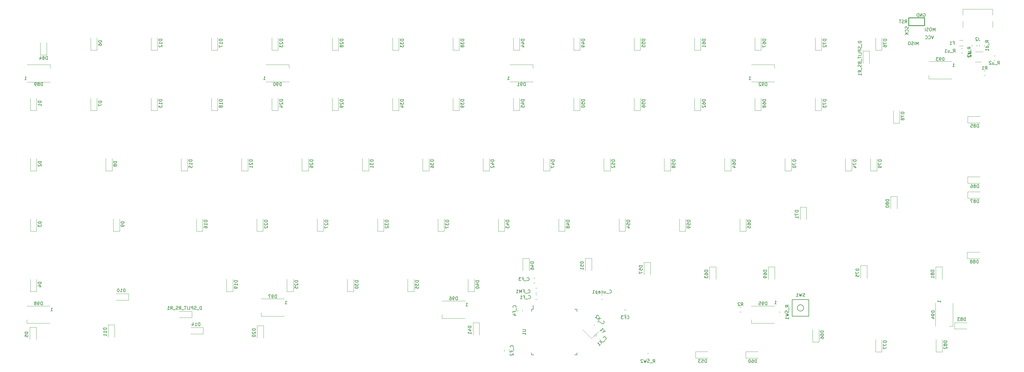
<source format=gbr>
%TF.GenerationSoftware,KiCad,Pcbnew,(5.1.9)-1*%
%TF.CreationDate,2021-05-17T13:38:32-04:00*%
%TF.ProjectId,rnm-75E,726e6d2d-3735-4452-9e6b-696361645f70,rev?*%
%TF.SameCoordinates,Original*%
%TF.FileFunction,Legend,Bot*%
%TF.FilePolarity,Positive*%
%FSLAX46Y46*%
G04 Gerber Fmt 4.6, Leading zero omitted, Abs format (unit mm)*
G04 Created by KiCad (PCBNEW (5.1.9)-1) date 2021-05-17 13:38:32*
%MOMM*%
%LPD*%
G01*
G04 APERTURE LIST*
%ADD10C,0.120000*%
%ADD11C,0.150000*%
%ADD12C,0.250000*%
G04 APERTURE END LIST*
D10*
%TO.C,D_SPLIT_RS_R1*%
X129312500Y-186325000D02*
X125412500Y-186325000D01*
X129312500Y-188325000D02*
X125412500Y-188325000D01*
X129312500Y-186325000D02*
X129312500Y-188325000D01*
%TO.C,D_SPLIT_BS_R1*%
X341106250Y-104175000D02*
X341106250Y-108075000D01*
X343106250Y-104175000D02*
X343106250Y-108075000D01*
X341106250Y-104175000D02*
X343106250Y-104175000D01*
%TO.C,J2*%
X372595000Y-90920000D02*
X381995000Y-90920000D01*
X381995000Y-96720000D02*
X381995000Y-94720000D01*
X381995000Y-92820000D02*
X381995000Y-90920000D01*
X372595000Y-96720000D02*
X372595000Y-94720000D01*
X372595000Y-92820000D02*
X372595000Y-90920000D01*
%TO.C,C_F3*%
X237121248Y-175883750D02*
X237643752Y-175883750D01*
X237121248Y-177353750D02*
X237643752Y-177353750D01*
%TO.C,C_X2*%
X257592808Y-189826961D02*
X257223341Y-189457494D01*
X256553361Y-190866408D02*
X256183894Y-190496941D01*
%TO.C,U2*%
X378317600Y-107646000D02*
X376517600Y-107646000D01*
X376517600Y-104426000D02*
X378967600Y-104426000D01*
D11*
%TO.C,U1*%
X236500000Y-185725000D02*
X237075000Y-185725000D01*
X236500000Y-200075000D02*
X237175000Y-200075000D01*
X250850000Y-200075000D02*
X250175000Y-200075000D01*
X250850000Y-185725000D02*
X250175000Y-185725000D01*
X236500000Y-185725000D02*
X236500000Y-186400000D01*
X250850000Y-185725000D02*
X250850000Y-186400000D01*
X250850000Y-200075000D02*
X250850000Y-199400000D01*
X236500000Y-200075000D02*
X236500000Y-199400000D01*
X237075000Y-185725000D02*
X237075000Y-184450000D01*
D12*
%TO.C,J1*%
X355532500Y-93652500D02*
X355532500Y-96152500D01*
X360532500Y-93652500D02*
X355532500Y-93652500D01*
X360532500Y-96152500D02*
X360532500Y-93652500D01*
X355532500Y-96152500D02*
X360532500Y-96152500D01*
D10*
%TO.C,R2*%
X302633564Y-185059500D02*
X302179436Y-185059500D01*
X302633564Y-186529500D02*
X302179436Y-186529500D01*
%TO.C,C_FM1*%
X238217752Y-180497000D02*
X237695248Y-180497000D01*
X238217752Y-179027000D02*
X237695248Y-179027000D01*
%TO.C,Y1*%
X257788798Y-192606864D02*
X255455345Y-194940317D01*
X255455345Y-194940317D02*
X252626918Y-192111890D01*
D11*
%TO.C,SW1*%
X322381500Y-185263250D02*
G75*
G03*
X322381500Y-185263250I-1000000J0D01*
G01*
X318781500Y-182663250D02*
X318781500Y-187863250D01*
X323981500Y-182663250D02*
X318781500Y-182663250D01*
X323981500Y-187863250D02*
X323981500Y-182663250D01*
X318781500Y-187863250D02*
X323981500Y-187863250D01*
D10*
%TO.C,R_u2*%
X382802314Y-105684500D02*
X382348186Y-105684500D01*
X382802314Y-107154500D02*
X382348186Y-107154500D01*
%TO.C,R_u1*%
X372029436Y-104773250D02*
X372483564Y-104773250D01*
X372029436Y-103303250D02*
X372483564Y-103303250D01*
%TO.C,R_SW2*%
X272992936Y-199696250D02*
X273447064Y-199696250D01*
X272992936Y-201166250D02*
X273447064Y-201166250D01*
%TO.C,R_SW1*%
X314790600Y-186823564D02*
X314790600Y-186369436D01*
X316260600Y-186823564D02*
X316260600Y-186369436D01*
%TO.C,R_d2*%
X376960250Y-102677814D02*
X376960250Y-102223686D01*
X375490250Y-102677814D02*
X375490250Y-102223686D01*
%TO.C,R_d1*%
X379341500Y-102677814D02*
X379341500Y-102223686D01*
X377871500Y-102677814D02*
X377871500Y-102223686D01*
%TO.C,R1*%
X379686364Y-110421600D02*
X379232236Y-110421600D01*
X379686364Y-111891600D02*
X379232236Y-111891600D01*
%TO.C,F1*%
X371466936Y-100747000D02*
X372671064Y-100747000D01*
X371466936Y-102567000D02*
X372671064Y-102567000D01*
%TO.C,D98*%
X84600250Y-184632000D02*
X77300250Y-184632000D01*
X84600250Y-190132000D02*
X77300250Y-190132000D01*
X77300250Y-190132000D02*
X77300250Y-188982000D01*
%TO.C,D97*%
X151209000Y-187922000D02*
X151209000Y-186772000D01*
X158509000Y-187922000D02*
X151209000Y-187922000D01*
X158509000Y-182422000D02*
X151209000Y-182422000D01*
%TO.C,D96*%
X208269000Y-188544500D02*
X208269000Y-187394500D01*
X215569000Y-188544500D02*
X208269000Y-188544500D01*
X215569000Y-183044500D02*
X208269000Y-183044500D01*
%TO.C,D95*%
X305900250Y-190132000D02*
X305900250Y-188982000D01*
X313200250Y-190132000D02*
X305900250Y-190132000D01*
X313200250Y-184632000D02*
X305900250Y-184632000D01*
%TO.C,D94*%
X369450250Y-191032000D02*
X368300250Y-191032000D01*
X369450250Y-183732000D02*
X369450250Y-191032000D01*
X363950250Y-183732000D02*
X363950250Y-191032000D01*
%TO.C,D93*%
X361849000Y-112992000D02*
X361849000Y-111842000D01*
X369149000Y-112992000D02*
X361849000Y-112992000D01*
X369149000Y-107492000D02*
X361849000Y-107492000D01*
%TO.C,D92*%
X313200250Y-108432000D02*
X313200250Y-109582000D01*
X305900250Y-108432000D02*
X313200250Y-108432000D01*
X305900250Y-113932000D02*
X313200250Y-113932000D01*
%TO.C,D91*%
X237000250Y-108432000D02*
X237000250Y-109582000D01*
X229700250Y-108432000D02*
X237000250Y-108432000D01*
X229700250Y-113932000D02*
X237000250Y-113932000D01*
%TO.C,D90*%
X152706500Y-113932000D02*
X160006500Y-113932000D01*
X152706500Y-108432000D02*
X160006500Y-108432000D01*
X160006500Y-108432000D02*
X160006500Y-109582000D01*
%TO.C,D89*%
X84669000Y-108444500D02*
X84669000Y-109594500D01*
X77369000Y-108444500D02*
X84669000Y-108444500D01*
X77369000Y-113944500D02*
X84669000Y-113944500D01*
%TO.C,D88*%
X373976250Y-169681250D02*
X373976250Y-167681250D01*
X373976250Y-167681250D02*
X377876250Y-167681250D01*
X373976250Y-169681250D02*
X377876250Y-169681250D01*
%TO.C,D87*%
X374101250Y-150631250D02*
X374101250Y-148631250D01*
X374101250Y-148631250D02*
X378001250Y-148631250D01*
X374101250Y-150631250D02*
X378001250Y-150631250D01*
%TO.C,D86*%
X374101250Y-145868750D02*
X374101250Y-143868750D01*
X374101250Y-143868750D02*
X378001250Y-143868750D01*
X374101250Y-145868750D02*
X378001250Y-145868750D01*
%TO.C,D85*%
X374101250Y-126818750D02*
X374101250Y-124818750D01*
X374101250Y-124818750D02*
X378001250Y-124818750D01*
X374101250Y-126818750D02*
X378001250Y-126818750D01*
%TO.C,D84*%
X83537750Y-105432000D02*
X81537750Y-105432000D01*
X81537750Y-105432000D02*
X81537750Y-101532000D01*
X83537750Y-105432000D02*
X83537750Y-101532000D01*
%TO.C,D83*%
X370007500Y-191906250D02*
X370007500Y-189906250D01*
X370007500Y-189906250D02*
X373907500Y-189906250D01*
X370007500Y-191906250D02*
X373907500Y-191906250D01*
%TO.C,D82*%
X366112750Y-199157000D02*
X364112750Y-199157000D01*
X364112750Y-199157000D02*
X364112750Y-195257000D01*
X366112750Y-199157000D02*
X366112750Y-195257000D01*
%TO.C,D81*%
X364081000Y-172307000D02*
X366081000Y-172307000D01*
X366081000Y-172307000D02*
X366081000Y-176207000D01*
X364081000Y-172307000D02*
X364081000Y-176207000D01*
%TO.C,D80*%
X349825250Y-150019500D02*
X351825250Y-150019500D01*
X351825250Y-150019500D02*
X351825250Y-153919500D01*
X349825250Y-150019500D02*
X349825250Y-153919500D01*
%TO.C,D79*%
X345475250Y-142007000D02*
X343475250Y-142007000D01*
X343475250Y-142007000D02*
X343475250Y-138107000D01*
X345475250Y-142007000D02*
X345475250Y-138107000D01*
%TO.C,D78*%
X352631250Y-126931250D02*
X350631250Y-126931250D01*
X350631250Y-126931250D02*
X350631250Y-123031250D01*
X352631250Y-126931250D02*
X352631250Y-123031250D01*
%TO.C,D77*%
X347062750Y-199157000D02*
X345062750Y-199157000D01*
X345062750Y-199157000D02*
X345062750Y-195257000D01*
X347062750Y-199157000D02*
X347062750Y-195257000D01*
%TO.C,D76*%
X347062750Y-103907000D02*
X345062750Y-103907000D01*
X345062750Y-103907000D02*
X345062750Y-100007000D01*
X347062750Y-103907000D02*
X347062750Y-100007000D01*
%TO.C,D75*%
X340363750Y-171925000D02*
X342363750Y-171925000D01*
X342363750Y-171925000D02*
X342363750Y-175825000D01*
X340363750Y-171925000D02*
X340363750Y-175825000D01*
%TO.C,D74*%
X337537750Y-142007000D02*
X335537750Y-142007000D01*
X335537750Y-142007000D02*
X335537750Y-138107000D01*
X337537750Y-142007000D02*
X337537750Y-138107000D01*
%TO.C,D73*%
X328012750Y-122957000D02*
X326012750Y-122957000D01*
X326012750Y-122957000D02*
X326012750Y-119057000D01*
X328012750Y-122957000D02*
X328012750Y-119057000D01*
%TO.C,D72*%
X328012750Y-103907000D02*
X326012750Y-103907000D01*
X326012750Y-103907000D02*
X326012750Y-100007000D01*
X328012750Y-103907000D02*
X328012750Y-100007000D01*
%TO.C,D71*%
X321250250Y-153444500D02*
X323250250Y-153444500D01*
X323250250Y-153444500D02*
X323250250Y-157344500D01*
X321250250Y-153444500D02*
X321250250Y-157344500D01*
%TO.C,D70*%
X318487750Y-142007000D02*
X316487750Y-142007000D01*
X316487750Y-142007000D02*
X316487750Y-138107000D01*
X318487750Y-142007000D02*
X318487750Y-138107000D01*
%TO.C,D69*%
X311249000Y-172307000D02*
X313249000Y-172307000D01*
X313249000Y-172307000D02*
X313249000Y-176207000D01*
X311249000Y-172307000D02*
X311249000Y-176207000D01*
%TO.C,D68*%
X308962750Y-122957000D02*
X306962750Y-122957000D01*
X306962750Y-122957000D02*
X306962750Y-119057000D01*
X308962750Y-122957000D02*
X308962750Y-119057000D01*
%TO.C,D67*%
X308962750Y-103907000D02*
X306962750Y-103907000D01*
X306962750Y-103907000D02*
X306962750Y-100007000D01*
X308962750Y-103907000D02*
X308962750Y-100007000D01*
%TO.C,D66*%
X327219000Y-195982000D02*
X325219000Y-195982000D01*
X325219000Y-195982000D02*
X325219000Y-192082000D01*
X327219000Y-195982000D02*
X327219000Y-192082000D01*
%TO.C,D65*%
X304200250Y-161057000D02*
X302200250Y-161057000D01*
X302200250Y-161057000D02*
X302200250Y-157157000D01*
X304200250Y-161057000D02*
X304200250Y-157157000D01*
%TO.C,D64*%
X299437750Y-142007000D02*
X297437750Y-142007000D01*
X297437750Y-142007000D02*
X297437750Y-138107000D01*
X299437750Y-142007000D02*
X299437750Y-138107000D01*
%TO.C,D63*%
X292675250Y-172307000D02*
X294675250Y-172307000D01*
X294675250Y-172307000D02*
X294675250Y-176207000D01*
X292675250Y-172307000D02*
X292675250Y-176207000D01*
%TO.C,D62*%
X289912750Y-122957000D02*
X287912750Y-122957000D01*
X287912750Y-122957000D02*
X287912750Y-119057000D01*
X289912750Y-122957000D02*
X289912750Y-119057000D01*
%TO.C,D61*%
X289912750Y-103907000D02*
X287912750Y-103907000D01*
X287912750Y-103907000D02*
X287912750Y-100007000D01*
X289912750Y-103907000D02*
X289912750Y-100007000D01*
%TO.C,D60*%
X304062750Y-201082000D02*
X304062750Y-199082000D01*
X304062750Y-199082000D02*
X307962750Y-199082000D01*
X304062750Y-201082000D02*
X307962750Y-201082000D01*
%TO.C,D59*%
X285150250Y-161057000D02*
X283150250Y-161057000D01*
X283150250Y-161057000D02*
X283150250Y-157157000D01*
X285150250Y-161057000D02*
X285150250Y-157157000D01*
%TO.C,D58*%
X280387750Y-142007000D02*
X278387750Y-142007000D01*
X278387750Y-142007000D02*
X278387750Y-138107000D01*
X280387750Y-142007000D02*
X280387750Y-138107000D01*
%TO.C,D57*%
X272037750Y-170844500D02*
X274037750Y-170844500D01*
X274037750Y-170844500D02*
X274037750Y-174744500D01*
X272037750Y-170844500D02*
X272037750Y-174744500D01*
%TO.C,D56*%
X270862750Y-122957000D02*
X268862750Y-122957000D01*
X268862750Y-122957000D02*
X268862750Y-119057000D01*
X270862750Y-122957000D02*
X270862750Y-119057000D01*
%TO.C,D55*%
X270862750Y-103907000D02*
X268862750Y-103907000D01*
X268862750Y-103907000D02*
X268862750Y-100007000D01*
X270862750Y-103907000D02*
X270862750Y-100007000D01*
%TO.C,D54*%
X266100250Y-161057000D02*
X264100250Y-161057000D01*
X264100250Y-161057000D02*
X264100250Y-157157000D01*
X266100250Y-161057000D02*
X266100250Y-157157000D01*
%TO.C,D53*%
X288250250Y-201082000D02*
X288250250Y-199082000D01*
X288250250Y-199082000D02*
X292150250Y-199082000D01*
X288250250Y-201082000D02*
X292150250Y-201082000D01*
%TO.C,D52*%
X261337750Y-142007000D02*
X259337750Y-142007000D01*
X259337750Y-142007000D02*
X259337750Y-138107000D01*
X261337750Y-142007000D02*
X261337750Y-138107000D01*
%TO.C,D51*%
X253464000Y-169637000D02*
X255464000Y-169637000D01*
X255464000Y-169637000D02*
X255464000Y-173537000D01*
X253464000Y-169637000D02*
X253464000Y-173537000D01*
%TO.C,D50*%
X251812750Y-122957000D02*
X249812750Y-122957000D01*
X249812750Y-122957000D02*
X249812750Y-119057000D01*
X251812750Y-122957000D02*
X251812750Y-119057000D01*
%TO.C,D49*%
X251812750Y-103907000D02*
X249812750Y-103907000D01*
X249812750Y-103907000D02*
X249812750Y-100007000D01*
X251812750Y-103907000D02*
X251812750Y-100007000D01*
%TO.C,D48*%
X247050250Y-161057000D02*
X245050250Y-161057000D01*
X245050250Y-161057000D02*
X245050250Y-157157000D01*
X247050250Y-161057000D02*
X247050250Y-157157000D01*
%TO.C,D47*%
X242287750Y-142007000D02*
X240287750Y-142007000D01*
X240287750Y-142007000D02*
X240287750Y-138107000D01*
X242287750Y-142007000D02*
X242287750Y-138107000D01*
%TO.C,D46*%
X233779000Y-169637000D02*
X235779000Y-169637000D01*
X235779000Y-169637000D02*
X235779000Y-173537000D01*
X233779000Y-169637000D02*
X233779000Y-173537000D01*
%TO.C,D45*%
X232762750Y-122957000D02*
X230762750Y-122957000D01*
X230762750Y-122957000D02*
X230762750Y-119057000D01*
X232762750Y-122957000D02*
X232762750Y-119057000D01*
%TO.C,D44*%
X232762750Y-103907000D02*
X230762750Y-103907000D01*
X230762750Y-103907000D02*
X230762750Y-100007000D01*
X232762750Y-103907000D02*
X232762750Y-100007000D01*
%TO.C,D43*%
X228000250Y-161057000D02*
X226000250Y-161057000D01*
X226000250Y-161057000D02*
X226000250Y-157157000D01*
X228000250Y-161057000D02*
X228000250Y-157157000D01*
%TO.C,D42*%
X223237750Y-142007000D02*
X221237750Y-142007000D01*
X221237750Y-142007000D02*
X221237750Y-138107000D01*
X223237750Y-142007000D02*
X223237750Y-138107000D01*
%TO.C,D41*%
X218062750Y-189957000D02*
X220062750Y-189957000D01*
X220062750Y-189957000D02*
X220062750Y-193857000D01*
X218062750Y-189957000D02*
X218062750Y-193857000D01*
%TO.C,D40*%
X218475250Y-180107000D02*
X216475250Y-180107000D01*
X216475250Y-180107000D02*
X216475250Y-176207000D01*
X218475250Y-180107000D02*
X218475250Y-176207000D01*
%TO.C,D39*%
X213712750Y-122957000D02*
X211712750Y-122957000D01*
X211712750Y-122957000D02*
X211712750Y-119057000D01*
X213712750Y-122957000D02*
X213712750Y-119057000D01*
%TO.C,D38*%
X213712750Y-103907000D02*
X211712750Y-103907000D01*
X211712750Y-103907000D02*
X211712750Y-100007000D01*
X213712750Y-103907000D02*
X213712750Y-100007000D01*
%TO.C,D37*%
X208950250Y-161057000D02*
X206950250Y-161057000D01*
X206950250Y-161057000D02*
X206950250Y-157157000D01*
X208950250Y-161057000D02*
X208950250Y-157157000D01*
%TO.C,D36*%
X204187750Y-142007000D02*
X202187750Y-142007000D01*
X202187750Y-142007000D02*
X202187750Y-138107000D01*
X204187750Y-142007000D02*
X204187750Y-138107000D01*
%TO.C,D35*%
X199425250Y-180107000D02*
X197425250Y-180107000D01*
X197425250Y-180107000D02*
X197425250Y-176207000D01*
X199425250Y-180107000D02*
X199425250Y-176207000D01*
%TO.C,D34*%
X194662750Y-122957000D02*
X192662750Y-122957000D01*
X192662750Y-122957000D02*
X192662750Y-119057000D01*
X194662750Y-122957000D02*
X194662750Y-119057000D01*
%TO.C,D33*%
X194662750Y-103907000D02*
X192662750Y-103907000D01*
X192662750Y-103907000D02*
X192662750Y-100007000D01*
X194662750Y-103907000D02*
X194662750Y-100007000D01*
%TO.C,D32*%
X189900250Y-161057000D02*
X187900250Y-161057000D01*
X187900250Y-161057000D02*
X187900250Y-157157000D01*
X189900250Y-161057000D02*
X189900250Y-157157000D01*
%TO.C,D31*%
X185137750Y-142007000D02*
X183137750Y-142007000D01*
X183137750Y-142007000D02*
X183137750Y-138107000D01*
X185137750Y-142007000D02*
X185137750Y-138107000D01*
%TO.C,D30*%
X180375250Y-180107000D02*
X178375250Y-180107000D01*
X178375250Y-180107000D02*
X178375250Y-176207000D01*
X180375250Y-180107000D02*
X180375250Y-176207000D01*
%TO.C,D29*%
X175612750Y-122957000D02*
X173612750Y-122957000D01*
X173612750Y-122957000D02*
X173612750Y-119057000D01*
X175612750Y-122957000D02*
X175612750Y-119057000D01*
%TO.C,D28*%
X175612750Y-103907000D02*
X173612750Y-103907000D01*
X173612750Y-103907000D02*
X173612750Y-100007000D01*
X175612750Y-103907000D02*
X175612750Y-100007000D01*
%TO.C,D27*%
X170850250Y-161057000D02*
X168850250Y-161057000D01*
X168850250Y-161057000D02*
X168850250Y-157157000D01*
X170850250Y-161057000D02*
X170850250Y-157157000D01*
%TO.C,D26*%
X166087750Y-142007000D02*
X164087750Y-142007000D01*
X164087750Y-142007000D02*
X164087750Y-138107000D01*
X166087750Y-142007000D02*
X166087750Y-138107000D01*
%TO.C,D25*%
X161325250Y-180107000D02*
X159325250Y-180107000D01*
X159325250Y-180107000D02*
X159325250Y-176207000D01*
X161325250Y-180107000D02*
X161325250Y-176207000D01*
%TO.C,D24*%
X156562750Y-122957000D02*
X154562750Y-122957000D01*
X154562750Y-122957000D02*
X154562750Y-119057000D01*
X156562750Y-122957000D02*
X156562750Y-119057000D01*
%TO.C,D23*%
X156562750Y-103907000D02*
X154562750Y-103907000D01*
X154562750Y-103907000D02*
X154562750Y-100007000D01*
X156562750Y-103907000D02*
X156562750Y-100007000D01*
%TO.C,D22*%
X151800250Y-161057000D02*
X149800250Y-161057000D01*
X149800250Y-161057000D02*
X149800250Y-157157000D01*
X151800250Y-161057000D02*
X151800250Y-157157000D01*
%TO.C,D21*%
X147037750Y-142007000D02*
X145037750Y-142007000D01*
X145037750Y-142007000D02*
X145037750Y-138107000D01*
X147037750Y-142007000D02*
X147037750Y-138107000D01*
%TO.C,D20*%
X149959000Y-190847000D02*
X151959000Y-190847000D01*
X151959000Y-190847000D02*
X151959000Y-194747000D01*
X149959000Y-190847000D02*
X149959000Y-194747000D01*
%TO.C,D19*%
X142275250Y-180107000D02*
X140275250Y-180107000D01*
X140275250Y-180107000D02*
X140275250Y-176207000D01*
X142275250Y-180107000D02*
X142275250Y-176207000D01*
%TO.C,D18*%
X137512750Y-122957000D02*
X135512750Y-122957000D01*
X135512750Y-122957000D02*
X135512750Y-119057000D01*
X137512750Y-122957000D02*
X137512750Y-119057000D01*
%TO.C,D17*%
X137512750Y-103907000D02*
X135512750Y-103907000D01*
X135512750Y-103907000D02*
X135512750Y-100007000D01*
X137512750Y-103907000D02*
X137512750Y-100007000D01*
%TO.C,D16*%
X132750250Y-161057000D02*
X130750250Y-161057000D01*
X130750250Y-161057000D02*
X130750250Y-157157000D01*
X132750250Y-161057000D02*
X132750250Y-157157000D01*
%TO.C,D15*%
X127987750Y-142007000D02*
X125987750Y-142007000D01*
X125987750Y-142007000D02*
X125987750Y-138107000D01*
X127987750Y-142007000D02*
X127987750Y-138107000D01*
%TO.C,D14*%
X132889000Y-191462000D02*
X132889000Y-193462000D01*
X132889000Y-193462000D02*
X128989000Y-193462000D01*
X132889000Y-191462000D02*
X128989000Y-191462000D01*
%TO.C,D13*%
X118462750Y-122957000D02*
X116462750Y-122957000D01*
X116462750Y-122957000D02*
X116462750Y-119057000D01*
X118462750Y-122957000D02*
X118462750Y-119057000D01*
%TO.C,D12*%
X118462750Y-103907000D02*
X116462750Y-103907000D01*
X116462750Y-103907000D02*
X116462750Y-100007000D01*
X118462750Y-103907000D02*
X118462750Y-100007000D01*
%TO.C,D11*%
X102969000Y-190592000D02*
X104969000Y-190592000D01*
X104969000Y-190592000D02*
X104969000Y-194492000D01*
X102969000Y-190592000D02*
X102969000Y-194492000D01*
%TO.C,D10*%
X109343750Y-180768750D02*
X109343750Y-182768750D01*
X109343750Y-182768750D02*
X105443750Y-182768750D01*
X109343750Y-180768750D02*
X105443750Y-180768750D01*
%TO.C,D9*%
X106556500Y-161057000D02*
X104556500Y-161057000D01*
X104556500Y-161057000D02*
X104556500Y-157157000D01*
X106556500Y-161057000D02*
X106556500Y-157157000D01*
%TO.C,D8*%
X104175250Y-142007000D02*
X102175250Y-142007000D01*
X102175250Y-142007000D02*
X102175250Y-138107000D01*
X104175250Y-142007000D02*
X104175250Y-138107000D01*
%TO.C,D7*%
X99412750Y-122957000D02*
X97412750Y-122957000D01*
X97412750Y-122957000D02*
X97412750Y-119057000D01*
X99412750Y-122957000D02*
X99412750Y-119057000D01*
%TO.C,D6*%
X99412750Y-103907000D02*
X97412750Y-103907000D01*
X97412750Y-103907000D02*
X97412750Y-100007000D01*
X99412750Y-103907000D02*
X99412750Y-100007000D01*
%TO.C,D5*%
X78204000Y-191357000D02*
X80204000Y-191357000D01*
X80204000Y-191357000D02*
X80204000Y-195257000D01*
X78204000Y-191357000D02*
X78204000Y-195257000D01*
%TO.C,D4*%
X80362750Y-180107000D02*
X78362750Y-180107000D01*
X78362750Y-180107000D02*
X78362750Y-176207000D01*
X80362750Y-180107000D02*
X80362750Y-176207000D01*
%TO.C,D3*%
X80362750Y-161057000D02*
X78362750Y-161057000D01*
X78362750Y-161057000D02*
X78362750Y-157157000D01*
X80362750Y-161057000D02*
X80362750Y-157157000D01*
%TO.C,D2*%
X80362750Y-142007000D02*
X78362750Y-142007000D01*
X78362750Y-142007000D02*
X78362750Y-138107000D01*
X80362750Y-142007000D02*
X80362750Y-138107000D01*
%TO.C,D1*%
X80362750Y-122957000D02*
X78362750Y-122957000D01*
X78362750Y-122957000D02*
X78362750Y-119057000D01*
X80362750Y-122957000D02*
X80362750Y-119057000D01*
%TO.C,CF3*%
X265788998Y-185853250D02*
X266311502Y-185853250D01*
X265788998Y-187323250D02*
X266311502Y-187323250D01*
%TO.C,C_X1*%
X257112161Y-193854392D02*
X256742694Y-194223859D01*
X258151608Y-194893839D02*
X257782141Y-195263306D01*
%TO.C,C_ucap1*%
X259011502Y-182560750D02*
X258488998Y-182560750D01*
X259011502Y-181090750D02*
X258488998Y-181090750D01*
%TO.C,C_F4*%
X233609000Y-185850748D02*
X233609000Y-186373252D01*
X232139000Y-185850748D02*
X232139000Y-186373252D01*
%TO.C,C_F2*%
X227916250Y-198948752D02*
X227916250Y-198426248D01*
X229386250Y-198948752D02*
X229386250Y-198426248D01*
%TO.C,C_F1*%
X238217752Y-182560750D02*
X237695248Y-182560750D01*
X238217752Y-181090750D02*
X237695248Y-181090750D01*
%TO.C,D_SPLIT_RS_R1*%
D11*
X132419642Y-185777380D02*
X132419642Y-184777380D01*
X132181547Y-184777380D01*
X132038690Y-184825000D01*
X131943452Y-184920238D01*
X131895833Y-185015476D01*
X131848214Y-185205952D01*
X131848214Y-185348809D01*
X131895833Y-185539285D01*
X131943452Y-185634523D01*
X132038690Y-185729761D01*
X132181547Y-185777380D01*
X132419642Y-185777380D01*
X131657738Y-185872619D02*
X130895833Y-185872619D01*
X130705357Y-185729761D02*
X130562500Y-185777380D01*
X130324404Y-185777380D01*
X130229166Y-185729761D01*
X130181547Y-185682142D01*
X130133928Y-185586904D01*
X130133928Y-185491666D01*
X130181547Y-185396428D01*
X130229166Y-185348809D01*
X130324404Y-185301190D01*
X130514880Y-185253571D01*
X130610119Y-185205952D01*
X130657738Y-185158333D01*
X130705357Y-185063095D01*
X130705357Y-184967857D01*
X130657738Y-184872619D01*
X130610119Y-184825000D01*
X130514880Y-184777380D01*
X130276785Y-184777380D01*
X130133928Y-184825000D01*
X129705357Y-185777380D02*
X129705357Y-184777380D01*
X129324404Y-184777380D01*
X129229166Y-184825000D01*
X129181547Y-184872619D01*
X129133928Y-184967857D01*
X129133928Y-185110714D01*
X129181547Y-185205952D01*
X129229166Y-185253571D01*
X129324404Y-185301190D01*
X129705357Y-185301190D01*
X128229166Y-185777380D02*
X128705357Y-185777380D01*
X128705357Y-184777380D01*
X127895833Y-185777380D02*
X127895833Y-184777380D01*
X127562500Y-184777380D02*
X126991071Y-184777380D01*
X127276785Y-185777380D02*
X127276785Y-184777380D01*
X126895833Y-185872619D02*
X126133928Y-185872619D01*
X125324404Y-185777380D02*
X125657738Y-185301190D01*
X125895833Y-185777380D02*
X125895833Y-184777380D01*
X125514880Y-184777380D01*
X125419642Y-184825000D01*
X125372023Y-184872619D01*
X125324404Y-184967857D01*
X125324404Y-185110714D01*
X125372023Y-185205952D01*
X125419642Y-185253571D01*
X125514880Y-185301190D01*
X125895833Y-185301190D01*
X124943452Y-185729761D02*
X124800595Y-185777380D01*
X124562500Y-185777380D01*
X124467261Y-185729761D01*
X124419642Y-185682142D01*
X124372023Y-185586904D01*
X124372023Y-185491666D01*
X124419642Y-185396428D01*
X124467261Y-185348809D01*
X124562500Y-185301190D01*
X124752976Y-185253571D01*
X124848214Y-185205952D01*
X124895833Y-185158333D01*
X124943452Y-185063095D01*
X124943452Y-184967857D01*
X124895833Y-184872619D01*
X124848214Y-184825000D01*
X124752976Y-184777380D01*
X124514880Y-184777380D01*
X124372023Y-184825000D01*
X124181547Y-185872619D02*
X123419642Y-185872619D01*
X122610119Y-185777380D02*
X122943452Y-185301190D01*
X123181547Y-185777380D02*
X123181547Y-184777380D01*
X122800595Y-184777380D01*
X122705357Y-184825000D01*
X122657738Y-184872619D01*
X122610119Y-184967857D01*
X122610119Y-185110714D01*
X122657738Y-185205952D01*
X122705357Y-185253571D01*
X122800595Y-185301190D01*
X123181547Y-185301190D01*
X121657738Y-185777380D02*
X122229166Y-185777380D01*
X121943452Y-185777380D02*
X121943452Y-184777380D01*
X122038690Y-184920238D01*
X122133928Y-185015476D01*
X122229166Y-185063095D01*
%TO.C,D_SPLIT_BS_R1*%
X340558630Y-101067857D02*
X339558630Y-101067857D01*
X339558630Y-101305952D01*
X339606250Y-101448809D01*
X339701488Y-101544047D01*
X339796726Y-101591666D01*
X339987202Y-101639285D01*
X340130059Y-101639285D01*
X340320535Y-101591666D01*
X340415773Y-101544047D01*
X340511011Y-101448809D01*
X340558630Y-101305952D01*
X340558630Y-101067857D01*
X340653869Y-101829761D02*
X340653869Y-102591666D01*
X340511011Y-102782142D02*
X340558630Y-102925000D01*
X340558630Y-103163095D01*
X340511011Y-103258333D01*
X340463392Y-103305952D01*
X340368154Y-103353571D01*
X340272916Y-103353571D01*
X340177678Y-103305952D01*
X340130059Y-103258333D01*
X340082440Y-103163095D01*
X340034821Y-102972619D01*
X339987202Y-102877380D01*
X339939583Y-102829761D01*
X339844345Y-102782142D01*
X339749107Y-102782142D01*
X339653869Y-102829761D01*
X339606250Y-102877380D01*
X339558630Y-102972619D01*
X339558630Y-103210714D01*
X339606250Y-103353571D01*
X340558630Y-103782142D02*
X339558630Y-103782142D01*
X339558630Y-104163095D01*
X339606250Y-104258333D01*
X339653869Y-104305952D01*
X339749107Y-104353571D01*
X339891964Y-104353571D01*
X339987202Y-104305952D01*
X340034821Y-104258333D01*
X340082440Y-104163095D01*
X340082440Y-103782142D01*
X340558630Y-105258333D02*
X340558630Y-104782142D01*
X339558630Y-104782142D01*
X340558630Y-105591666D02*
X339558630Y-105591666D01*
X339558630Y-105925000D02*
X339558630Y-106496428D01*
X340558630Y-106210714D02*
X339558630Y-106210714D01*
X340653869Y-106591666D02*
X340653869Y-107353571D01*
X340034821Y-107925000D02*
X340082440Y-108067857D01*
X340130059Y-108115476D01*
X340225297Y-108163095D01*
X340368154Y-108163095D01*
X340463392Y-108115476D01*
X340511011Y-108067857D01*
X340558630Y-107972619D01*
X340558630Y-107591666D01*
X339558630Y-107591666D01*
X339558630Y-107925000D01*
X339606250Y-108020238D01*
X339653869Y-108067857D01*
X339749107Y-108115476D01*
X339844345Y-108115476D01*
X339939583Y-108067857D01*
X339987202Y-108020238D01*
X340034821Y-107925000D01*
X340034821Y-107591666D01*
X340511011Y-108544047D02*
X340558630Y-108686904D01*
X340558630Y-108925000D01*
X340511011Y-109020238D01*
X340463392Y-109067857D01*
X340368154Y-109115476D01*
X340272916Y-109115476D01*
X340177678Y-109067857D01*
X340130059Y-109020238D01*
X340082440Y-108925000D01*
X340034821Y-108734523D01*
X339987202Y-108639285D01*
X339939583Y-108591666D01*
X339844345Y-108544047D01*
X339749107Y-108544047D01*
X339653869Y-108591666D01*
X339606250Y-108639285D01*
X339558630Y-108734523D01*
X339558630Y-108972619D01*
X339606250Y-109115476D01*
X340653869Y-109305952D02*
X340653869Y-110067857D01*
X340558630Y-110877380D02*
X340082440Y-110544047D01*
X340558630Y-110305952D02*
X339558630Y-110305952D01*
X339558630Y-110686904D01*
X339606250Y-110782142D01*
X339653869Y-110829761D01*
X339749107Y-110877380D01*
X339891964Y-110877380D01*
X339987202Y-110829761D01*
X340034821Y-110782142D01*
X340082440Y-110686904D01*
X340082440Y-110305952D01*
X340558630Y-111829761D02*
X340558630Y-111258333D01*
X340558630Y-111544047D02*
X339558630Y-111544047D01*
X339701488Y-111448809D01*
X339796726Y-111353571D01*
X339844345Y-111258333D01*
%TO.C,J2*%
X377628333Y-99917380D02*
X377628333Y-100631666D01*
X377675952Y-100774523D01*
X377771190Y-100869761D01*
X377914047Y-100917380D01*
X378009285Y-100917380D01*
X377199761Y-100012619D02*
X377152142Y-99965000D01*
X377056904Y-99917380D01*
X376818809Y-99917380D01*
X376723571Y-99965000D01*
X376675952Y-100012619D01*
X376628333Y-100107857D01*
X376628333Y-100203095D01*
X376675952Y-100345952D01*
X377247380Y-100917380D01*
X376628333Y-100917380D01*
%TO.C,C_F3*%
X235120190Y-176563142D02*
X235167809Y-176610761D01*
X235310666Y-176658380D01*
X235405904Y-176658380D01*
X235548761Y-176610761D01*
X235644000Y-176515523D01*
X235691619Y-176420285D01*
X235739238Y-176229809D01*
X235739238Y-176086952D01*
X235691619Y-175896476D01*
X235644000Y-175801238D01*
X235548761Y-175706000D01*
X235405904Y-175658380D01*
X235310666Y-175658380D01*
X235167809Y-175706000D01*
X235120190Y-175753619D01*
X234929714Y-176753619D02*
X234167809Y-176753619D01*
X233596380Y-176134571D02*
X233929714Y-176134571D01*
X233929714Y-176658380D02*
X233929714Y-175658380D01*
X233453523Y-175658380D01*
X233167809Y-175658380D02*
X232548761Y-175658380D01*
X232882095Y-176039333D01*
X232739238Y-176039333D01*
X232644000Y-176086952D01*
X232596380Y-176134571D01*
X232548761Y-176229809D01*
X232548761Y-176467904D01*
X232596380Y-176563142D01*
X232644000Y-176610761D01*
X232739238Y-176658380D01*
X233024952Y-176658380D01*
X233120190Y-176610761D01*
X233167809Y-176563142D01*
%TO.C,C_X2*%
X258547694Y-189950492D02*
X258547694Y-190017836D01*
X258615038Y-190152523D01*
X258682381Y-190219866D01*
X258817068Y-190287210D01*
X258951755Y-190287210D01*
X259052770Y-190253538D01*
X259221129Y-190152523D01*
X259322144Y-190051508D01*
X259423160Y-189883149D01*
X259456831Y-189782134D01*
X259456831Y-189647447D01*
X259389488Y-189512760D01*
X259322144Y-189445416D01*
X259187457Y-189378073D01*
X259120114Y-189378073D01*
X258278320Y-189950492D02*
X257739572Y-189411744D01*
X258413007Y-188536279D02*
X257234496Y-188771981D01*
X257941602Y-188064874D02*
X257705900Y-189243386D01*
X257638557Y-187896515D02*
X257638557Y-187829172D01*
X257604885Y-187728157D01*
X257436526Y-187559798D01*
X257335511Y-187526126D01*
X257268167Y-187526126D01*
X257167152Y-187559798D01*
X257099809Y-187627141D01*
X257032465Y-187761828D01*
X257032465Y-188569950D01*
X256594732Y-188132218D01*
%TO.C,U2*%
X374236380Y-104365495D02*
X375045904Y-104365495D01*
X375141142Y-104413114D01*
X375188761Y-104460733D01*
X375236380Y-104555971D01*
X375236380Y-104746447D01*
X375188761Y-104841685D01*
X375141142Y-104889304D01*
X375045904Y-104936923D01*
X374236380Y-104936923D01*
X374331619Y-105365495D02*
X374284000Y-105413114D01*
X374236380Y-105508352D01*
X374236380Y-105746447D01*
X374284000Y-105841685D01*
X374331619Y-105889304D01*
X374426857Y-105936923D01*
X374522095Y-105936923D01*
X374664952Y-105889304D01*
X375236380Y-105317876D01*
X375236380Y-105936923D01*
%TO.C,U1*%
X233677380Y-192138095D02*
X234486904Y-192138095D01*
X234582142Y-192185714D01*
X234629761Y-192233333D01*
X234677380Y-192328571D01*
X234677380Y-192519047D01*
X234629761Y-192614285D01*
X234582142Y-192661904D01*
X234486904Y-192709523D01*
X233677380Y-192709523D01*
X234677380Y-193709523D02*
X234677380Y-193138095D01*
X234677380Y-193423809D02*
X233677380Y-193423809D01*
X233820238Y-193328571D01*
X233915476Y-193233333D01*
X233963095Y-193138095D01*
%TO.C,J1*%
X358575228Y-102236380D02*
X358575228Y-101236380D01*
X358241895Y-101950666D01*
X357908561Y-101236380D01*
X357908561Y-102236380D01*
X357432371Y-102236380D02*
X357432371Y-101236380D01*
X357003800Y-102188761D02*
X356860942Y-102236380D01*
X356622847Y-102236380D01*
X356527609Y-102188761D01*
X356479990Y-102141142D01*
X356432371Y-102045904D01*
X356432371Y-101950666D01*
X356479990Y-101855428D01*
X356527609Y-101807809D01*
X356622847Y-101760190D01*
X356813323Y-101712571D01*
X356908561Y-101664952D01*
X356956180Y-101617333D01*
X357003800Y-101522095D01*
X357003800Y-101426857D01*
X356956180Y-101331619D01*
X356908561Y-101284000D01*
X356813323Y-101236380D01*
X356575228Y-101236380D01*
X356432371Y-101284000D01*
X355813323Y-101236380D02*
X355622847Y-101236380D01*
X355527609Y-101284000D01*
X355432371Y-101379238D01*
X355384752Y-101569714D01*
X355384752Y-101903047D01*
X355432371Y-102093523D01*
X355527609Y-102188761D01*
X355622847Y-102236380D01*
X355813323Y-102236380D01*
X355908561Y-102188761D01*
X356003800Y-102093523D01*
X356051419Y-101903047D01*
X356051419Y-101569714D01*
X356003800Y-101379238D01*
X355908561Y-101284000D01*
X355813323Y-101236380D01*
X363365833Y-99354880D02*
X363032500Y-100354880D01*
X362699166Y-99354880D01*
X361794404Y-100259642D02*
X361842023Y-100307261D01*
X361984880Y-100354880D01*
X362080119Y-100354880D01*
X362222976Y-100307261D01*
X362318214Y-100212023D01*
X362365833Y-100116785D01*
X362413452Y-99926309D01*
X362413452Y-99783452D01*
X362365833Y-99592976D01*
X362318214Y-99497738D01*
X362222976Y-99402500D01*
X362080119Y-99354880D01*
X361984880Y-99354880D01*
X361842023Y-99402500D01*
X361794404Y-99450119D01*
X360794404Y-100259642D02*
X360842023Y-100307261D01*
X360984880Y-100354880D01*
X361080119Y-100354880D01*
X361222976Y-100307261D01*
X361318214Y-100212023D01*
X361365833Y-100116785D01*
X361413452Y-99926309D01*
X361413452Y-99783452D01*
X361365833Y-99592976D01*
X361318214Y-99497738D01*
X361222976Y-99402500D01*
X361080119Y-99354880D01*
X360984880Y-99354880D01*
X360842023Y-99402500D01*
X360794404Y-99450119D01*
X355376561Y-96485085D02*
X355424180Y-96627942D01*
X355424180Y-96866038D01*
X355376561Y-96961276D01*
X355328942Y-97008895D01*
X355233704Y-97056514D01*
X355138466Y-97056514D01*
X355043228Y-97008895D01*
X354995609Y-96961276D01*
X354947990Y-96866038D01*
X354900371Y-96675561D01*
X354852752Y-96580323D01*
X354805133Y-96532704D01*
X354709895Y-96485085D01*
X354614657Y-96485085D01*
X354519419Y-96532704D01*
X354471800Y-96580323D01*
X354424180Y-96675561D01*
X354424180Y-96913657D01*
X354471800Y-97056514D01*
X355328942Y-98056514D02*
X355376561Y-98008895D01*
X355424180Y-97866038D01*
X355424180Y-97770800D01*
X355376561Y-97627942D01*
X355281323Y-97532704D01*
X355186085Y-97485085D01*
X354995609Y-97437466D01*
X354852752Y-97437466D01*
X354662276Y-97485085D01*
X354567038Y-97532704D01*
X354471800Y-97627942D01*
X354424180Y-97770800D01*
X354424180Y-97866038D01*
X354471800Y-98008895D01*
X354519419Y-98056514D01*
X355424180Y-98485085D02*
X354424180Y-98485085D01*
X355424180Y-99056514D02*
X354852752Y-98627942D01*
X354424180Y-99056514D02*
X354995609Y-98485085D01*
X363853928Y-97854880D02*
X363853928Y-96854880D01*
X363520595Y-97569166D01*
X363187261Y-96854880D01*
X363187261Y-97854880D01*
X362520595Y-96854880D02*
X362330119Y-96854880D01*
X362234880Y-96902500D01*
X362139642Y-96997738D01*
X362092023Y-97188214D01*
X362092023Y-97521547D01*
X362139642Y-97712023D01*
X362234880Y-97807261D01*
X362330119Y-97854880D01*
X362520595Y-97854880D01*
X362615833Y-97807261D01*
X362711071Y-97712023D01*
X362758690Y-97521547D01*
X362758690Y-97188214D01*
X362711071Y-96997738D01*
X362615833Y-96902500D01*
X362520595Y-96854880D01*
X361711071Y-97807261D02*
X361568214Y-97854880D01*
X361330119Y-97854880D01*
X361234880Y-97807261D01*
X361187261Y-97759642D01*
X361139642Y-97664404D01*
X361139642Y-97569166D01*
X361187261Y-97473928D01*
X361234880Y-97426309D01*
X361330119Y-97378690D01*
X361520595Y-97331071D01*
X361615833Y-97283452D01*
X361663452Y-97235833D01*
X361711071Y-97140595D01*
X361711071Y-97045357D01*
X361663452Y-96950119D01*
X361615833Y-96902500D01*
X361520595Y-96854880D01*
X361282500Y-96854880D01*
X361139642Y-96902500D01*
X360711071Y-97854880D02*
X360711071Y-96854880D01*
X354330119Y-95354880D02*
X354663452Y-94878690D01*
X354901547Y-95354880D02*
X354901547Y-94354880D01*
X354520595Y-94354880D01*
X354425357Y-94402500D01*
X354377738Y-94450119D01*
X354330119Y-94545357D01*
X354330119Y-94688214D01*
X354377738Y-94783452D01*
X354425357Y-94831071D01*
X354520595Y-94878690D01*
X354901547Y-94878690D01*
X353949166Y-95307261D02*
X353806309Y-95354880D01*
X353568214Y-95354880D01*
X353472976Y-95307261D01*
X353425357Y-95259642D01*
X353377738Y-95164404D01*
X353377738Y-95069166D01*
X353425357Y-94973928D01*
X353472976Y-94926309D01*
X353568214Y-94878690D01*
X353758690Y-94831071D01*
X353853928Y-94783452D01*
X353901547Y-94735833D01*
X353949166Y-94640595D01*
X353949166Y-94545357D01*
X353901547Y-94450119D01*
X353853928Y-94402500D01*
X353758690Y-94354880D01*
X353520595Y-94354880D01*
X353377738Y-94402500D01*
X353092023Y-94354880D02*
X352520595Y-94354880D01*
X352806309Y-95354880D02*
X352806309Y-94354880D01*
X360204104Y-92368600D02*
X360299342Y-92320980D01*
X360442200Y-92320980D01*
X360585057Y-92368600D01*
X360680295Y-92463838D01*
X360727914Y-92559076D01*
X360775533Y-92749552D01*
X360775533Y-92892409D01*
X360727914Y-93082885D01*
X360680295Y-93178123D01*
X360585057Y-93273361D01*
X360442200Y-93320980D01*
X360346961Y-93320980D01*
X360204104Y-93273361D01*
X360156485Y-93225742D01*
X360156485Y-92892409D01*
X360346961Y-92892409D01*
X359727914Y-93320980D02*
X359727914Y-92320980D01*
X359156485Y-93320980D01*
X359156485Y-92320980D01*
X358680295Y-93320980D02*
X358680295Y-92320980D01*
X358442200Y-92320980D01*
X358299342Y-92368600D01*
X358204104Y-92463838D01*
X358156485Y-92559076D01*
X358108866Y-92749552D01*
X358108866Y-92892409D01*
X358156485Y-93082885D01*
X358204104Y-93178123D01*
X358299342Y-93273361D01*
X358442200Y-93320980D01*
X358680295Y-93320980D01*
%TO.C,R2*%
X302573166Y-184596880D02*
X302906500Y-184120690D01*
X303144595Y-184596880D02*
X303144595Y-183596880D01*
X302763642Y-183596880D01*
X302668404Y-183644500D01*
X302620785Y-183692119D01*
X302573166Y-183787357D01*
X302573166Y-183930214D01*
X302620785Y-184025452D01*
X302668404Y-184073071D01*
X302763642Y-184120690D01*
X303144595Y-184120690D01*
X302192214Y-183692119D02*
X302144595Y-183644500D01*
X302049357Y-183596880D01*
X301811261Y-183596880D01*
X301716023Y-183644500D01*
X301668404Y-183692119D01*
X301620785Y-183787357D01*
X301620785Y-183882595D01*
X301668404Y-184025452D01*
X302239833Y-184596880D01*
X301620785Y-184596880D01*
%TO.C,C_FM1*%
X235437619Y-180449342D02*
X235485238Y-180496961D01*
X235628095Y-180544580D01*
X235723333Y-180544580D01*
X235866190Y-180496961D01*
X235961428Y-180401723D01*
X236009047Y-180306485D01*
X236056666Y-180116009D01*
X236056666Y-179973152D01*
X236009047Y-179782676D01*
X235961428Y-179687438D01*
X235866190Y-179592200D01*
X235723333Y-179544580D01*
X235628095Y-179544580D01*
X235485238Y-179592200D01*
X235437619Y-179639819D01*
X235247142Y-180639819D02*
X234485238Y-180639819D01*
X233913809Y-180020771D02*
X234247142Y-180020771D01*
X234247142Y-180544580D02*
X234247142Y-179544580D01*
X233770952Y-179544580D01*
X233390000Y-180544580D02*
X233390000Y-179544580D01*
X233056666Y-180258866D01*
X232723333Y-179544580D01*
X232723333Y-180544580D01*
X231723333Y-180544580D02*
X232294761Y-180544580D01*
X232009047Y-180544580D02*
X232009047Y-179544580D01*
X232104285Y-179687438D01*
X232199523Y-179782676D01*
X232294761Y-179830295D01*
%TO.C,Y1*%
X259338754Y-192731081D02*
X259002036Y-193067799D01*
X259944845Y-192596394D02*
X259338754Y-192731081D01*
X259473441Y-192124990D01*
X258160243Y-192226005D02*
X258564304Y-192630066D01*
X258362273Y-192428035D02*
X259069380Y-191720929D01*
X259035708Y-191889287D01*
X259035708Y-192023974D01*
X259069380Y-192124990D01*
%TO.C,SW1*%
X322714833Y-181604011D02*
X322571976Y-181651630D01*
X322333880Y-181651630D01*
X322238642Y-181604011D01*
X322191023Y-181556392D01*
X322143404Y-181461154D01*
X322143404Y-181365916D01*
X322191023Y-181270678D01*
X322238642Y-181223059D01*
X322333880Y-181175440D01*
X322524357Y-181127821D01*
X322619595Y-181080202D01*
X322667214Y-181032583D01*
X322714833Y-180937345D01*
X322714833Y-180842107D01*
X322667214Y-180746869D01*
X322619595Y-180699250D01*
X322524357Y-180651630D01*
X322286261Y-180651630D01*
X322143404Y-180699250D01*
X321810071Y-180651630D02*
X321571976Y-181651630D01*
X321381500Y-180937345D01*
X321191023Y-181651630D01*
X320952928Y-180651630D01*
X320048166Y-181651630D02*
X320619595Y-181651630D01*
X320333880Y-181651630D02*
X320333880Y-180651630D01*
X320429119Y-180794488D01*
X320524357Y-180889726D01*
X320619595Y-180937345D01*
%TO.C,R_u2*%
X383556200Y-108408580D02*
X383889533Y-107932390D01*
X384127628Y-108408580D02*
X384127628Y-107408580D01*
X383746676Y-107408580D01*
X383651438Y-107456200D01*
X383603819Y-107503819D01*
X383556200Y-107599057D01*
X383556200Y-107741914D01*
X383603819Y-107837152D01*
X383651438Y-107884771D01*
X383746676Y-107932390D01*
X384127628Y-107932390D01*
X383365723Y-108503819D02*
X382603819Y-108503819D01*
X381937152Y-107741914D02*
X381937152Y-108408580D01*
X382365723Y-107741914D02*
X382365723Y-108265723D01*
X382318104Y-108360961D01*
X382222866Y-108408580D01*
X382080009Y-108408580D01*
X381984771Y-108360961D01*
X381937152Y-108313342D01*
X381508580Y-107503819D02*
X381460961Y-107456200D01*
X381365723Y-107408580D01*
X381127628Y-107408580D01*
X381032390Y-107456200D01*
X380984771Y-107503819D01*
X380937152Y-107599057D01*
X380937152Y-107694295D01*
X380984771Y-107837152D01*
X381556200Y-108408580D01*
X380937152Y-108408580D01*
%TO.C,R_u1*%
X369535400Y-104547780D02*
X369868733Y-104071590D01*
X370106828Y-104547780D02*
X370106828Y-103547780D01*
X369725876Y-103547780D01*
X369630638Y-103595400D01*
X369583019Y-103643019D01*
X369535400Y-103738257D01*
X369535400Y-103881114D01*
X369583019Y-103976352D01*
X369630638Y-104023971D01*
X369725876Y-104071590D01*
X370106828Y-104071590D01*
X369344923Y-104643019D02*
X368583019Y-104643019D01*
X367916352Y-103881114D02*
X367916352Y-104547780D01*
X368344923Y-103881114D02*
X368344923Y-104404923D01*
X368297304Y-104500161D01*
X368202066Y-104547780D01*
X368059209Y-104547780D01*
X367963971Y-104500161D01*
X367916352Y-104452542D01*
X366916352Y-104547780D02*
X367487780Y-104547780D01*
X367202066Y-104547780D02*
X367202066Y-103547780D01*
X367297304Y-103690638D01*
X367392542Y-103785876D01*
X367487780Y-103833495D01*
%TO.C,R_SW2*%
X274815238Y-202533630D02*
X275148571Y-202057440D01*
X275386666Y-202533630D02*
X275386666Y-201533630D01*
X275005714Y-201533630D01*
X274910476Y-201581250D01*
X274862857Y-201628869D01*
X274815238Y-201724107D01*
X274815238Y-201866964D01*
X274862857Y-201962202D01*
X274910476Y-202009821D01*
X275005714Y-202057440D01*
X275386666Y-202057440D01*
X274624761Y-202628869D02*
X273862857Y-202628869D01*
X273672380Y-202486011D02*
X273529523Y-202533630D01*
X273291428Y-202533630D01*
X273196190Y-202486011D01*
X273148571Y-202438392D01*
X273100952Y-202343154D01*
X273100952Y-202247916D01*
X273148571Y-202152678D01*
X273196190Y-202105059D01*
X273291428Y-202057440D01*
X273481904Y-202009821D01*
X273577142Y-201962202D01*
X273624761Y-201914583D01*
X273672380Y-201819345D01*
X273672380Y-201724107D01*
X273624761Y-201628869D01*
X273577142Y-201581250D01*
X273481904Y-201533630D01*
X273243809Y-201533630D01*
X273100952Y-201581250D01*
X272767619Y-201533630D02*
X272529523Y-202533630D01*
X272339047Y-201819345D01*
X272148571Y-202533630D01*
X271910476Y-201533630D01*
X271577142Y-201628869D02*
X271529523Y-201581250D01*
X271434285Y-201533630D01*
X271196190Y-201533630D01*
X271100952Y-201581250D01*
X271053333Y-201628869D01*
X271005714Y-201724107D01*
X271005714Y-201819345D01*
X271053333Y-201962202D01*
X271624761Y-202533630D01*
X271005714Y-202533630D01*
%TO.C,R_SW1*%
X317627980Y-185001261D02*
X317151790Y-184667928D01*
X317627980Y-184429833D02*
X316627980Y-184429833D01*
X316627980Y-184810785D01*
X316675600Y-184906023D01*
X316723219Y-184953642D01*
X316818457Y-185001261D01*
X316961314Y-185001261D01*
X317056552Y-184953642D01*
X317104171Y-184906023D01*
X317151790Y-184810785D01*
X317151790Y-184429833D01*
X317723219Y-185191738D02*
X317723219Y-185953642D01*
X317580361Y-186144119D02*
X317627980Y-186286976D01*
X317627980Y-186525071D01*
X317580361Y-186620309D01*
X317532742Y-186667928D01*
X317437504Y-186715547D01*
X317342266Y-186715547D01*
X317247028Y-186667928D01*
X317199409Y-186620309D01*
X317151790Y-186525071D01*
X317104171Y-186334595D01*
X317056552Y-186239357D01*
X317008933Y-186191738D01*
X316913695Y-186144119D01*
X316818457Y-186144119D01*
X316723219Y-186191738D01*
X316675600Y-186239357D01*
X316627980Y-186334595D01*
X316627980Y-186572690D01*
X316675600Y-186715547D01*
X316627980Y-187048880D02*
X317627980Y-187286976D01*
X316913695Y-187477452D01*
X317627980Y-187667928D01*
X316627980Y-187906023D01*
X317627980Y-188810785D02*
X317627980Y-188239357D01*
X317627980Y-188525071D02*
X316627980Y-188525071D01*
X316770838Y-188429833D01*
X316866076Y-188334595D01*
X316913695Y-188239357D01*
%TO.C,R_d2*%
X375083780Y-103501800D02*
X374607590Y-103168466D01*
X375083780Y-102930371D02*
X374083780Y-102930371D01*
X374083780Y-103311323D01*
X374131400Y-103406561D01*
X374179019Y-103454180D01*
X374274257Y-103501800D01*
X374417114Y-103501800D01*
X374512352Y-103454180D01*
X374559971Y-103406561D01*
X374607590Y-103311323D01*
X374607590Y-102930371D01*
X375179019Y-103692276D02*
X375179019Y-104454180D01*
X375083780Y-105120847D02*
X374083780Y-105120847D01*
X375036161Y-105120847D02*
X375083780Y-105025609D01*
X375083780Y-104835133D01*
X375036161Y-104739895D01*
X374988542Y-104692276D01*
X374893304Y-104644657D01*
X374607590Y-104644657D01*
X374512352Y-104692276D01*
X374464733Y-104739895D01*
X374417114Y-104835133D01*
X374417114Y-105025609D01*
X374464733Y-105120847D01*
X374179019Y-105549419D02*
X374131400Y-105597038D01*
X374083780Y-105692276D01*
X374083780Y-105930371D01*
X374131400Y-106025609D01*
X374179019Y-106073228D01*
X374274257Y-106120847D01*
X374369495Y-106120847D01*
X374512352Y-106073228D01*
X375083780Y-105501800D01*
X375083780Y-106120847D01*
%TO.C,R_d1*%
X380708880Y-101450750D02*
X380232690Y-101117416D01*
X380708880Y-100879321D02*
X379708880Y-100879321D01*
X379708880Y-101260273D01*
X379756500Y-101355511D01*
X379804119Y-101403130D01*
X379899357Y-101450750D01*
X380042214Y-101450750D01*
X380137452Y-101403130D01*
X380185071Y-101355511D01*
X380232690Y-101260273D01*
X380232690Y-100879321D01*
X380804119Y-101641226D02*
X380804119Y-102403130D01*
X380708880Y-103069797D02*
X379708880Y-103069797D01*
X380661261Y-103069797D02*
X380708880Y-102974559D01*
X380708880Y-102784083D01*
X380661261Y-102688845D01*
X380613642Y-102641226D01*
X380518404Y-102593607D01*
X380232690Y-102593607D01*
X380137452Y-102641226D01*
X380089833Y-102688845D01*
X380042214Y-102784083D01*
X380042214Y-102974559D01*
X380089833Y-103069797D01*
X380708880Y-104069797D02*
X380708880Y-103498369D01*
X380708880Y-103784083D02*
X379708880Y-103784083D01*
X379851738Y-103688845D01*
X379946976Y-103593607D01*
X379994595Y-103498369D01*
%TO.C,R1*%
X379625966Y-109958980D02*
X379959300Y-109482790D01*
X380197395Y-109958980D02*
X380197395Y-108958980D01*
X379816442Y-108958980D01*
X379721204Y-109006600D01*
X379673585Y-109054219D01*
X379625966Y-109149457D01*
X379625966Y-109292314D01*
X379673585Y-109387552D01*
X379721204Y-109435171D01*
X379816442Y-109482790D01*
X380197395Y-109482790D01*
X378673585Y-109958980D02*
X379245014Y-109958980D01*
X378959300Y-109958980D02*
X378959300Y-108958980D01*
X379054538Y-109101838D01*
X379149776Y-109197076D01*
X379245014Y-109244695D01*
%TO.C,F1*%
X369554533Y-101585571D02*
X369887866Y-101585571D01*
X369887866Y-102109380D02*
X369887866Y-101109380D01*
X369411676Y-101109380D01*
X368506914Y-102109380D02*
X369078342Y-102109380D01*
X368792628Y-102109380D02*
X368792628Y-101109380D01*
X368887866Y-101252238D01*
X368983104Y-101347476D01*
X369078342Y-101395095D01*
%TO.C,D98*%
X82164535Y-184334380D02*
X82164535Y-183334380D01*
X81926440Y-183334380D01*
X81783583Y-183382000D01*
X81688345Y-183477238D01*
X81640726Y-183572476D01*
X81593107Y-183762952D01*
X81593107Y-183905809D01*
X81640726Y-184096285D01*
X81688345Y-184191523D01*
X81783583Y-184286761D01*
X81926440Y-184334380D01*
X82164535Y-184334380D01*
X81116916Y-184334380D02*
X80926440Y-184334380D01*
X80831202Y-184286761D01*
X80783583Y-184239142D01*
X80688345Y-184096285D01*
X80640726Y-183905809D01*
X80640726Y-183524857D01*
X80688345Y-183429619D01*
X80735964Y-183382000D01*
X80831202Y-183334380D01*
X81021678Y-183334380D01*
X81116916Y-183382000D01*
X81164535Y-183429619D01*
X81212154Y-183524857D01*
X81212154Y-183762952D01*
X81164535Y-183858190D01*
X81116916Y-183905809D01*
X81021678Y-183953428D01*
X80831202Y-183953428D01*
X80735964Y-183905809D01*
X80688345Y-183858190D01*
X80640726Y-183762952D01*
X80069297Y-183762952D02*
X80164535Y-183715333D01*
X80212154Y-183667714D01*
X80259773Y-183572476D01*
X80259773Y-183524857D01*
X80212154Y-183429619D01*
X80164535Y-183382000D01*
X80069297Y-183334380D01*
X79878821Y-183334380D01*
X79783583Y-183382000D01*
X79735964Y-183429619D01*
X79688345Y-183524857D01*
X79688345Y-183572476D01*
X79735964Y-183667714D01*
X79783583Y-183715333D01*
X79878821Y-183762952D01*
X80069297Y-183762952D01*
X80164535Y-183810571D01*
X80212154Y-183858190D01*
X80259773Y-183953428D01*
X80259773Y-184143904D01*
X80212154Y-184239142D01*
X80164535Y-184286761D01*
X80069297Y-184334380D01*
X79878821Y-184334380D01*
X79783583Y-184286761D01*
X79735964Y-184239142D01*
X79688345Y-184143904D01*
X79688345Y-183953428D01*
X79735964Y-183858190D01*
X79783583Y-183810571D01*
X79878821Y-183762952D01*
X84814535Y-186234380D02*
X85385964Y-186234380D01*
X85100250Y-186234380D02*
X85100250Y-185234380D01*
X85195488Y-185377238D01*
X85290726Y-185472476D01*
X85385964Y-185520095D01*
%TO.C,D97*%
X156073285Y-182124380D02*
X156073285Y-181124380D01*
X155835190Y-181124380D01*
X155692333Y-181172000D01*
X155597095Y-181267238D01*
X155549476Y-181362476D01*
X155501857Y-181552952D01*
X155501857Y-181695809D01*
X155549476Y-181886285D01*
X155597095Y-181981523D01*
X155692333Y-182076761D01*
X155835190Y-182124380D01*
X156073285Y-182124380D01*
X155025666Y-182124380D02*
X154835190Y-182124380D01*
X154739952Y-182076761D01*
X154692333Y-182029142D01*
X154597095Y-181886285D01*
X154549476Y-181695809D01*
X154549476Y-181314857D01*
X154597095Y-181219619D01*
X154644714Y-181172000D01*
X154739952Y-181124380D01*
X154930428Y-181124380D01*
X155025666Y-181172000D01*
X155073285Y-181219619D01*
X155120904Y-181314857D01*
X155120904Y-181552952D01*
X155073285Y-181648190D01*
X155025666Y-181695809D01*
X154930428Y-181743428D01*
X154739952Y-181743428D01*
X154644714Y-181695809D01*
X154597095Y-181648190D01*
X154549476Y-181552952D01*
X154216142Y-181124380D02*
X153549476Y-181124380D01*
X153978047Y-182124380D01*
X158723285Y-184024380D02*
X159294714Y-184024380D01*
X159009000Y-184024380D02*
X159009000Y-183024380D01*
X159104238Y-183167238D01*
X159199476Y-183262476D01*
X159294714Y-183310095D01*
%TO.C,D96*%
X213133285Y-182746880D02*
X213133285Y-181746880D01*
X212895190Y-181746880D01*
X212752333Y-181794500D01*
X212657095Y-181889738D01*
X212609476Y-181984976D01*
X212561857Y-182175452D01*
X212561857Y-182318309D01*
X212609476Y-182508785D01*
X212657095Y-182604023D01*
X212752333Y-182699261D01*
X212895190Y-182746880D01*
X213133285Y-182746880D01*
X212085666Y-182746880D02*
X211895190Y-182746880D01*
X211799952Y-182699261D01*
X211752333Y-182651642D01*
X211657095Y-182508785D01*
X211609476Y-182318309D01*
X211609476Y-181937357D01*
X211657095Y-181842119D01*
X211704714Y-181794500D01*
X211799952Y-181746880D01*
X211990428Y-181746880D01*
X212085666Y-181794500D01*
X212133285Y-181842119D01*
X212180904Y-181937357D01*
X212180904Y-182175452D01*
X212133285Y-182270690D01*
X212085666Y-182318309D01*
X211990428Y-182365928D01*
X211799952Y-182365928D01*
X211704714Y-182318309D01*
X211657095Y-182270690D01*
X211609476Y-182175452D01*
X210752333Y-181746880D02*
X210942809Y-181746880D01*
X211038047Y-181794500D01*
X211085666Y-181842119D01*
X211180904Y-181984976D01*
X211228523Y-182175452D01*
X211228523Y-182556404D01*
X211180904Y-182651642D01*
X211133285Y-182699261D01*
X211038047Y-182746880D01*
X210847571Y-182746880D01*
X210752333Y-182699261D01*
X210704714Y-182651642D01*
X210657095Y-182556404D01*
X210657095Y-182318309D01*
X210704714Y-182223071D01*
X210752333Y-182175452D01*
X210847571Y-182127833D01*
X211038047Y-182127833D01*
X211133285Y-182175452D01*
X211180904Y-182223071D01*
X211228523Y-182318309D01*
X215783285Y-184646880D02*
X216354714Y-184646880D01*
X216069000Y-184646880D02*
X216069000Y-183646880D01*
X216164238Y-183789738D01*
X216259476Y-183884976D01*
X216354714Y-183932595D01*
%TO.C,D95*%
X310764535Y-184334380D02*
X310764535Y-183334380D01*
X310526440Y-183334380D01*
X310383583Y-183382000D01*
X310288345Y-183477238D01*
X310240726Y-183572476D01*
X310193107Y-183762952D01*
X310193107Y-183905809D01*
X310240726Y-184096285D01*
X310288345Y-184191523D01*
X310383583Y-184286761D01*
X310526440Y-184334380D01*
X310764535Y-184334380D01*
X309716916Y-184334380D02*
X309526440Y-184334380D01*
X309431202Y-184286761D01*
X309383583Y-184239142D01*
X309288345Y-184096285D01*
X309240726Y-183905809D01*
X309240726Y-183524857D01*
X309288345Y-183429619D01*
X309335964Y-183382000D01*
X309431202Y-183334380D01*
X309621678Y-183334380D01*
X309716916Y-183382000D01*
X309764535Y-183429619D01*
X309812154Y-183524857D01*
X309812154Y-183762952D01*
X309764535Y-183858190D01*
X309716916Y-183905809D01*
X309621678Y-183953428D01*
X309431202Y-183953428D01*
X309335964Y-183905809D01*
X309288345Y-183858190D01*
X309240726Y-183762952D01*
X308335964Y-183334380D02*
X308812154Y-183334380D01*
X308859773Y-183810571D01*
X308812154Y-183762952D01*
X308716916Y-183715333D01*
X308478821Y-183715333D01*
X308383583Y-183762952D01*
X308335964Y-183810571D01*
X308288345Y-183905809D01*
X308288345Y-184143904D01*
X308335964Y-184239142D01*
X308383583Y-184286761D01*
X308478821Y-184334380D01*
X308716916Y-184334380D01*
X308812154Y-184286761D01*
X308859773Y-184239142D01*
X313207885Y-183998980D02*
X313779314Y-183998980D01*
X313493600Y-183998980D02*
X313493600Y-182998980D01*
X313588838Y-183141838D01*
X313684076Y-183237076D01*
X313779314Y-183284695D01*
%TO.C,D94*%
X363652630Y-186167714D02*
X362652630Y-186167714D01*
X362652630Y-186405809D01*
X362700250Y-186548666D01*
X362795488Y-186643904D01*
X362890726Y-186691523D01*
X363081202Y-186739142D01*
X363224059Y-186739142D01*
X363414535Y-186691523D01*
X363509773Y-186643904D01*
X363605011Y-186548666D01*
X363652630Y-186405809D01*
X363652630Y-186167714D01*
X363652630Y-187215333D02*
X363652630Y-187405809D01*
X363605011Y-187501047D01*
X363557392Y-187548666D01*
X363414535Y-187643904D01*
X363224059Y-187691523D01*
X362843107Y-187691523D01*
X362747869Y-187643904D01*
X362700250Y-187596285D01*
X362652630Y-187501047D01*
X362652630Y-187310571D01*
X362700250Y-187215333D01*
X362747869Y-187167714D01*
X362843107Y-187120095D01*
X363081202Y-187120095D01*
X363176440Y-187167714D01*
X363224059Y-187215333D01*
X363271678Y-187310571D01*
X363271678Y-187501047D01*
X363224059Y-187596285D01*
X363176440Y-187643904D01*
X363081202Y-187691523D01*
X362985964Y-188548666D02*
X363652630Y-188548666D01*
X362605011Y-188310571D02*
X363319297Y-188072476D01*
X363319297Y-188691523D01*
X365552630Y-183517714D02*
X365552630Y-182946285D01*
X365552630Y-183232000D02*
X364552630Y-183232000D01*
X364695488Y-183136761D01*
X364790726Y-183041523D01*
X364838345Y-182946285D01*
%TO.C,D93*%
X366713285Y-107194380D02*
X366713285Y-106194380D01*
X366475190Y-106194380D01*
X366332333Y-106242000D01*
X366237095Y-106337238D01*
X366189476Y-106432476D01*
X366141857Y-106622952D01*
X366141857Y-106765809D01*
X366189476Y-106956285D01*
X366237095Y-107051523D01*
X366332333Y-107146761D01*
X366475190Y-107194380D01*
X366713285Y-107194380D01*
X365665666Y-107194380D02*
X365475190Y-107194380D01*
X365379952Y-107146761D01*
X365332333Y-107099142D01*
X365237095Y-106956285D01*
X365189476Y-106765809D01*
X365189476Y-106384857D01*
X365237095Y-106289619D01*
X365284714Y-106242000D01*
X365379952Y-106194380D01*
X365570428Y-106194380D01*
X365665666Y-106242000D01*
X365713285Y-106289619D01*
X365760904Y-106384857D01*
X365760904Y-106622952D01*
X365713285Y-106718190D01*
X365665666Y-106765809D01*
X365570428Y-106813428D01*
X365379952Y-106813428D01*
X365284714Y-106765809D01*
X365237095Y-106718190D01*
X365189476Y-106622952D01*
X364856142Y-106194380D02*
X364237095Y-106194380D01*
X364570428Y-106575333D01*
X364427571Y-106575333D01*
X364332333Y-106622952D01*
X364284714Y-106670571D01*
X364237095Y-106765809D01*
X364237095Y-107003904D01*
X364284714Y-107099142D01*
X364332333Y-107146761D01*
X364427571Y-107194380D01*
X364713285Y-107194380D01*
X364808523Y-107146761D01*
X364856142Y-107099142D01*
X369363285Y-109094380D02*
X369934714Y-109094380D01*
X369649000Y-109094380D02*
X369649000Y-108094380D01*
X369744238Y-108237238D01*
X369839476Y-108332476D01*
X369934714Y-108380095D01*
%TO.C,D92*%
X310764535Y-115134380D02*
X310764535Y-114134380D01*
X310526440Y-114134380D01*
X310383583Y-114182000D01*
X310288345Y-114277238D01*
X310240726Y-114372476D01*
X310193107Y-114562952D01*
X310193107Y-114705809D01*
X310240726Y-114896285D01*
X310288345Y-114991523D01*
X310383583Y-115086761D01*
X310526440Y-115134380D01*
X310764535Y-115134380D01*
X309716916Y-115134380D02*
X309526440Y-115134380D01*
X309431202Y-115086761D01*
X309383583Y-115039142D01*
X309288345Y-114896285D01*
X309240726Y-114705809D01*
X309240726Y-114324857D01*
X309288345Y-114229619D01*
X309335964Y-114182000D01*
X309431202Y-114134380D01*
X309621678Y-114134380D01*
X309716916Y-114182000D01*
X309764535Y-114229619D01*
X309812154Y-114324857D01*
X309812154Y-114562952D01*
X309764535Y-114658190D01*
X309716916Y-114705809D01*
X309621678Y-114753428D01*
X309431202Y-114753428D01*
X309335964Y-114705809D01*
X309288345Y-114658190D01*
X309240726Y-114562952D01*
X308859773Y-114229619D02*
X308812154Y-114182000D01*
X308716916Y-114134380D01*
X308478821Y-114134380D01*
X308383583Y-114182000D01*
X308335964Y-114229619D01*
X308288345Y-114324857D01*
X308288345Y-114420095D01*
X308335964Y-114562952D01*
X308907392Y-115134380D01*
X308288345Y-115134380D01*
X305114535Y-113234380D02*
X305685964Y-113234380D01*
X305400250Y-113234380D02*
X305400250Y-112234380D01*
X305495488Y-112377238D01*
X305590726Y-112472476D01*
X305685964Y-112520095D01*
%TO.C,D91*%
X234564535Y-115134380D02*
X234564535Y-114134380D01*
X234326440Y-114134380D01*
X234183583Y-114182000D01*
X234088345Y-114277238D01*
X234040726Y-114372476D01*
X233993107Y-114562952D01*
X233993107Y-114705809D01*
X234040726Y-114896285D01*
X234088345Y-114991523D01*
X234183583Y-115086761D01*
X234326440Y-115134380D01*
X234564535Y-115134380D01*
X233516916Y-115134380D02*
X233326440Y-115134380D01*
X233231202Y-115086761D01*
X233183583Y-115039142D01*
X233088345Y-114896285D01*
X233040726Y-114705809D01*
X233040726Y-114324857D01*
X233088345Y-114229619D01*
X233135964Y-114182000D01*
X233231202Y-114134380D01*
X233421678Y-114134380D01*
X233516916Y-114182000D01*
X233564535Y-114229619D01*
X233612154Y-114324857D01*
X233612154Y-114562952D01*
X233564535Y-114658190D01*
X233516916Y-114705809D01*
X233421678Y-114753428D01*
X233231202Y-114753428D01*
X233135964Y-114705809D01*
X233088345Y-114658190D01*
X233040726Y-114562952D01*
X232088345Y-115134380D02*
X232659773Y-115134380D01*
X232374059Y-115134380D02*
X232374059Y-114134380D01*
X232469297Y-114277238D01*
X232564535Y-114372476D01*
X232659773Y-114420095D01*
X228914535Y-113234380D02*
X229485964Y-113234380D01*
X229200250Y-113234380D02*
X229200250Y-112234380D01*
X229295488Y-112377238D01*
X229390726Y-112472476D01*
X229485964Y-112520095D01*
%TO.C,D90*%
X157570785Y-115134380D02*
X157570785Y-114134380D01*
X157332690Y-114134380D01*
X157189833Y-114182000D01*
X157094595Y-114277238D01*
X157046976Y-114372476D01*
X156999357Y-114562952D01*
X156999357Y-114705809D01*
X157046976Y-114896285D01*
X157094595Y-114991523D01*
X157189833Y-115086761D01*
X157332690Y-115134380D01*
X157570785Y-115134380D01*
X156523166Y-115134380D02*
X156332690Y-115134380D01*
X156237452Y-115086761D01*
X156189833Y-115039142D01*
X156094595Y-114896285D01*
X156046976Y-114705809D01*
X156046976Y-114324857D01*
X156094595Y-114229619D01*
X156142214Y-114182000D01*
X156237452Y-114134380D01*
X156427928Y-114134380D01*
X156523166Y-114182000D01*
X156570785Y-114229619D01*
X156618404Y-114324857D01*
X156618404Y-114562952D01*
X156570785Y-114658190D01*
X156523166Y-114705809D01*
X156427928Y-114753428D01*
X156237452Y-114753428D01*
X156142214Y-114705809D01*
X156094595Y-114658190D01*
X156046976Y-114562952D01*
X155427928Y-114134380D02*
X155332690Y-114134380D01*
X155237452Y-114182000D01*
X155189833Y-114229619D01*
X155142214Y-114324857D01*
X155094595Y-114515333D01*
X155094595Y-114753428D01*
X155142214Y-114943904D01*
X155189833Y-115039142D01*
X155237452Y-115086761D01*
X155332690Y-115134380D01*
X155427928Y-115134380D01*
X155523166Y-115086761D01*
X155570785Y-115039142D01*
X155618404Y-114943904D01*
X155666023Y-114753428D01*
X155666023Y-114515333D01*
X155618404Y-114324857D01*
X155570785Y-114229619D01*
X155523166Y-114182000D01*
X155427928Y-114134380D01*
X151920785Y-113234380D02*
X152492214Y-113234380D01*
X152206500Y-113234380D02*
X152206500Y-112234380D01*
X152301738Y-112377238D01*
X152396976Y-112472476D01*
X152492214Y-112520095D01*
%TO.C,D89*%
X82233285Y-115146880D02*
X82233285Y-114146880D01*
X81995190Y-114146880D01*
X81852333Y-114194500D01*
X81757095Y-114289738D01*
X81709476Y-114384976D01*
X81661857Y-114575452D01*
X81661857Y-114718309D01*
X81709476Y-114908785D01*
X81757095Y-115004023D01*
X81852333Y-115099261D01*
X81995190Y-115146880D01*
X82233285Y-115146880D01*
X81090428Y-114575452D02*
X81185666Y-114527833D01*
X81233285Y-114480214D01*
X81280904Y-114384976D01*
X81280904Y-114337357D01*
X81233285Y-114242119D01*
X81185666Y-114194500D01*
X81090428Y-114146880D01*
X80899952Y-114146880D01*
X80804714Y-114194500D01*
X80757095Y-114242119D01*
X80709476Y-114337357D01*
X80709476Y-114384976D01*
X80757095Y-114480214D01*
X80804714Y-114527833D01*
X80899952Y-114575452D01*
X81090428Y-114575452D01*
X81185666Y-114623071D01*
X81233285Y-114670690D01*
X81280904Y-114765928D01*
X81280904Y-114956404D01*
X81233285Y-115051642D01*
X81185666Y-115099261D01*
X81090428Y-115146880D01*
X80899952Y-115146880D01*
X80804714Y-115099261D01*
X80757095Y-115051642D01*
X80709476Y-114956404D01*
X80709476Y-114765928D01*
X80757095Y-114670690D01*
X80804714Y-114623071D01*
X80899952Y-114575452D01*
X80233285Y-115146880D02*
X80042809Y-115146880D01*
X79947571Y-115099261D01*
X79899952Y-115051642D01*
X79804714Y-114908785D01*
X79757095Y-114718309D01*
X79757095Y-114337357D01*
X79804714Y-114242119D01*
X79852333Y-114194500D01*
X79947571Y-114146880D01*
X80138047Y-114146880D01*
X80233285Y-114194500D01*
X80280904Y-114242119D01*
X80328523Y-114337357D01*
X80328523Y-114575452D01*
X80280904Y-114670690D01*
X80233285Y-114718309D01*
X80138047Y-114765928D01*
X79947571Y-114765928D01*
X79852333Y-114718309D01*
X79804714Y-114670690D01*
X79757095Y-114575452D01*
X76583285Y-113246880D02*
X77154714Y-113246880D01*
X76869000Y-113246880D02*
X76869000Y-112246880D01*
X76964238Y-112389738D01*
X77059476Y-112484976D01*
X77154714Y-112532595D01*
%TO.C,D88*%
X377440535Y-171133630D02*
X377440535Y-170133630D01*
X377202440Y-170133630D01*
X377059583Y-170181250D01*
X376964345Y-170276488D01*
X376916726Y-170371726D01*
X376869107Y-170562202D01*
X376869107Y-170705059D01*
X376916726Y-170895535D01*
X376964345Y-170990773D01*
X377059583Y-171086011D01*
X377202440Y-171133630D01*
X377440535Y-171133630D01*
X376297678Y-170562202D02*
X376392916Y-170514583D01*
X376440535Y-170466964D01*
X376488154Y-170371726D01*
X376488154Y-170324107D01*
X376440535Y-170228869D01*
X376392916Y-170181250D01*
X376297678Y-170133630D01*
X376107202Y-170133630D01*
X376011964Y-170181250D01*
X375964345Y-170228869D01*
X375916726Y-170324107D01*
X375916726Y-170371726D01*
X375964345Y-170466964D01*
X376011964Y-170514583D01*
X376107202Y-170562202D01*
X376297678Y-170562202D01*
X376392916Y-170609821D01*
X376440535Y-170657440D01*
X376488154Y-170752678D01*
X376488154Y-170943154D01*
X376440535Y-171038392D01*
X376392916Y-171086011D01*
X376297678Y-171133630D01*
X376107202Y-171133630D01*
X376011964Y-171086011D01*
X375964345Y-171038392D01*
X375916726Y-170943154D01*
X375916726Y-170752678D01*
X375964345Y-170657440D01*
X376011964Y-170609821D01*
X376107202Y-170562202D01*
X375345297Y-170562202D02*
X375440535Y-170514583D01*
X375488154Y-170466964D01*
X375535773Y-170371726D01*
X375535773Y-170324107D01*
X375488154Y-170228869D01*
X375440535Y-170181250D01*
X375345297Y-170133630D01*
X375154821Y-170133630D01*
X375059583Y-170181250D01*
X375011964Y-170228869D01*
X374964345Y-170324107D01*
X374964345Y-170371726D01*
X375011964Y-170466964D01*
X375059583Y-170514583D01*
X375154821Y-170562202D01*
X375345297Y-170562202D01*
X375440535Y-170609821D01*
X375488154Y-170657440D01*
X375535773Y-170752678D01*
X375535773Y-170943154D01*
X375488154Y-171038392D01*
X375440535Y-171086011D01*
X375345297Y-171133630D01*
X375154821Y-171133630D01*
X375059583Y-171086011D01*
X375011964Y-171038392D01*
X374964345Y-170943154D01*
X374964345Y-170752678D01*
X375011964Y-170657440D01*
X375059583Y-170609821D01*
X375154821Y-170562202D01*
%TO.C,D87*%
X377565535Y-152083630D02*
X377565535Y-151083630D01*
X377327440Y-151083630D01*
X377184583Y-151131250D01*
X377089345Y-151226488D01*
X377041726Y-151321726D01*
X376994107Y-151512202D01*
X376994107Y-151655059D01*
X377041726Y-151845535D01*
X377089345Y-151940773D01*
X377184583Y-152036011D01*
X377327440Y-152083630D01*
X377565535Y-152083630D01*
X376422678Y-151512202D02*
X376517916Y-151464583D01*
X376565535Y-151416964D01*
X376613154Y-151321726D01*
X376613154Y-151274107D01*
X376565535Y-151178869D01*
X376517916Y-151131250D01*
X376422678Y-151083630D01*
X376232202Y-151083630D01*
X376136964Y-151131250D01*
X376089345Y-151178869D01*
X376041726Y-151274107D01*
X376041726Y-151321726D01*
X376089345Y-151416964D01*
X376136964Y-151464583D01*
X376232202Y-151512202D01*
X376422678Y-151512202D01*
X376517916Y-151559821D01*
X376565535Y-151607440D01*
X376613154Y-151702678D01*
X376613154Y-151893154D01*
X376565535Y-151988392D01*
X376517916Y-152036011D01*
X376422678Y-152083630D01*
X376232202Y-152083630D01*
X376136964Y-152036011D01*
X376089345Y-151988392D01*
X376041726Y-151893154D01*
X376041726Y-151702678D01*
X376089345Y-151607440D01*
X376136964Y-151559821D01*
X376232202Y-151512202D01*
X375708392Y-151083630D02*
X375041726Y-151083630D01*
X375470297Y-152083630D01*
%TO.C,D86*%
X377565535Y-147321130D02*
X377565535Y-146321130D01*
X377327440Y-146321130D01*
X377184583Y-146368750D01*
X377089345Y-146463988D01*
X377041726Y-146559226D01*
X376994107Y-146749702D01*
X376994107Y-146892559D01*
X377041726Y-147083035D01*
X377089345Y-147178273D01*
X377184583Y-147273511D01*
X377327440Y-147321130D01*
X377565535Y-147321130D01*
X376422678Y-146749702D02*
X376517916Y-146702083D01*
X376565535Y-146654464D01*
X376613154Y-146559226D01*
X376613154Y-146511607D01*
X376565535Y-146416369D01*
X376517916Y-146368750D01*
X376422678Y-146321130D01*
X376232202Y-146321130D01*
X376136964Y-146368750D01*
X376089345Y-146416369D01*
X376041726Y-146511607D01*
X376041726Y-146559226D01*
X376089345Y-146654464D01*
X376136964Y-146702083D01*
X376232202Y-146749702D01*
X376422678Y-146749702D01*
X376517916Y-146797321D01*
X376565535Y-146844940D01*
X376613154Y-146940178D01*
X376613154Y-147130654D01*
X376565535Y-147225892D01*
X376517916Y-147273511D01*
X376422678Y-147321130D01*
X376232202Y-147321130D01*
X376136964Y-147273511D01*
X376089345Y-147225892D01*
X376041726Y-147130654D01*
X376041726Y-146940178D01*
X376089345Y-146844940D01*
X376136964Y-146797321D01*
X376232202Y-146749702D01*
X375184583Y-146321130D02*
X375375059Y-146321130D01*
X375470297Y-146368750D01*
X375517916Y-146416369D01*
X375613154Y-146559226D01*
X375660773Y-146749702D01*
X375660773Y-147130654D01*
X375613154Y-147225892D01*
X375565535Y-147273511D01*
X375470297Y-147321130D01*
X375279821Y-147321130D01*
X375184583Y-147273511D01*
X375136964Y-147225892D01*
X375089345Y-147130654D01*
X375089345Y-146892559D01*
X375136964Y-146797321D01*
X375184583Y-146749702D01*
X375279821Y-146702083D01*
X375470297Y-146702083D01*
X375565535Y-146749702D01*
X375613154Y-146797321D01*
X375660773Y-146892559D01*
%TO.C,D85*%
X377565535Y-128271130D02*
X377565535Y-127271130D01*
X377327440Y-127271130D01*
X377184583Y-127318750D01*
X377089345Y-127413988D01*
X377041726Y-127509226D01*
X376994107Y-127699702D01*
X376994107Y-127842559D01*
X377041726Y-128033035D01*
X377089345Y-128128273D01*
X377184583Y-128223511D01*
X377327440Y-128271130D01*
X377565535Y-128271130D01*
X376422678Y-127699702D02*
X376517916Y-127652083D01*
X376565535Y-127604464D01*
X376613154Y-127509226D01*
X376613154Y-127461607D01*
X376565535Y-127366369D01*
X376517916Y-127318750D01*
X376422678Y-127271130D01*
X376232202Y-127271130D01*
X376136964Y-127318750D01*
X376089345Y-127366369D01*
X376041726Y-127461607D01*
X376041726Y-127509226D01*
X376089345Y-127604464D01*
X376136964Y-127652083D01*
X376232202Y-127699702D01*
X376422678Y-127699702D01*
X376517916Y-127747321D01*
X376565535Y-127794940D01*
X376613154Y-127890178D01*
X376613154Y-128080654D01*
X376565535Y-128175892D01*
X376517916Y-128223511D01*
X376422678Y-128271130D01*
X376232202Y-128271130D01*
X376136964Y-128223511D01*
X376089345Y-128175892D01*
X376041726Y-128080654D01*
X376041726Y-127890178D01*
X376089345Y-127794940D01*
X376136964Y-127747321D01*
X376232202Y-127699702D01*
X375136964Y-127271130D02*
X375613154Y-127271130D01*
X375660773Y-127747321D01*
X375613154Y-127699702D01*
X375517916Y-127652083D01*
X375279821Y-127652083D01*
X375184583Y-127699702D01*
X375136964Y-127747321D01*
X375089345Y-127842559D01*
X375089345Y-128080654D01*
X375136964Y-128175892D01*
X375184583Y-128223511D01*
X375279821Y-128271130D01*
X375517916Y-128271130D01*
X375613154Y-128223511D01*
X375660773Y-128175892D01*
%TO.C,D84*%
X83771085Y-106859180D02*
X83771085Y-105859180D01*
X83532990Y-105859180D01*
X83390133Y-105906800D01*
X83294895Y-106002038D01*
X83247276Y-106097276D01*
X83199657Y-106287752D01*
X83199657Y-106430609D01*
X83247276Y-106621085D01*
X83294895Y-106716323D01*
X83390133Y-106811561D01*
X83532990Y-106859180D01*
X83771085Y-106859180D01*
X82628228Y-106287752D02*
X82723466Y-106240133D01*
X82771085Y-106192514D01*
X82818704Y-106097276D01*
X82818704Y-106049657D01*
X82771085Y-105954419D01*
X82723466Y-105906800D01*
X82628228Y-105859180D01*
X82437752Y-105859180D01*
X82342514Y-105906800D01*
X82294895Y-105954419D01*
X82247276Y-106049657D01*
X82247276Y-106097276D01*
X82294895Y-106192514D01*
X82342514Y-106240133D01*
X82437752Y-106287752D01*
X82628228Y-106287752D01*
X82723466Y-106335371D01*
X82771085Y-106382990D01*
X82818704Y-106478228D01*
X82818704Y-106668704D01*
X82771085Y-106763942D01*
X82723466Y-106811561D01*
X82628228Y-106859180D01*
X82437752Y-106859180D01*
X82342514Y-106811561D01*
X82294895Y-106763942D01*
X82247276Y-106668704D01*
X82247276Y-106478228D01*
X82294895Y-106382990D01*
X82342514Y-106335371D01*
X82437752Y-106287752D01*
X81390133Y-106192514D02*
X81390133Y-106859180D01*
X81628228Y-105811561D02*
X81866323Y-106525847D01*
X81247276Y-106525847D01*
%TO.C,D83*%
X373483485Y-189332980D02*
X373483485Y-188332980D01*
X373245390Y-188332980D01*
X373102533Y-188380600D01*
X373007295Y-188475838D01*
X372959676Y-188571076D01*
X372912057Y-188761552D01*
X372912057Y-188904409D01*
X372959676Y-189094885D01*
X373007295Y-189190123D01*
X373102533Y-189285361D01*
X373245390Y-189332980D01*
X373483485Y-189332980D01*
X372340628Y-188761552D02*
X372435866Y-188713933D01*
X372483485Y-188666314D01*
X372531104Y-188571076D01*
X372531104Y-188523457D01*
X372483485Y-188428219D01*
X372435866Y-188380600D01*
X372340628Y-188332980D01*
X372150152Y-188332980D01*
X372054914Y-188380600D01*
X372007295Y-188428219D01*
X371959676Y-188523457D01*
X371959676Y-188571076D01*
X372007295Y-188666314D01*
X372054914Y-188713933D01*
X372150152Y-188761552D01*
X372340628Y-188761552D01*
X372435866Y-188809171D01*
X372483485Y-188856790D01*
X372531104Y-188952028D01*
X372531104Y-189142504D01*
X372483485Y-189237742D01*
X372435866Y-189285361D01*
X372340628Y-189332980D01*
X372150152Y-189332980D01*
X372054914Y-189285361D01*
X372007295Y-189237742D01*
X371959676Y-189142504D01*
X371959676Y-188952028D01*
X372007295Y-188856790D01*
X372054914Y-188809171D01*
X372150152Y-188761552D01*
X371626342Y-188332980D02*
X371007295Y-188332980D01*
X371340628Y-188713933D01*
X371197771Y-188713933D01*
X371102533Y-188761552D01*
X371054914Y-188809171D01*
X371007295Y-188904409D01*
X371007295Y-189142504D01*
X371054914Y-189237742D01*
X371102533Y-189285361D01*
X371197771Y-189332980D01*
X371483485Y-189332980D01*
X371578723Y-189285361D01*
X371626342Y-189237742D01*
%TO.C,D82*%
X367565130Y-195692714D02*
X366565130Y-195692714D01*
X366565130Y-195930809D01*
X366612750Y-196073666D01*
X366707988Y-196168904D01*
X366803226Y-196216523D01*
X366993702Y-196264142D01*
X367136559Y-196264142D01*
X367327035Y-196216523D01*
X367422273Y-196168904D01*
X367517511Y-196073666D01*
X367565130Y-195930809D01*
X367565130Y-195692714D01*
X366993702Y-196835571D02*
X366946083Y-196740333D01*
X366898464Y-196692714D01*
X366803226Y-196645095D01*
X366755607Y-196645095D01*
X366660369Y-196692714D01*
X366612750Y-196740333D01*
X366565130Y-196835571D01*
X366565130Y-197026047D01*
X366612750Y-197121285D01*
X366660369Y-197168904D01*
X366755607Y-197216523D01*
X366803226Y-197216523D01*
X366898464Y-197168904D01*
X366946083Y-197121285D01*
X366993702Y-197026047D01*
X366993702Y-196835571D01*
X367041321Y-196740333D01*
X367088940Y-196692714D01*
X367184178Y-196645095D01*
X367374654Y-196645095D01*
X367469892Y-196692714D01*
X367517511Y-196740333D01*
X367565130Y-196835571D01*
X367565130Y-197026047D01*
X367517511Y-197121285D01*
X367469892Y-197168904D01*
X367374654Y-197216523D01*
X367184178Y-197216523D01*
X367088940Y-197168904D01*
X367041321Y-197121285D01*
X366993702Y-197026047D01*
X366660369Y-197597476D02*
X366612750Y-197645095D01*
X366565130Y-197740333D01*
X366565130Y-197978428D01*
X366612750Y-198073666D01*
X366660369Y-198121285D01*
X366755607Y-198168904D01*
X366850845Y-198168904D01*
X366993702Y-198121285D01*
X367565130Y-197549857D01*
X367565130Y-198168904D01*
%TO.C,D81*%
X363533380Y-173342714D02*
X362533380Y-173342714D01*
X362533380Y-173580809D01*
X362581000Y-173723666D01*
X362676238Y-173818904D01*
X362771476Y-173866523D01*
X362961952Y-173914142D01*
X363104809Y-173914142D01*
X363295285Y-173866523D01*
X363390523Y-173818904D01*
X363485761Y-173723666D01*
X363533380Y-173580809D01*
X363533380Y-173342714D01*
X362961952Y-174485571D02*
X362914333Y-174390333D01*
X362866714Y-174342714D01*
X362771476Y-174295095D01*
X362723857Y-174295095D01*
X362628619Y-174342714D01*
X362581000Y-174390333D01*
X362533380Y-174485571D01*
X362533380Y-174676047D01*
X362581000Y-174771285D01*
X362628619Y-174818904D01*
X362723857Y-174866523D01*
X362771476Y-174866523D01*
X362866714Y-174818904D01*
X362914333Y-174771285D01*
X362961952Y-174676047D01*
X362961952Y-174485571D01*
X363009571Y-174390333D01*
X363057190Y-174342714D01*
X363152428Y-174295095D01*
X363342904Y-174295095D01*
X363438142Y-174342714D01*
X363485761Y-174390333D01*
X363533380Y-174485571D01*
X363533380Y-174676047D01*
X363485761Y-174771285D01*
X363438142Y-174818904D01*
X363342904Y-174866523D01*
X363152428Y-174866523D01*
X363057190Y-174818904D01*
X363009571Y-174771285D01*
X362961952Y-174676047D01*
X363533380Y-175818904D02*
X363533380Y-175247476D01*
X363533380Y-175533190D02*
X362533380Y-175533190D01*
X362676238Y-175437952D01*
X362771476Y-175342714D01*
X362819095Y-175247476D01*
%TO.C,D80*%
X349277630Y-151055214D02*
X348277630Y-151055214D01*
X348277630Y-151293309D01*
X348325250Y-151436166D01*
X348420488Y-151531404D01*
X348515726Y-151579023D01*
X348706202Y-151626642D01*
X348849059Y-151626642D01*
X349039535Y-151579023D01*
X349134773Y-151531404D01*
X349230011Y-151436166D01*
X349277630Y-151293309D01*
X349277630Y-151055214D01*
X348706202Y-152198071D02*
X348658583Y-152102833D01*
X348610964Y-152055214D01*
X348515726Y-152007595D01*
X348468107Y-152007595D01*
X348372869Y-152055214D01*
X348325250Y-152102833D01*
X348277630Y-152198071D01*
X348277630Y-152388547D01*
X348325250Y-152483785D01*
X348372869Y-152531404D01*
X348468107Y-152579023D01*
X348515726Y-152579023D01*
X348610964Y-152531404D01*
X348658583Y-152483785D01*
X348706202Y-152388547D01*
X348706202Y-152198071D01*
X348753821Y-152102833D01*
X348801440Y-152055214D01*
X348896678Y-152007595D01*
X349087154Y-152007595D01*
X349182392Y-152055214D01*
X349230011Y-152102833D01*
X349277630Y-152198071D01*
X349277630Y-152388547D01*
X349230011Y-152483785D01*
X349182392Y-152531404D01*
X349087154Y-152579023D01*
X348896678Y-152579023D01*
X348801440Y-152531404D01*
X348753821Y-152483785D01*
X348706202Y-152388547D01*
X348277630Y-153198071D02*
X348277630Y-153293309D01*
X348325250Y-153388547D01*
X348372869Y-153436166D01*
X348468107Y-153483785D01*
X348658583Y-153531404D01*
X348896678Y-153531404D01*
X349087154Y-153483785D01*
X349182392Y-153436166D01*
X349230011Y-153388547D01*
X349277630Y-153293309D01*
X349277630Y-153198071D01*
X349230011Y-153102833D01*
X349182392Y-153055214D01*
X349087154Y-153007595D01*
X348896678Y-152959976D01*
X348658583Y-152959976D01*
X348468107Y-153007595D01*
X348372869Y-153055214D01*
X348325250Y-153102833D01*
X348277630Y-153198071D01*
%TO.C,D79*%
X346927630Y-138542714D02*
X345927630Y-138542714D01*
X345927630Y-138780809D01*
X345975250Y-138923666D01*
X346070488Y-139018904D01*
X346165726Y-139066523D01*
X346356202Y-139114142D01*
X346499059Y-139114142D01*
X346689535Y-139066523D01*
X346784773Y-139018904D01*
X346880011Y-138923666D01*
X346927630Y-138780809D01*
X346927630Y-138542714D01*
X345927630Y-139447476D02*
X345927630Y-140114142D01*
X346927630Y-139685571D01*
X346927630Y-140542714D02*
X346927630Y-140733190D01*
X346880011Y-140828428D01*
X346832392Y-140876047D01*
X346689535Y-140971285D01*
X346499059Y-141018904D01*
X346118107Y-141018904D01*
X346022869Y-140971285D01*
X345975250Y-140923666D01*
X345927630Y-140828428D01*
X345927630Y-140637952D01*
X345975250Y-140542714D01*
X346022869Y-140495095D01*
X346118107Y-140447476D01*
X346356202Y-140447476D01*
X346451440Y-140495095D01*
X346499059Y-140542714D01*
X346546678Y-140637952D01*
X346546678Y-140828428D01*
X346499059Y-140923666D01*
X346451440Y-140971285D01*
X346356202Y-141018904D01*
%TO.C,D78*%
X354083630Y-123466964D02*
X353083630Y-123466964D01*
X353083630Y-123705059D01*
X353131250Y-123847916D01*
X353226488Y-123943154D01*
X353321726Y-123990773D01*
X353512202Y-124038392D01*
X353655059Y-124038392D01*
X353845535Y-123990773D01*
X353940773Y-123943154D01*
X354036011Y-123847916D01*
X354083630Y-123705059D01*
X354083630Y-123466964D01*
X353083630Y-124371726D02*
X353083630Y-125038392D01*
X354083630Y-124609821D01*
X353512202Y-125562202D02*
X353464583Y-125466964D01*
X353416964Y-125419345D01*
X353321726Y-125371726D01*
X353274107Y-125371726D01*
X353178869Y-125419345D01*
X353131250Y-125466964D01*
X353083630Y-125562202D01*
X353083630Y-125752678D01*
X353131250Y-125847916D01*
X353178869Y-125895535D01*
X353274107Y-125943154D01*
X353321726Y-125943154D01*
X353416964Y-125895535D01*
X353464583Y-125847916D01*
X353512202Y-125752678D01*
X353512202Y-125562202D01*
X353559821Y-125466964D01*
X353607440Y-125419345D01*
X353702678Y-125371726D01*
X353893154Y-125371726D01*
X353988392Y-125419345D01*
X354036011Y-125466964D01*
X354083630Y-125562202D01*
X354083630Y-125752678D01*
X354036011Y-125847916D01*
X353988392Y-125895535D01*
X353893154Y-125943154D01*
X353702678Y-125943154D01*
X353607440Y-125895535D01*
X353559821Y-125847916D01*
X353512202Y-125752678D01*
%TO.C,D77*%
X348515130Y-195692714D02*
X347515130Y-195692714D01*
X347515130Y-195930809D01*
X347562750Y-196073666D01*
X347657988Y-196168904D01*
X347753226Y-196216523D01*
X347943702Y-196264142D01*
X348086559Y-196264142D01*
X348277035Y-196216523D01*
X348372273Y-196168904D01*
X348467511Y-196073666D01*
X348515130Y-195930809D01*
X348515130Y-195692714D01*
X347515130Y-196597476D02*
X347515130Y-197264142D01*
X348515130Y-196835571D01*
X347515130Y-197549857D02*
X347515130Y-198216523D01*
X348515130Y-197787952D01*
%TO.C,D76*%
X348515130Y-100442714D02*
X347515130Y-100442714D01*
X347515130Y-100680809D01*
X347562750Y-100823666D01*
X347657988Y-100918904D01*
X347753226Y-100966523D01*
X347943702Y-101014142D01*
X348086559Y-101014142D01*
X348277035Y-100966523D01*
X348372273Y-100918904D01*
X348467511Y-100823666D01*
X348515130Y-100680809D01*
X348515130Y-100442714D01*
X347515130Y-101347476D02*
X347515130Y-102014142D01*
X348515130Y-101585571D01*
X347515130Y-102823666D02*
X347515130Y-102633190D01*
X347562750Y-102537952D01*
X347610369Y-102490333D01*
X347753226Y-102395095D01*
X347943702Y-102347476D01*
X348324654Y-102347476D01*
X348419892Y-102395095D01*
X348467511Y-102442714D01*
X348515130Y-102537952D01*
X348515130Y-102728428D01*
X348467511Y-102823666D01*
X348419892Y-102871285D01*
X348324654Y-102918904D01*
X348086559Y-102918904D01*
X347991321Y-102871285D01*
X347943702Y-102823666D01*
X347896083Y-102728428D01*
X347896083Y-102537952D01*
X347943702Y-102442714D01*
X347991321Y-102395095D01*
X348086559Y-102347476D01*
%TO.C,D75*%
X339816130Y-172960714D02*
X338816130Y-172960714D01*
X338816130Y-173198809D01*
X338863750Y-173341666D01*
X338958988Y-173436904D01*
X339054226Y-173484523D01*
X339244702Y-173532142D01*
X339387559Y-173532142D01*
X339578035Y-173484523D01*
X339673273Y-173436904D01*
X339768511Y-173341666D01*
X339816130Y-173198809D01*
X339816130Y-172960714D01*
X338816130Y-173865476D02*
X338816130Y-174532142D01*
X339816130Y-174103571D01*
X338816130Y-175389285D02*
X338816130Y-174913095D01*
X339292321Y-174865476D01*
X339244702Y-174913095D01*
X339197083Y-175008333D01*
X339197083Y-175246428D01*
X339244702Y-175341666D01*
X339292321Y-175389285D01*
X339387559Y-175436904D01*
X339625654Y-175436904D01*
X339720892Y-175389285D01*
X339768511Y-175341666D01*
X339816130Y-175246428D01*
X339816130Y-175008333D01*
X339768511Y-174913095D01*
X339720892Y-174865476D01*
%TO.C,D74*%
X338990130Y-138542714D02*
X337990130Y-138542714D01*
X337990130Y-138780809D01*
X338037750Y-138923666D01*
X338132988Y-139018904D01*
X338228226Y-139066523D01*
X338418702Y-139114142D01*
X338561559Y-139114142D01*
X338752035Y-139066523D01*
X338847273Y-139018904D01*
X338942511Y-138923666D01*
X338990130Y-138780809D01*
X338990130Y-138542714D01*
X337990130Y-139447476D02*
X337990130Y-140114142D01*
X338990130Y-139685571D01*
X338323464Y-140923666D02*
X338990130Y-140923666D01*
X337942511Y-140685571D02*
X338656797Y-140447476D01*
X338656797Y-141066523D01*
%TO.C,D73*%
X329465130Y-119492714D02*
X328465130Y-119492714D01*
X328465130Y-119730809D01*
X328512750Y-119873666D01*
X328607988Y-119968904D01*
X328703226Y-120016523D01*
X328893702Y-120064142D01*
X329036559Y-120064142D01*
X329227035Y-120016523D01*
X329322273Y-119968904D01*
X329417511Y-119873666D01*
X329465130Y-119730809D01*
X329465130Y-119492714D01*
X328465130Y-120397476D02*
X328465130Y-121064142D01*
X329465130Y-120635571D01*
X328465130Y-121349857D02*
X328465130Y-121968904D01*
X328846083Y-121635571D01*
X328846083Y-121778428D01*
X328893702Y-121873666D01*
X328941321Y-121921285D01*
X329036559Y-121968904D01*
X329274654Y-121968904D01*
X329369892Y-121921285D01*
X329417511Y-121873666D01*
X329465130Y-121778428D01*
X329465130Y-121492714D01*
X329417511Y-121397476D01*
X329369892Y-121349857D01*
%TO.C,D72*%
X329465130Y-100442714D02*
X328465130Y-100442714D01*
X328465130Y-100680809D01*
X328512750Y-100823666D01*
X328607988Y-100918904D01*
X328703226Y-100966523D01*
X328893702Y-101014142D01*
X329036559Y-101014142D01*
X329227035Y-100966523D01*
X329322273Y-100918904D01*
X329417511Y-100823666D01*
X329465130Y-100680809D01*
X329465130Y-100442714D01*
X328465130Y-101347476D02*
X328465130Y-102014142D01*
X329465130Y-101585571D01*
X328560369Y-102347476D02*
X328512750Y-102395095D01*
X328465130Y-102490333D01*
X328465130Y-102728428D01*
X328512750Y-102823666D01*
X328560369Y-102871285D01*
X328655607Y-102918904D01*
X328750845Y-102918904D01*
X328893702Y-102871285D01*
X329465130Y-102299857D01*
X329465130Y-102918904D01*
%TO.C,D71*%
X320702630Y-154480214D02*
X319702630Y-154480214D01*
X319702630Y-154718309D01*
X319750250Y-154861166D01*
X319845488Y-154956404D01*
X319940726Y-155004023D01*
X320131202Y-155051642D01*
X320274059Y-155051642D01*
X320464535Y-155004023D01*
X320559773Y-154956404D01*
X320655011Y-154861166D01*
X320702630Y-154718309D01*
X320702630Y-154480214D01*
X319702630Y-155384976D02*
X319702630Y-156051642D01*
X320702630Y-155623071D01*
X320702630Y-156956404D02*
X320702630Y-156384976D01*
X320702630Y-156670690D02*
X319702630Y-156670690D01*
X319845488Y-156575452D01*
X319940726Y-156480214D01*
X319988345Y-156384976D01*
%TO.C,D70*%
X319940130Y-138542714D02*
X318940130Y-138542714D01*
X318940130Y-138780809D01*
X318987750Y-138923666D01*
X319082988Y-139018904D01*
X319178226Y-139066523D01*
X319368702Y-139114142D01*
X319511559Y-139114142D01*
X319702035Y-139066523D01*
X319797273Y-139018904D01*
X319892511Y-138923666D01*
X319940130Y-138780809D01*
X319940130Y-138542714D01*
X318940130Y-139447476D02*
X318940130Y-140114142D01*
X319940130Y-139685571D01*
X318940130Y-140685571D02*
X318940130Y-140780809D01*
X318987750Y-140876047D01*
X319035369Y-140923666D01*
X319130607Y-140971285D01*
X319321083Y-141018904D01*
X319559178Y-141018904D01*
X319749654Y-140971285D01*
X319844892Y-140923666D01*
X319892511Y-140876047D01*
X319940130Y-140780809D01*
X319940130Y-140685571D01*
X319892511Y-140590333D01*
X319844892Y-140542714D01*
X319749654Y-140495095D01*
X319559178Y-140447476D01*
X319321083Y-140447476D01*
X319130607Y-140495095D01*
X319035369Y-140542714D01*
X318987750Y-140590333D01*
X318940130Y-140685571D01*
%TO.C,D69*%
X310701380Y-173342714D02*
X309701380Y-173342714D01*
X309701380Y-173580809D01*
X309749000Y-173723666D01*
X309844238Y-173818904D01*
X309939476Y-173866523D01*
X310129952Y-173914142D01*
X310272809Y-173914142D01*
X310463285Y-173866523D01*
X310558523Y-173818904D01*
X310653761Y-173723666D01*
X310701380Y-173580809D01*
X310701380Y-173342714D01*
X309701380Y-174771285D02*
X309701380Y-174580809D01*
X309749000Y-174485571D01*
X309796619Y-174437952D01*
X309939476Y-174342714D01*
X310129952Y-174295095D01*
X310510904Y-174295095D01*
X310606142Y-174342714D01*
X310653761Y-174390333D01*
X310701380Y-174485571D01*
X310701380Y-174676047D01*
X310653761Y-174771285D01*
X310606142Y-174818904D01*
X310510904Y-174866523D01*
X310272809Y-174866523D01*
X310177571Y-174818904D01*
X310129952Y-174771285D01*
X310082333Y-174676047D01*
X310082333Y-174485571D01*
X310129952Y-174390333D01*
X310177571Y-174342714D01*
X310272809Y-174295095D01*
X310701380Y-175342714D02*
X310701380Y-175533190D01*
X310653761Y-175628428D01*
X310606142Y-175676047D01*
X310463285Y-175771285D01*
X310272809Y-175818904D01*
X309891857Y-175818904D01*
X309796619Y-175771285D01*
X309749000Y-175723666D01*
X309701380Y-175628428D01*
X309701380Y-175437952D01*
X309749000Y-175342714D01*
X309796619Y-175295095D01*
X309891857Y-175247476D01*
X310129952Y-175247476D01*
X310225190Y-175295095D01*
X310272809Y-175342714D01*
X310320428Y-175437952D01*
X310320428Y-175628428D01*
X310272809Y-175723666D01*
X310225190Y-175771285D01*
X310129952Y-175818904D01*
%TO.C,D68*%
X310415130Y-119492714D02*
X309415130Y-119492714D01*
X309415130Y-119730809D01*
X309462750Y-119873666D01*
X309557988Y-119968904D01*
X309653226Y-120016523D01*
X309843702Y-120064142D01*
X309986559Y-120064142D01*
X310177035Y-120016523D01*
X310272273Y-119968904D01*
X310367511Y-119873666D01*
X310415130Y-119730809D01*
X310415130Y-119492714D01*
X309415130Y-120921285D02*
X309415130Y-120730809D01*
X309462750Y-120635571D01*
X309510369Y-120587952D01*
X309653226Y-120492714D01*
X309843702Y-120445095D01*
X310224654Y-120445095D01*
X310319892Y-120492714D01*
X310367511Y-120540333D01*
X310415130Y-120635571D01*
X310415130Y-120826047D01*
X310367511Y-120921285D01*
X310319892Y-120968904D01*
X310224654Y-121016523D01*
X309986559Y-121016523D01*
X309891321Y-120968904D01*
X309843702Y-120921285D01*
X309796083Y-120826047D01*
X309796083Y-120635571D01*
X309843702Y-120540333D01*
X309891321Y-120492714D01*
X309986559Y-120445095D01*
X309843702Y-121587952D02*
X309796083Y-121492714D01*
X309748464Y-121445095D01*
X309653226Y-121397476D01*
X309605607Y-121397476D01*
X309510369Y-121445095D01*
X309462750Y-121492714D01*
X309415130Y-121587952D01*
X309415130Y-121778428D01*
X309462750Y-121873666D01*
X309510369Y-121921285D01*
X309605607Y-121968904D01*
X309653226Y-121968904D01*
X309748464Y-121921285D01*
X309796083Y-121873666D01*
X309843702Y-121778428D01*
X309843702Y-121587952D01*
X309891321Y-121492714D01*
X309938940Y-121445095D01*
X310034178Y-121397476D01*
X310224654Y-121397476D01*
X310319892Y-121445095D01*
X310367511Y-121492714D01*
X310415130Y-121587952D01*
X310415130Y-121778428D01*
X310367511Y-121873666D01*
X310319892Y-121921285D01*
X310224654Y-121968904D01*
X310034178Y-121968904D01*
X309938940Y-121921285D01*
X309891321Y-121873666D01*
X309843702Y-121778428D01*
%TO.C,D67*%
X310415130Y-100442714D02*
X309415130Y-100442714D01*
X309415130Y-100680809D01*
X309462750Y-100823666D01*
X309557988Y-100918904D01*
X309653226Y-100966523D01*
X309843702Y-101014142D01*
X309986559Y-101014142D01*
X310177035Y-100966523D01*
X310272273Y-100918904D01*
X310367511Y-100823666D01*
X310415130Y-100680809D01*
X310415130Y-100442714D01*
X309415130Y-101871285D02*
X309415130Y-101680809D01*
X309462750Y-101585571D01*
X309510369Y-101537952D01*
X309653226Y-101442714D01*
X309843702Y-101395095D01*
X310224654Y-101395095D01*
X310319892Y-101442714D01*
X310367511Y-101490333D01*
X310415130Y-101585571D01*
X310415130Y-101776047D01*
X310367511Y-101871285D01*
X310319892Y-101918904D01*
X310224654Y-101966523D01*
X309986559Y-101966523D01*
X309891321Y-101918904D01*
X309843702Y-101871285D01*
X309796083Y-101776047D01*
X309796083Y-101585571D01*
X309843702Y-101490333D01*
X309891321Y-101442714D01*
X309986559Y-101395095D01*
X309415130Y-102299857D02*
X309415130Y-102966523D01*
X310415130Y-102537952D01*
%TO.C,D66*%
X328671380Y-192517714D02*
X327671380Y-192517714D01*
X327671380Y-192755809D01*
X327719000Y-192898666D01*
X327814238Y-192993904D01*
X327909476Y-193041523D01*
X328099952Y-193089142D01*
X328242809Y-193089142D01*
X328433285Y-193041523D01*
X328528523Y-192993904D01*
X328623761Y-192898666D01*
X328671380Y-192755809D01*
X328671380Y-192517714D01*
X327671380Y-193946285D02*
X327671380Y-193755809D01*
X327719000Y-193660571D01*
X327766619Y-193612952D01*
X327909476Y-193517714D01*
X328099952Y-193470095D01*
X328480904Y-193470095D01*
X328576142Y-193517714D01*
X328623761Y-193565333D01*
X328671380Y-193660571D01*
X328671380Y-193851047D01*
X328623761Y-193946285D01*
X328576142Y-193993904D01*
X328480904Y-194041523D01*
X328242809Y-194041523D01*
X328147571Y-193993904D01*
X328099952Y-193946285D01*
X328052333Y-193851047D01*
X328052333Y-193660571D01*
X328099952Y-193565333D01*
X328147571Y-193517714D01*
X328242809Y-193470095D01*
X327671380Y-194898666D02*
X327671380Y-194708190D01*
X327719000Y-194612952D01*
X327766619Y-194565333D01*
X327909476Y-194470095D01*
X328099952Y-194422476D01*
X328480904Y-194422476D01*
X328576142Y-194470095D01*
X328623761Y-194517714D01*
X328671380Y-194612952D01*
X328671380Y-194803428D01*
X328623761Y-194898666D01*
X328576142Y-194946285D01*
X328480904Y-194993904D01*
X328242809Y-194993904D01*
X328147571Y-194946285D01*
X328099952Y-194898666D01*
X328052333Y-194803428D01*
X328052333Y-194612952D01*
X328099952Y-194517714D01*
X328147571Y-194470095D01*
X328242809Y-194422476D01*
%TO.C,D65*%
X305652630Y-157592714D02*
X304652630Y-157592714D01*
X304652630Y-157830809D01*
X304700250Y-157973666D01*
X304795488Y-158068904D01*
X304890726Y-158116523D01*
X305081202Y-158164142D01*
X305224059Y-158164142D01*
X305414535Y-158116523D01*
X305509773Y-158068904D01*
X305605011Y-157973666D01*
X305652630Y-157830809D01*
X305652630Y-157592714D01*
X304652630Y-159021285D02*
X304652630Y-158830809D01*
X304700250Y-158735571D01*
X304747869Y-158687952D01*
X304890726Y-158592714D01*
X305081202Y-158545095D01*
X305462154Y-158545095D01*
X305557392Y-158592714D01*
X305605011Y-158640333D01*
X305652630Y-158735571D01*
X305652630Y-158926047D01*
X305605011Y-159021285D01*
X305557392Y-159068904D01*
X305462154Y-159116523D01*
X305224059Y-159116523D01*
X305128821Y-159068904D01*
X305081202Y-159021285D01*
X305033583Y-158926047D01*
X305033583Y-158735571D01*
X305081202Y-158640333D01*
X305128821Y-158592714D01*
X305224059Y-158545095D01*
X304652630Y-160021285D02*
X304652630Y-159545095D01*
X305128821Y-159497476D01*
X305081202Y-159545095D01*
X305033583Y-159640333D01*
X305033583Y-159878428D01*
X305081202Y-159973666D01*
X305128821Y-160021285D01*
X305224059Y-160068904D01*
X305462154Y-160068904D01*
X305557392Y-160021285D01*
X305605011Y-159973666D01*
X305652630Y-159878428D01*
X305652630Y-159640333D01*
X305605011Y-159545095D01*
X305557392Y-159497476D01*
%TO.C,D64*%
X300890130Y-138542714D02*
X299890130Y-138542714D01*
X299890130Y-138780809D01*
X299937750Y-138923666D01*
X300032988Y-139018904D01*
X300128226Y-139066523D01*
X300318702Y-139114142D01*
X300461559Y-139114142D01*
X300652035Y-139066523D01*
X300747273Y-139018904D01*
X300842511Y-138923666D01*
X300890130Y-138780809D01*
X300890130Y-138542714D01*
X299890130Y-139971285D02*
X299890130Y-139780809D01*
X299937750Y-139685571D01*
X299985369Y-139637952D01*
X300128226Y-139542714D01*
X300318702Y-139495095D01*
X300699654Y-139495095D01*
X300794892Y-139542714D01*
X300842511Y-139590333D01*
X300890130Y-139685571D01*
X300890130Y-139876047D01*
X300842511Y-139971285D01*
X300794892Y-140018904D01*
X300699654Y-140066523D01*
X300461559Y-140066523D01*
X300366321Y-140018904D01*
X300318702Y-139971285D01*
X300271083Y-139876047D01*
X300271083Y-139685571D01*
X300318702Y-139590333D01*
X300366321Y-139542714D01*
X300461559Y-139495095D01*
X300223464Y-140923666D02*
X300890130Y-140923666D01*
X299842511Y-140685571D02*
X300556797Y-140447476D01*
X300556797Y-141066523D01*
%TO.C,D63*%
X292127630Y-173342714D02*
X291127630Y-173342714D01*
X291127630Y-173580809D01*
X291175250Y-173723666D01*
X291270488Y-173818904D01*
X291365726Y-173866523D01*
X291556202Y-173914142D01*
X291699059Y-173914142D01*
X291889535Y-173866523D01*
X291984773Y-173818904D01*
X292080011Y-173723666D01*
X292127630Y-173580809D01*
X292127630Y-173342714D01*
X291127630Y-174771285D02*
X291127630Y-174580809D01*
X291175250Y-174485571D01*
X291222869Y-174437952D01*
X291365726Y-174342714D01*
X291556202Y-174295095D01*
X291937154Y-174295095D01*
X292032392Y-174342714D01*
X292080011Y-174390333D01*
X292127630Y-174485571D01*
X292127630Y-174676047D01*
X292080011Y-174771285D01*
X292032392Y-174818904D01*
X291937154Y-174866523D01*
X291699059Y-174866523D01*
X291603821Y-174818904D01*
X291556202Y-174771285D01*
X291508583Y-174676047D01*
X291508583Y-174485571D01*
X291556202Y-174390333D01*
X291603821Y-174342714D01*
X291699059Y-174295095D01*
X291127630Y-175199857D02*
X291127630Y-175818904D01*
X291508583Y-175485571D01*
X291508583Y-175628428D01*
X291556202Y-175723666D01*
X291603821Y-175771285D01*
X291699059Y-175818904D01*
X291937154Y-175818904D01*
X292032392Y-175771285D01*
X292080011Y-175723666D01*
X292127630Y-175628428D01*
X292127630Y-175342714D01*
X292080011Y-175247476D01*
X292032392Y-175199857D01*
%TO.C,D62*%
X291365130Y-119492714D02*
X290365130Y-119492714D01*
X290365130Y-119730809D01*
X290412750Y-119873666D01*
X290507988Y-119968904D01*
X290603226Y-120016523D01*
X290793702Y-120064142D01*
X290936559Y-120064142D01*
X291127035Y-120016523D01*
X291222273Y-119968904D01*
X291317511Y-119873666D01*
X291365130Y-119730809D01*
X291365130Y-119492714D01*
X290365130Y-120921285D02*
X290365130Y-120730809D01*
X290412750Y-120635571D01*
X290460369Y-120587952D01*
X290603226Y-120492714D01*
X290793702Y-120445095D01*
X291174654Y-120445095D01*
X291269892Y-120492714D01*
X291317511Y-120540333D01*
X291365130Y-120635571D01*
X291365130Y-120826047D01*
X291317511Y-120921285D01*
X291269892Y-120968904D01*
X291174654Y-121016523D01*
X290936559Y-121016523D01*
X290841321Y-120968904D01*
X290793702Y-120921285D01*
X290746083Y-120826047D01*
X290746083Y-120635571D01*
X290793702Y-120540333D01*
X290841321Y-120492714D01*
X290936559Y-120445095D01*
X290460369Y-121397476D02*
X290412750Y-121445095D01*
X290365130Y-121540333D01*
X290365130Y-121778428D01*
X290412750Y-121873666D01*
X290460369Y-121921285D01*
X290555607Y-121968904D01*
X290650845Y-121968904D01*
X290793702Y-121921285D01*
X291365130Y-121349857D01*
X291365130Y-121968904D01*
%TO.C,D61*%
X291365130Y-100442714D02*
X290365130Y-100442714D01*
X290365130Y-100680809D01*
X290412750Y-100823666D01*
X290507988Y-100918904D01*
X290603226Y-100966523D01*
X290793702Y-101014142D01*
X290936559Y-101014142D01*
X291127035Y-100966523D01*
X291222273Y-100918904D01*
X291317511Y-100823666D01*
X291365130Y-100680809D01*
X291365130Y-100442714D01*
X290365130Y-101871285D02*
X290365130Y-101680809D01*
X290412750Y-101585571D01*
X290460369Y-101537952D01*
X290603226Y-101442714D01*
X290793702Y-101395095D01*
X291174654Y-101395095D01*
X291269892Y-101442714D01*
X291317511Y-101490333D01*
X291365130Y-101585571D01*
X291365130Y-101776047D01*
X291317511Y-101871285D01*
X291269892Y-101918904D01*
X291174654Y-101966523D01*
X290936559Y-101966523D01*
X290841321Y-101918904D01*
X290793702Y-101871285D01*
X290746083Y-101776047D01*
X290746083Y-101585571D01*
X290793702Y-101490333D01*
X290841321Y-101442714D01*
X290936559Y-101395095D01*
X291365130Y-102918904D02*
X291365130Y-102347476D01*
X291365130Y-102633190D02*
X290365130Y-102633190D01*
X290507988Y-102537952D01*
X290603226Y-102442714D01*
X290650845Y-102347476D01*
%TO.C,D60*%
X307527035Y-202534380D02*
X307527035Y-201534380D01*
X307288940Y-201534380D01*
X307146083Y-201582000D01*
X307050845Y-201677238D01*
X307003226Y-201772476D01*
X306955607Y-201962952D01*
X306955607Y-202105809D01*
X307003226Y-202296285D01*
X307050845Y-202391523D01*
X307146083Y-202486761D01*
X307288940Y-202534380D01*
X307527035Y-202534380D01*
X306098464Y-201534380D02*
X306288940Y-201534380D01*
X306384178Y-201582000D01*
X306431797Y-201629619D01*
X306527035Y-201772476D01*
X306574654Y-201962952D01*
X306574654Y-202343904D01*
X306527035Y-202439142D01*
X306479416Y-202486761D01*
X306384178Y-202534380D01*
X306193702Y-202534380D01*
X306098464Y-202486761D01*
X306050845Y-202439142D01*
X306003226Y-202343904D01*
X306003226Y-202105809D01*
X306050845Y-202010571D01*
X306098464Y-201962952D01*
X306193702Y-201915333D01*
X306384178Y-201915333D01*
X306479416Y-201962952D01*
X306527035Y-202010571D01*
X306574654Y-202105809D01*
X305384178Y-201534380D02*
X305288940Y-201534380D01*
X305193702Y-201582000D01*
X305146083Y-201629619D01*
X305098464Y-201724857D01*
X305050845Y-201915333D01*
X305050845Y-202153428D01*
X305098464Y-202343904D01*
X305146083Y-202439142D01*
X305193702Y-202486761D01*
X305288940Y-202534380D01*
X305384178Y-202534380D01*
X305479416Y-202486761D01*
X305527035Y-202439142D01*
X305574654Y-202343904D01*
X305622273Y-202153428D01*
X305622273Y-201915333D01*
X305574654Y-201724857D01*
X305527035Y-201629619D01*
X305479416Y-201582000D01*
X305384178Y-201534380D01*
%TO.C,D59*%
X286602630Y-157592714D02*
X285602630Y-157592714D01*
X285602630Y-157830809D01*
X285650250Y-157973666D01*
X285745488Y-158068904D01*
X285840726Y-158116523D01*
X286031202Y-158164142D01*
X286174059Y-158164142D01*
X286364535Y-158116523D01*
X286459773Y-158068904D01*
X286555011Y-157973666D01*
X286602630Y-157830809D01*
X286602630Y-157592714D01*
X285602630Y-159068904D02*
X285602630Y-158592714D01*
X286078821Y-158545095D01*
X286031202Y-158592714D01*
X285983583Y-158687952D01*
X285983583Y-158926047D01*
X286031202Y-159021285D01*
X286078821Y-159068904D01*
X286174059Y-159116523D01*
X286412154Y-159116523D01*
X286507392Y-159068904D01*
X286555011Y-159021285D01*
X286602630Y-158926047D01*
X286602630Y-158687952D01*
X286555011Y-158592714D01*
X286507392Y-158545095D01*
X286602630Y-159592714D02*
X286602630Y-159783190D01*
X286555011Y-159878428D01*
X286507392Y-159926047D01*
X286364535Y-160021285D01*
X286174059Y-160068904D01*
X285793107Y-160068904D01*
X285697869Y-160021285D01*
X285650250Y-159973666D01*
X285602630Y-159878428D01*
X285602630Y-159687952D01*
X285650250Y-159592714D01*
X285697869Y-159545095D01*
X285793107Y-159497476D01*
X286031202Y-159497476D01*
X286126440Y-159545095D01*
X286174059Y-159592714D01*
X286221678Y-159687952D01*
X286221678Y-159878428D01*
X286174059Y-159973666D01*
X286126440Y-160021285D01*
X286031202Y-160068904D01*
%TO.C,D58*%
X281840130Y-138542714D02*
X280840130Y-138542714D01*
X280840130Y-138780809D01*
X280887750Y-138923666D01*
X280982988Y-139018904D01*
X281078226Y-139066523D01*
X281268702Y-139114142D01*
X281411559Y-139114142D01*
X281602035Y-139066523D01*
X281697273Y-139018904D01*
X281792511Y-138923666D01*
X281840130Y-138780809D01*
X281840130Y-138542714D01*
X280840130Y-140018904D02*
X280840130Y-139542714D01*
X281316321Y-139495095D01*
X281268702Y-139542714D01*
X281221083Y-139637952D01*
X281221083Y-139876047D01*
X281268702Y-139971285D01*
X281316321Y-140018904D01*
X281411559Y-140066523D01*
X281649654Y-140066523D01*
X281744892Y-140018904D01*
X281792511Y-139971285D01*
X281840130Y-139876047D01*
X281840130Y-139637952D01*
X281792511Y-139542714D01*
X281744892Y-139495095D01*
X281268702Y-140637952D02*
X281221083Y-140542714D01*
X281173464Y-140495095D01*
X281078226Y-140447476D01*
X281030607Y-140447476D01*
X280935369Y-140495095D01*
X280887750Y-140542714D01*
X280840130Y-140637952D01*
X280840130Y-140828428D01*
X280887750Y-140923666D01*
X280935369Y-140971285D01*
X281030607Y-141018904D01*
X281078226Y-141018904D01*
X281173464Y-140971285D01*
X281221083Y-140923666D01*
X281268702Y-140828428D01*
X281268702Y-140637952D01*
X281316321Y-140542714D01*
X281363940Y-140495095D01*
X281459178Y-140447476D01*
X281649654Y-140447476D01*
X281744892Y-140495095D01*
X281792511Y-140542714D01*
X281840130Y-140637952D01*
X281840130Y-140828428D01*
X281792511Y-140923666D01*
X281744892Y-140971285D01*
X281649654Y-141018904D01*
X281459178Y-141018904D01*
X281363940Y-140971285D01*
X281316321Y-140923666D01*
X281268702Y-140828428D01*
%TO.C,D57*%
X271490130Y-171880214D02*
X270490130Y-171880214D01*
X270490130Y-172118309D01*
X270537750Y-172261166D01*
X270632988Y-172356404D01*
X270728226Y-172404023D01*
X270918702Y-172451642D01*
X271061559Y-172451642D01*
X271252035Y-172404023D01*
X271347273Y-172356404D01*
X271442511Y-172261166D01*
X271490130Y-172118309D01*
X271490130Y-171880214D01*
X270490130Y-173356404D02*
X270490130Y-172880214D01*
X270966321Y-172832595D01*
X270918702Y-172880214D01*
X270871083Y-172975452D01*
X270871083Y-173213547D01*
X270918702Y-173308785D01*
X270966321Y-173356404D01*
X271061559Y-173404023D01*
X271299654Y-173404023D01*
X271394892Y-173356404D01*
X271442511Y-173308785D01*
X271490130Y-173213547D01*
X271490130Y-172975452D01*
X271442511Y-172880214D01*
X271394892Y-172832595D01*
X270490130Y-173737357D02*
X270490130Y-174404023D01*
X271490130Y-173975452D01*
%TO.C,D56*%
X272315130Y-119492714D02*
X271315130Y-119492714D01*
X271315130Y-119730809D01*
X271362750Y-119873666D01*
X271457988Y-119968904D01*
X271553226Y-120016523D01*
X271743702Y-120064142D01*
X271886559Y-120064142D01*
X272077035Y-120016523D01*
X272172273Y-119968904D01*
X272267511Y-119873666D01*
X272315130Y-119730809D01*
X272315130Y-119492714D01*
X271315130Y-120968904D02*
X271315130Y-120492714D01*
X271791321Y-120445095D01*
X271743702Y-120492714D01*
X271696083Y-120587952D01*
X271696083Y-120826047D01*
X271743702Y-120921285D01*
X271791321Y-120968904D01*
X271886559Y-121016523D01*
X272124654Y-121016523D01*
X272219892Y-120968904D01*
X272267511Y-120921285D01*
X272315130Y-120826047D01*
X272315130Y-120587952D01*
X272267511Y-120492714D01*
X272219892Y-120445095D01*
X271315130Y-121873666D02*
X271315130Y-121683190D01*
X271362750Y-121587952D01*
X271410369Y-121540333D01*
X271553226Y-121445095D01*
X271743702Y-121397476D01*
X272124654Y-121397476D01*
X272219892Y-121445095D01*
X272267511Y-121492714D01*
X272315130Y-121587952D01*
X272315130Y-121778428D01*
X272267511Y-121873666D01*
X272219892Y-121921285D01*
X272124654Y-121968904D01*
X271886559Y-121968904D01*
X271791321Y-121921285D01*
X271743702Y-121873666D01*
X271696083Y-121778428D01*
X271696083Y-121587952D01*
X271743702Y-121492714D01*
X271791321Y-121445095D01*
X271886559Y-121397476D01*
%TO.C,D55*%
X272315130Y-100442714D02*
X271315130Y-100442714D01*
X271315130Y-100680809D01*
X271362750Y-100823666D01*
X271457988Y-100918904D01*
X271553226Y-100966523D01*
X271743702Y-101014142D01*
X271886559Y-101014142D01*
X272077035Y-100966523D01*
X272172273Y-100918904D01*
X272267511Y-100823666D01*
X272315130Y-100680809D01*
X272315130Y-100442714D01*
X271315130Y-101918904D02*
X271315130Y-101442714D01*
X271791321Y-101395095D01*
X271743702Y-101442714D01*
X271696083Y-101537952D01*
X271696083Y-101776047D01*
X271743702Y-101871285D01*
X271791321Y-101918904D01*
X271886559Y-101966523D01*
X272124654Y-101966523D01*
X272219892Y-101918904D01*
X272267511Y-101871285D01*
X272315130Y-101776047D01*
X272315130Y-101537952D01*
X272267511Y-101442714D01*
X272219892Y-101395095D01*
X271315130Y-102871285D02*
X271315130Y-102395095D01*
X271791321Y-102347476D01*
X271743702Y-102395095D01*
X271696083Y-102490333D01*
X271696083Y-102728428D01*
X271743702Y-102823666D01*
X271791321Y-102871285D01*
X271886559Y-102918904D01*
X272124654Y-102918904D01*
X272219892Y-102871285D01*
X272267511Y-102823666D01*
X272315130Y-102728428D01*
X272315130Y-102490333D01*
X272267511Y-102395095D01*
X272219892Y-102347476D01*
%TO.C,D54*%
X267552630Y-157592714D02*
X266552630Y-157592714D01*
X266552630Y-157830809D01*
X266600250Y-157973666D01*
X266695488Y-158068904D01*
X266790726Y-158116523D01*
X266981202Y-158164142D01*
X267124059Y-158164142D01*
X267314535Y-158116523D01*
X267409773Y-158068904D01*
X267505011Y-157973666D01*
X267552630Y-157830809D01*
X267552630Y-157592714D01*
X266552630Y-159068904D02*
X266552630Y-158592714D01*
X267028821Y-158545095D01*
X266981202Y-158592714D01*
X266933583Y-158687952D01*
X266933583Y-158926047D01*
X266981202Y-159021285D01*
X267028821Y-159068904D01*
X267124059Y-159116523D01*
X267362154Y-159116523D01*
X267457392Y-159068904D01*
X267505011Y-159021285D01*
X267552630Y-158926047D01*
X267552630Y-158687952D01*
X267505011Y-158592714D01*
X267457392Y-158545095D01*
X266885964Y-159973666D02*
X267552630Y-159973666D01*
X266505011Y-159735571D02*
X267219297Y-159497476D01*
X267219297Y-160116523D01*
%TO.C,D53*%
X291714535Y-202534380D02*
X291714535Y-201534380D01*
X291476440Y-201534380D01*
X291333583Y-201582000D01*
X291238345Y-201677238D01*
X291190726Y-201772476D01*
X291143107Y-201962952D01*
X291143107Y-202105809D01*
X291190726Y-202296285D01*
X291238345Y-202391523D01*
X291333583Y-202486761D01*
X291476440Y-202534380D01*
X291714535Y-202534380D01*
X290238345Y-201534380D02*
X290714535Y-201534380D01*
X290762154Y-202010571D01*
X290714535Y-201962952D01*
X290619297Y-201915333D01*
X290381202Y-201915333D01*
X290285964Y-201962952D01*
X290238345Y-202010571D01*
X290190726Y-202105809D01*
X290190726Y-202343904D01*
X290238345Y-202439142D01*
X290285964Y-202486761D01*
X290381202Y-202534380D01*
X290619297Y-202534380D01*
X290714535Y-202486761D01*
X290762154Y-202439142D01*
X289857392Y-201534380D02*
X289238345Y-201534380D01*
X289571678Y-201915333D01*
X289428821Y-201915333D01*
X289333583Y-201962952D01*
X289285964Y-202010571D01*
X289238345Y-202105809D01*
X289238345Y-202343904D01*
X289285964Y-202439142D01*
X289333583Y-202486761D01*
X289428821Y-202534380D01*
X289714535Y-202534380D01*
X289809773Y-202486761D01*
X289857392Y-202439142D01*
%TO.C,D52*%
X262790130Y-138542714D02*
X261790130Y-138542714D01*
X261790130Y-138780809D01*
X261837750Y-138923666D01*
X261932988Y-139018904D01*
X262028226Y-139066523D01*
X262218702Y-139114142D01*
X262361559Y-139114142D01*
X262552035Y-139066523D01*
X262647273Y-139018904D01*
X262742511Y-138923666D01*
X262790130Y-138780809D01*
X262790130Y-138542714D01*
X261790130Y-140018904D02*
X261790130Y-139542714D01*
X262266321Y-139495095D01*
X262218702Y-139542714D01*
X262171083Y-139637952D01*
X262171083Y-139876047D01*
X262218702Y-139971285D01*
X262266321Y-140018904D01*
X262361559Y-140066523D01*
X262599654Y-140066523D01*
X262694892Y-140018904D01*
X262742511Y-139971285D01*
X262790130Y-139876047D01*
X262790130Y-139637952D01*
X262742511Y-139542714D01*
X262694892Y-139495095D01*
X261885369Y-140447476D02*
X261837750Y-140495095D01*
X261790130Y-140590333D01*
X261790130Y-140828428D01*
X261837750Y-140923666D01*
X261885369Y-140971285D01*
X261980607Y-141018904D01*
X262075845Y-141018904D01*
X262218702Y-140971285D01*
X262790130Y-140399857D01*
X262790130Y-141018904D01*
%TO.C,D51*%
X252916380Y-170672714D02*
X251916380Y-170672714D01*
X251916380Y-170910809D01*
X251964000Y-171053666D01*
X252059238Y-171148904D01*
X252154476Y-171196523D01*
X252344952Y-171244142D01*
X252487809Y-171244142D01*
X252678285Y-171196523D01*
X252773523Y-171148904D01*
X252868761Y-171053666D01*
X252916380Y-170910809D01*
X252916380Y-170672714D01*
X251916380Y-172148904D02*
X251916380Y-171672714D01*
X252392571Y-171625095D01*
X252344952Y-171672714D01*
X252297333Y-171767952D01*
X252297333Y-172006047D01*
X252344952Y-172101285D01*
X252392571Y-172148904D01*
X252487809Y-172196523D01*
X252725904Y-172196523D01*
X252821142Y-172148904D01*
X252868761Y-172101285D01*
X252916380Y-172006047D01*
X252916380Y-171767952D01*
X252868761Y-171672714D01*
X252821142Y-171625095D01*
X252916380Y-173148904D02*
X252916380Y-172577476D01*
X252916380Y-172863190D02*
X251916380Y-172863190D01*
X252059238Y-172767952D01*
X252154476Y-172672714D01*
X252202095Y-172577476D01*
%TO.C,D50*%
X253265130Y-119492714D02*
X252265130Y-119492714D01*
X252265130Y-119730809D01*
X252312750Y-119873666D01*
X252407988Y-119968904D01*
X252503226Y-120016523D01*
X252693702Y-120064142D01*
X252836559Y-120064142D01*
X253027035Y-120016523D01*
X253122273Y-119968904D01*
X253217511Y-119873666D01*
X253265130Y-119730809D01*
X253265130Y-119492714D01*
X252265130Y-120968904D02*
X252265130Y-120492714D01*
X252741321Y-120445095D01*
X252693702Y-120492714D01*
X252646083Y-120587952D01*
X252646083Y-120826047D01*
X252693702Y-120921285D01*
X252741321Y-120968904D01*
X252836559Y-121016523D01*
X253074654Y-121016523D01*
X253169892Y-120968904D01*
X253217511Y-120921285D01*
X253265130Y-120826047D01*
X253265130Y-120587952D01*
X253217511Y-120492714D01*
X253169892Y-120445095D01*
X252265130Y-121635571D02*
X252265130Y-121730809D01*
X252312750Y-121826047D01*
X252360369Y-121873666D01*
X252455607Y-121921285D01*
X252646083Y-121968904D01*
X252884178Y-121968904D01*
X253074654Y-121921285D01*
X253169892Y-121873666D01*
X253217511Y-121826047D01*
X253265130Y-121730809D01*
X253265130Y-121635571D01*
X253217511Y-121540333D01*
X253169892Y-121492714D01*
X253074654Y-121445095D01*
X252884178Y-121397476D01*
X252646083Y-121397476D01*
X252455607Y-121445095D01*
X252360369Y-121492714D01*
X252312750Y-121540333D01*
X252265130Y-121635571D01*
%TO.C,D49*%
X253265130Y-100442714D02*
X252265130Y-100442714D01*
X252265130Y-100680809D01*
X252312750Y-100823666D01*
X252407988Y-100918904D01*
X252503226Y-100966523D01*
X252693702Y-101014142D01*
X252836559Y-101014142D01*
X253027035Y-100966523D01*
X253122273Y-100918904D01*
X253217511Y-100823666D01*
X253265130Y-100680809D01*
X253265130Y-100442714D01*
X252598464Y-101871285D02*
X253265130Y-101871285D01*
X252217511Y-101633190D02*
X252931797Y-101395095D01*
X252931797Y-102014142D01*
X253265130Y-102442714D02*
X253265130Y-102633190D01*
X253217511Y-102728428D01*
X253169892Y-102776047D01*
X253027035Y-102871285D01*
X252836559Y-102918904D01*
X252455607Y-102918904D01*
X252360369Y-102871285D01*
X252312750Y-102823666D01*
X252265130Y-102728428D01*
X252265130Y-102537952D01*
X252312750Y-102442714D01*
X252360369Y-102395095D01*
X252455607Y-102347476D01*
X252693702Y-102347476D01*
X252788940Y-102395095D01*
X252836559Y-102442714D01*
X252884178Y-102537952D01*
X252884178Y-102728428D01*
X252836559Y-102823666D01*
X252788940Y-102871285D01*
X252693702Y-102918904D01*
%TO.C,D48*%
X248502630Y-157592714D02*
X247502630Y-157592714D01*
X247502630Y-157830809D01*
X247550250Y-157973666D01*
X247645488Y-158068904D01*
X247740726Y-158116523D01*
X247931202Y-158164142D01*
X248074059Y-158164142D01*
X248264535Y-158116523D01*
X248359773Y-158068904D01*
X248455011Y-157973666D01*
X248502630Y-157830809D01*
X248502630Y-157592714D01*
X247835964Y-159021285D02*
X248502630Y-159021285D01*
X247455011Y-158783190D02*
X248169297Y-158545095D01*
X248169297Y-159164142D01*
X247931202Y-159687952D02*
X247883583Y-159592714D01*
X247835964Y-159545095D01*
X247740726Y-159497476D01*
X247693107Y-159497476D01*
X247597869Y-159545095D01*
X247550250Y-159592714D01*
X247502630Y-159687952D01*
X247502630Y-159878428D01*
X247550250Y-159973666D01*
X247597869Y-160021285D01*
X247693107Y-160068904D01*
X247740726Y-160068904D01*
X247835964Y-160021285D01*
X247883583Y-159973666D01*
X247931202Y-159878428D01*
X247931202Y-159687952D01*
X247978821Y-159592714D01*
X248026440Y-159545095D01*
X248121678Y-159497476D01*
X248312154Y-159497476D01*
X248407392Y-159545095D01*
X248455011Y-159592714D01*
X248502630Y-159687952D01*
X248502630Y-159878428D01*
X248455011Y-159973666D01*
X248407392Y-160021285D01*
X248312154Y-160068904D01*
X248121678Y-160068904D01*
X248026440Y-160021285D01*
X247978821Y-159973666D01*
X247931202Y-159878428D01*
%TO.C,D47*%
X243740130Y-138542714D02*
X242740130Y-138542714D01*
X242740130Y-138780809D01*
X242787750Y-138923666D01*
X242882988Y-139018904D01*
X242978226Y-139066523D01*
X243168702Y-139114142D01*
X243311559Y-139114142D01*
X243502035Y-139066523D01*
X243597273Y-139018904D01*
X243692511Y-138923666D01*
X243740130Y-138780809D01*
X243740130Y-138542714D01*
X243073464Y-139971285D02*
X243740130Y-139971285D01*
X242692511Y-139733190D02*
X243406797Y-139495095D01*
X243406797Y-140114142D01*
X242740130Y-140399857D02*
X242740130Y-141066523D01*
X243740130Y-140637952D01*
%TO.C,D46*%
X237187180Y-170724514D02*
X236187180Y-170724514D01*
X236187180Y-170962609D01*
X236234800Y-171105466D01*
X236330038Y-171200704D01*
X236425276Y-171248323D01*
X236615752Y-171295942D01*
X236758609Y-171295942D01*
X236949085Y-171248323D01*
X237044323Y-171200704D01*
X237139561Y-171105466D01*
X237187180Y-170962609D01*
X237187180Y-170724514D01*
X236520514Y-172153085D02*
X237187180Y-172153085D01*
X236139561Y-171914990D02*
X236853847Y-171676895D01*
X236853847Y-172295942D01*
X236187180Y-173105466D02*
X236187180Y-172914990D01*
X236234800Y-172819752D01*
X236282419Y-172772133D01*
X236425276Y-172676895D01*
X236615752Y-172629276D01*
X236996704Y-172629276D01*
X237091942Y-172676895D01*
X237139561Y-172724514D01*
X237187180Y-172819752D01*
X237187180Y-173010228D01*
X237139561Y-173105466D01*
X237091942Y-173153085D01*
X236996704Y-173200704D01*
X236758609Y-173200704D01*
X236663371Y-173153085D01*
X236615752Y-173105466D01*
X236568133Y-173010228D01*
X236568133Y-172819752D01*
X236615752Y-172724514D01*
X236663371Y-172676895D01*
X236758609Y-172629276D01*
%TO.C,D45*%
X234215130Y-119492714D02*
X233215130Y-119492714D01*
X233215130Y-119730809D01*
X233262750Y-119873666D01*
X233357988Y-119968904D01*
X233453226Y-120016523D01*
X233643702Y-120064142D01*
X233786559Y-120064142D01*
X233977035Y-120016523D01*
X234072273Y-119968904D01*
X234167511Y-119873666D01*
X234215130Y-119730809D01*
X234215130Y-119492714D01*
X233548464Y-120921285D02*
X234215130Y-120921285D01*
X233167511Y-120683190D02*
X233881797Y-120445095D01*
X233881797Y-121064142D01*
X233215130Y-121921285D02*
X233215130Y-121445095D01*
X233691321Y-121397476D01*
X233643702Y-121445095D01*
X233596083Y-121540333D01*
X233596083Y-121778428D01*
X233643702Y-121873666D01*
X233691321Y-121921285D01*
X233786559Y-121968904D01*
X234024654Y-121968904D01*
X234119892Y-121921285D01*
X234167511Y-121873666D01*
X234215130Y-121778428D01*
X234215130Y-121540333D01*
X234167511Y-121445095D01*
X234119892Y-121397476D01*
%TO.C,D44*%
X234215130Y-100442714D02*
X233215130Y-100442714D01*
X233215130Y-100680809D01*
X233262750Y-100823666D01*
X233357988Y-100918904D01*
X233453226Y-100966523D01*
X233643702Y-101014142D01*
X233786559Y-101014142D01*
X233977035Y-100966523D01*
X234072273Y-100918904D01*
X234167511Y-100823666D01*
X234215130Y-100680809D01*
X234215130Y-100442714D01*
X233548464Y-101871285D02*
X234215130Y-101871285D01*
X233167511Y-101633190D02*
X233881797Y-101395095D01*
X233881797Y-102014142D01*
X233548464Y-102823666D02*
X234215130Y-102823666D01*
X233167511Y-102585571D02*
X233881797Y-102347476D01*
X233881797Y-102966523D01*
%TO.C,D43*%
X229452630Y-157592714D02*
X228452630Y-157592714D01*
X228452630Y-157830809D01*
X228500250Y-157973666D01*
X228595488Y-158068904D01*
X228690726Y-158116523D01*
X228881202Y-158164142D01*
X229024059Y-158164142D01*
X229214535Y-158116523D01*
X229309773Y-158068904D01*
X229405011Y-157973666D01*
X229452630Y-157830809D01*
X229452630Y-157592714D01*
X228785964Y-159021285D02*
X229452630Y-159021285D01*
X228405011Y-158783190D02*
X229119297Y-158545095D01*
X229119297Y-159164142D01*
X228452630Y-159449857D02*
X228452630Y-160068904D01*
X228833583Y-159735571D01*
X228833583Y-159878428D01*
X228881202Y-159973666D01*
X228928821Y-160021285D01*
X229024059Y-160068904D01*
X229262154Y-160068904D01*
X229357392Y-160021285D01*
X229405011Y-159973666D01*
X229452630Y-159878428D01*
X229452630Y-159592714D01*
X229405011Y-159497476D01*
X229357392Y-159449857D01*
%TO.C,D42*%
X224690130Y-138542714D02*
X223690130Y-138542714D01*
X223690130Y-138780809D01*
X223737750Y-138923666D01*
X223832988Y-139018904D01*
X223928226Y-139066523D01*
X224118702Y-139114142D01*
X224261559Y-139114142D01*
X224452035Y-139066523D01*
X224547273Y-139018904D01*
X224642511Y-138923666D01*
X224690130Y-138780809D01*
X224690130Y-138542714D01*
X224023464Y-139971285D02*
X224690130Y-139971285D01*
X223642511Y-139733190D02*
X224356797Y-139495095D01*
X224356797Y-140114142D01*
X223785369Y-140447476D02*
X223737750Y-140495095D01*
X223690130Y-140590333D01*
X223690130Y-140828428D01*
X223737750Y-140923666D01*
X223785369Y-140971285D01*
X223880607Y-141018904D01*
X223975845Y-141018904D01*
X224118702Y-140971285D01*
X224690130Y-140399857D01*
X224690130Y-141018904D01*
%TO.C,D41*%
X217515130Y-190992714D02*
X216515130Y-190992714D01*
X216515130Y-191230809D01*
X216562750Y-191373666D01*
X216657988Y-191468904D01*
X216753226Y-191516523D01*
X216943702Y-191564142D01*
X217086559Y-191564142D01*
X217277035Y-191516523D01*
X217372273Y-191468904D01*
X217467511Y-191373666D01*
X217515130Y-191230809D01*
X217515130Y-190992714D01*
X216848464Y-192421285D02*
X217515130Y-192421285D01*
X216467511Y-192183190D02*
X217181797Y-191945095D01*
X217181797Y-192564142D01*
X217515130Y-193468904D02*
X217515130Y-192897476D01*
X217515130Y-193183190D02*
X216515130Y-193183190D01*
X216657988Y-193087952D01*
X216753226Y-192992714D01*
X216800845Y-192897476D01*
%TO.C,D40*%
X219927630Y-176642714D02*
X218927630Y-176642714D01*
X218927630Y-176880809D01*
X218975250Y-177023666D01*
X219070488Y-177118904D01*
X219165726Y-177166523D01*
X219356202Y-177214142D01*
X219499059Y-177214142D01*
X219689535Y-177166523D01*
X219784773Y-177118904D01*
X219880011Y-177023666D01*
X219927630Y-176880809D01*
X219927630Y-176642714D01*
X219260964Y-178071285D02*
X219927630Y-178071285D01*
X218880011Y-177833190D02*
X219594297Y-177595095D01*
X219594297Y-178214142D01*
X218927630Y-178785571D02*
X218927630Y-178880809D01*
X218975250Y-178976047D01*
X219022869Y-179023666D01*
X219118107Y-179071285D01*
X219308583Y-179118904D01*
X219546678Y-179118904D01*
X219737154Y-179071285D01*
X219832392Y-179023666D01*
X219880011Y-178976047D01*
X219927630Y-178880809D01*
X219927630Y-178785571D01*
X219880011Y-178690333D01*
X219832392Y-178642714D01*
X219737154Y-178595095D01*
X219546678Y-178547476D01*
X219308583Y-178547476D01*
X219118107Y-178595095D01*
X219022869Y-178642714D01*
X218975250Y-178690333D01*
X218927630Y-178785571D01*
%TO.C,D39*%
X215165130Y-119492714D02*
X214165130Y-119492714D01*
X214165130Y-119730809D01*
X214212750Y-119873666D01*
X214307988Y-119968904D01*
X214403226Y-120016523D01*
X214593702Y-120064142D01*
X214736559Y-120064142D01*
X214927035Y-120016523D01*
X215022273Y-119968904D01*
X215117511Y-119873666D01*
X215165130Y-119730809D01*
X215165130Y-119492714D01*
X214165130Y-120397476D02*
X214165130Y-121016523D01*
X214546083Y-120683190D01*
X214546083Y-120826047D01*
X214593702Y-120921285D01*
X214641321Y-120968904D01*
X214736559Y-121016523D01*
X214974654Y-121016523D01*
X215069892Y-120968904D01*
X215117511Y-120921285D01*
X215165130Y-120826047D01*
X215165130Y-120540333D01*
X215117511Y-120445095D01*
X215069892Y-120397476D01*
X215165130Y-121492714D02*
X215165130Y-121683190D01*
X215117511Y-121778428D01*
X215069892Y-121826047D01*
X214927035Y-121921285D01*
X214736559Y-121968904D01*
X214355607Y-121968904D01*
X214260369Y-121921285D01*
X214212750Y-121873666D01*
X214165130Y-121778428D01*
X214165130Y-121587952D01*
X214212750Y-121492714D01*
X214260369Y-121445095D01*
X214355607Y-121397476D01*
X214593702Y-121397476D01*
X214688940Y-121445095D01*
X214736559Y-121492714D01*
X214784178Y-121587952D01*
X214784178Y-121778428D01*
X214736559Y-121873666D01*
X214688940Y-121921285D01*
X214593702Y-121968904D01*
%TO.C,D38*%
X215165130Y-100442714D02*
X214165130Y-100442714D01*
X214165130Y-100680809D01*
X214212750Y-100823666D01*
X214307988Y-100918904D01*
X214403226Y-100966523D01*
X214593702Y-101014142D01*
X214736559Y-101014142D01*
X214927035Y-100966523D01*
X215022273Y-100918904D01*
X215117511Y-100823666D01*
X215165130Y-100680809D01*
X215165130Y-100442714D01*
X214165130Y-101347476D02*
X214165130Y-101966523D01*
X214546083Y-101633190D01*
X214546083Y-101776047D01*
X214593702Y-101871285D01*
X214641321Y-101918904D01*
X214736559Y-101966523D01*
X214974654Y-101966523D01*
X215069892Y-101918904D01*
X215117511Y-101871285D01*
X215165130Y-101776047D01*
X215165130Y-101490333D01*
X215117511Y-101395095D01*
X215069892Y-101347476D01*
X214593702Y-102537952D02*
X214546083Y-102442714D01*
X214498464Y-102395095D01*
X214403226Y-102347476D01*
X214355607Y-102347476D01*
X214260369Y-102395095D01*
X214212750Y-102442714D01*
X214165130Y-102537952D01*
X214165130Y-102728428D01*
X214212750Y-102823666D01*
X214260369Y-102871285D01*
X214355607Y-102918904D01*
X214403226Y-102918904D01*
X214498464Y-102871285D01*
X214546083Y-102823666D01*
X214593702Y-102728428D01*
X214593702Y-102537952D01*
X214641321Y-102442714D01*
X214688940Y-102395095D01*
X214784178Y-102347476D01*
X214974654Y-102347476D01*
X215069892Y-102395095D01*
X215117511Y-102442714D01*
X215165130Y-102537952D01*
X215165130Y-102728428D01*
X215117511Y-102823666D01*
X215069892Y-102871285D01*
X214974654Y-102918904D01*
X214784178Y-102918904D01*
X214688940Y-102871285D01*
X214641321Y-102823666D01*
X214593702Y-102728428D01*
%TO.C,D37*%
X210402630Y-157592714D02*
X209402630Y-157592714D01*
X209402630Y-157830809D01*
X209450250Y-157973666D01*
X209545488Y-158068904D01*
X209640726Y-158116523D01*
X209831202Y-158164142D01*
X209974059Y-158164142D01*
X210164535Y-158116523D01*
X210259773Y-158068904D01*
X210355011Y-157973666D01*
X210402630Y-157830809D01*
X210402630Y-157592714D01*
X209402630Y-158497476D02*
X209402630Y-159116523D01*
X209783583Y-158783190D01*
X209783583Y-158926047D01*
X209831202Y-159021285D01*
X209878821Y-159068904D01*
X209974059Y-159116523D01*
X210212154Y-159116523D01*
X210307392Y-159068904D01*
X210355011Y-159021285D01*
X210402630Y-158926047D01*
X210402630Y-158640333D01*
X210355011Y-158545095D01*
X210307392Y-158497476D01*
X209402630Y-159449857D02*
X209402630Y-160116523D01*
X210402630Y-159687952D01*
%TO.C,D36*%
X205640130Y-138542714D02*
X204640130Y-138542714D01*
X204640130Y-138780809D01*
X204687750Y-138923666D01*
X204782988Y-139018904D01*
X204878226Y-139066523D01*
X205068702Y-139114142D01*
X205211559Y-139114142D01*
X205402035Y-139066523D01*
X205497273Y-139018904D01*
X205592511Y-138923666D01*
X205640130Y-138780809D01*
X205640130Y-138542714D01*
X204640130Y-139447476D02*
X204640130Y-140066523D01*
X205021083Y-139733190D01*
X205021083Y-139876047D01*
X205068702Y-139971285D01*
X205116321Y-140018904D01*
X205211559Y-140066523D01*
X205449654Y-140066523D01*
X205544892Y-140018904D01*
X205592511Y-139971285D01*
X205640130Y-139876047D01*
X205640130Y-139590333D01*
X205592511Y-139495095D01*
X205544892Y-139447476D01*
X204640130Y-140923666D02*
X204640130Y-140733190D01*
X204687750Y-140637952D01*
X204735369Y-140590333D01*
X204878226Y-140495095D01*
X205068702Y-140447476D01*
X205449654Y-140447476D01*
X205544892Y-140495095D01*
X205592511Y-140542714D01*
X205640130Y-140637952D01*
X205640130Y-140828428D01*
X205592511Y-140923666D01*
X205544892Y-140971285D01*
X205449654Y-141018904D01*
X205211559Y-141018904D01*
X205116321Y-140971285D01*
X205068702Y-140923666D01*
X205021083Y-140828428D01*
X205021083Y-140637952D01*
X205068702Y-140542714D01*
X205116321Y-140495095D01*
X205211559Y-140447476D01*
%TO.C,D35*%
X200877630Y-176642714D02*
X199877630Y-176642714D01*
X199877630Y-176880809D01*
X199925250Y-177023666D01*
X200020488Y-177118904D01*
X200115726Y-177166523D01*
X200306202Y-177214142D01*
X200449059Y-177214142D01*
X200639535Y-177166523D01*
X200734773Y-177118904D01*
X200830011Y-177023666D01*
X200877630Y-176880809D01*
X200877630Y-176642714D01*
X199877630Y-177547476D02*
X199877630Y-178166523D01*
X200258583Y-177833190D01*
X200258583Y-177976047D01*
X200306202Y-178071285D01*
X200353821Y-178118904D01*
X200449059Y-178166523D01*
X200687154Y-178166523D01*
X200782392Y-178118904D01*
X200830011Y-178071285D01*
X200877630Y-177976047D01*
X200877630Y-177690333D01*
X200830011Y-177595095D01*
X200782392Y-177547476D01*
X199877630Y-179071285D02*
X199877630Y-178595095D01*
X200353821Y-178547476D01*
X200306202Y-178595095D01*
X200258583Y-178690333D01*
X200258583Y-178928428D01*
X200306202Y-179023666D01*
X200353821Y-179071285D01*
X200449059Y-179118904D01*
X200687154Y-179118904D01*
X200782392Y-179071285D01*
X200830011Y-179023666D01*
X200877630Y-178928428D01*
X200877630Y-178690333D01*
X200830011Y-178595095D01*
X200782392Y-178547476D01*
%TO.C,D34*%
X196115130Y-119492714D02*
X195115130Y-119492714D01*
X195115130Y-119730809D01*
X195162750Y-119873666D01*
X195257988Y-119968904D01*
X195353226Y-120016523D01*
X195543702Y-120064142D01*
X195686559Y-120064142D01*
X195877035Y-120016523D01*
X195972273Y-119968904D01*
X196067511Y-119873666D01*
X196115130Y-119730809D01*
X196115130Y-119492714D01*
X195115130Y-120397476D02*
X195115130Y-121016523D01*
X195496083Y-120683190D01*
X195496083Y-120826047D01*
X195543702Y-120921285D01*
X195591321Y-120968904D01*
X195686559Y-121016523D01*
X195924654Y-121016523D01*
X196019892Y-120968904D01*
X196067511Y-120921285D01*
X196115130Y-120826047D01*
X196115130Y-120540333D01*
X196067511Y-120445095D01*
X196019892Y-120397476D01*
X195448464Y-121873666D02*
X196115130Y-121873666D01*
X195067511Y-121635571D02*
X195781797Y-121397476D01*
X195781797Y-122016523D01*
%TO.C,D33*%
X196115130Y-100442714D02*
X195115130Y-100442714D01*
X195115130Y-100680809D01*
X195162750Y-100823666D01*
X195257988Y-100918904D01*
X195353226Y-100966523D01*
X195543702Y-101014142D01*
X195686559Y-101014142D01*
X195877035Y-100966523D01*
X195972273Y-100918904D01*
X196067511Y-100823666D01*
X196115130Y-100680809D01*
X196115130Y-100442714D01*
X195115130Y-101347476D02*
X195115130Y-101966523D01*
X195496083Y-101633190D01*
X195496083Y-101776047D01*
X195543702Y-101871285D01*
X195591321Y-101918904D01*
X195686559Y-101966523D01*
X195924654Y-101966523D01*
X196019892Y-101918904D01*
X196067511Y-101871285D01*
X196115130Y-101776047D01*
X196115130Y-101490333D01*
X196067511Y-101395095D01*
X196019892Y-101347476D01*
X195115130Y-102299857D02*
X195115130Y-102918904D01*
X195496083Y-102585571D01*
X195496083Y-102728428D01*
X195543702Y-102823666D01*
X195591321Y-102871285D01*
X195686559Y-102918904D01*
X195924654Y-102918904D01*
X196019892Y-102871285D01*
X196067511Y-102823666D01*
X196115130Y-102728428D01*
X196115130Y-102442714D01*
X196067511Y-102347476D01*
X196019892Y-102299857D01*
%TO.C,D32*%
X191352630Y-157592714D02*
X190352630Y-157592714D01*
X190352630Y-157830809D01*
X190400250Y-157973666D01*
X190495488Y-158068904D01*
X190590726Y-158116523D01*
X190781202Y-158164142D01*
X190924059Y-158164142D01*
X191114535Y-158116523D01*
X191209773Y-158068904D01*
X191305011Y-157973666D01*
X191352630Y-157830809D01*
X191352630Y-157592714D01*
X190352630Y-158497476D02*
X190352630Y-159116523D01*
X190733583Y-158783190D01*
X190733583Y-158926047D01*
X190781202Y-159021285D01*
X190828821Y-159068904D01*
X190924059Y-159116523D01*
X191162154Y-159116523D01*
X191257392Y-159068904D01*
X191305011Y-159021285D01*
X191352630Y-158926047D01*
X191352630Y-158640333D01*
X191305011Y-158545095D01*
X191257392Y-158497476D01*
X190447869Y-159497476D02*
X190400250Y-159545095D01*
X190352630Y-159640333D01*
X190352630Y-159878428D01*
X190400250Y-159973666D01*
X190447869Y-160021285D01*
X190543107Y-160068904D01*
X190638345Y-160068904D01*
X190781202Y-160021285D01*
X191352630Y-159449857D01*
X191352630Y-160068904D01*
%TO.C,D31*%
X186590130Y-138542714D02*
X185590130Y-138542714D01*
X185590130Y-138780809D01*
X185637750Y-138923666D01*
X185732988Y-139018904D01*
X185828226Y-139066523D01*
X186018702Y-139114142D01*
X186161559Y-139114142D01*
X186352035Y-139066523D01*
X186447273Y-139018904D01*
X186542511Y-138923666D01*
X186590130Y-138780809D01*
X186590130Y-138542714D01*
X185590130Y-139447476D02*
X185590130Y-140066523D01*
X185971083Y-139733190D01*
X185971083Y-139876047D01*
X186018702Y-139971285D01*
X186066321Y-140018904D01*
X186161559Y-140066523D01*
X186399654Y-140066523D01*
X186494892Y-140018904D01*
X186542511Y-139971285D01*
X186590130Y-139876047D01*
X186590130Y-139590333D01*
X186542511Y-139495095D01*
X186494892Y-139447476D01*
X186590130Y-141018904D02*
X186590130Y-140447476D01*
X186590130Y-140733190D02*
X185590130Y-140733190D01*
X185732988Y-140637952D01*
X185828226Y-140542714D01*
X185875845Y-140447476D01*
%TO.C,D30*%
X181827630Y-176642714D02*
X180827630Y-176642714D01*
X180827630Y-176880809D01*
X180875250Y-177023666D01*
X180970488Y-177118904D01*
X181065726Y-177166523D01*
X181256202Y-177214142D01*
X181399059Y-177214142D01*
X181589535Y-177166523D01*
X181684773Y-177118904D01*
X181780011Y-177023666D01*
X181827630Y-176880809D01*
X181827630Y-176642714D01*
X180827630Y-177547476D02*
X180827630Y-178166523D01*
X181208583Y-177833190D01*
X181208583Y-177976047D01*
X181256202Y-178071285D01*
X181303821Y-178118904D01*
X181399059Y-178166523D01*
X181637154Y-178166523D01*
X181732392Y-178118904D01*
X181780011Y-178071285D01*
X181827630Y-177976047D01*
X181827630Y-177690333D01*
X181780011Y-177595095D01*
X181732392Y-177547476D01*
X180827630Y-178785571D02*
X180827630Y-178880809D01*
X180875250Y-178976047D01*
X180922869Y-179023666D01*
X181018107Y-179071285D01*
X181208583Y-179118904D01*
X181446678Y-179118904D01*
X181637154Y-179071285D01*
X181732392Y-179023666D01*
X181780011Y-178976047D01*
X181827630Y-178880809D01*
X181827630Y-178785571D01*
X181780011Y-178690333D01*
X181732392Y-178642714D01*
X181637154Y-178595095D01*
X181446678Y-178547476D01*
X181208583Y-178547476D01*
X181018107Y-178595095D01*
X180922869Y-178642714D01*
X180875250Y-178690333D01*
X180827630Y-178785571D01*
%TO.C,D29*%
X177065130Y-119492714D02*
X176065130Y-119492714D01*
X176065130Y-119730809D01*
X176112750Y-119873666D01*
X176207988Y-119968904D01*
X176303226Y-120016523D01*
X176493702Y-120064142D01*
X176636559Y-120064142D01*
X176827035Y-120016523D01*
X176922273Y-119968904D01*
X177017511Y-119873666D01*
X177065130Y-119730809D01*
X177065130Y-119492714D01*
X176160369Y-120445095D02*
X176112750Y-120492714D01*
X176065130Y-120587952D01*
X176065130Y-120826047D01*
X176112750Y-120921285D01*
X176160369Y-120968904D01*
X176255607Y-121016523D01*
X176350845Y-121016523D01*
X176493702Y-120968904D01*
X177065130Y-120397476D01*
X177065130Y-121016523D01*
X177065130Y-121492714D02*
X177065130Y-121683190D01*
X177017511Y-121778428D01*
X176969892Y-121826047D01*
X176827035Y-121921285D01*
X176636559Y-121968904D01*
X176255607Y-121968904D01*
X176160369Y-121921285D01*
X176112750Y-121873666D01*
X176065130Y-121778428D01*
X176065130Y-121587952D01*
X176112750Y-121492714D01*
X176160369Y-121445095D01*
X176255607Y-121397476D01*
X176493702Y-121397476D01*
X176588940Y-121445095D01*
X176636559Y-121492714D01*
X176684178Y-121587952D01*
X176684178Y-121778428D01*
X176636559Y-121873666D01*
X176588940Y-121921285D01*
X176493702Y-121968904D01*
%TO.C,D28*%
X177065130Y-100442714D02*
X176065130Y-100442714D01*
X176065130Y-100680809D01*
X176112750Y-100823666D01*
X176207988Y-100918904D01*
X176303226Y-100966523D01*
X176493702Y-101014142D01*
X176636559Y-101014142D01*
X176827035Y-100966523D01*
X176922273Y-100918904D01*
X177017511Y-100823666D01*
X177065130Y-100680809D01*
X177065130Y-100442714D01*
X176160369Y-101395095D02*
X176112750Y-101442714D01*
X176065130Y-101537952D01*
X176065130Y-101776047D01*
X176112750Y-101871285D01*
X176160369Y-101918904D01*
X176255607Y-101966523D01*
X176350845Y-101966523D01*
X176493702Y-101918904D01*
X177065130Y-101347476D01*
X177065130Y-101966523D01*
X176493702Y-102537952D02*
X176446083Y-102442714D01*
X176398464Y-102395095D01*
X176303226Y-102347476D01*
X176255607Y-102347476D01*
X176160369Y-102395095D01*
X176112750Y-102442714D01*
X176065130Y-102537952D01*
X176065130Y-102728428D01*
X176112750Y-102823666D01*
X176160369Y-102871285D01*
X176255607Y-102918904D01*
X176303226Y-102918904D01*
X176398464Y-102871285D01*
X176446083Y-102823666D01*
X176493702Y-102728428D01*
X176493702Y-102537952D01*
X176541321Y-102442714D01*
X176588940Y-102395095D01*
X176684178Y-102347476D01*
X176874654Y-102347476D01*
X176969892Y-102395095D01*
X177017511Y-102442714D01*
X177065130Y-102537952D01*
X177065130Y-102728428D01*
X177017511Y-102823666D01*
X176969892Y-102871285D01*
X176874654Y-102918904D01*
X176684178Y-102918904D01*
X176588940Y-102871285D01*
X176541321Y-102823666D01*
X176493702Y-102728428D01*
%TO.C,D27*%
X172302630Y-157592714D02*
X171302630Y-157592714D01*
X171302630Y-157830809D01*
X171350250Y-157973666D01*
X171445488Y-158068904D01*
X171540726Y-158116523D01*
X171731202Y-158164142D01*
X171874059Y-158164142D01*
X172064535Y-158116523D01*
X172159773Y-158068904D01*
X172255011Y-157973666D01*
X172302630Y-157830809D01*
X172302630Y-157592714D01*
X171397869Y-158545095D02*
X171350250Y-158592714D01*
X171302630Y-158687952D01*
X171302630Y-158926047D01*
X171350250Y-159021285D01*
X171397869Y-159068904D01*
X171493107Y-159116523D01*
X171588345Y-159116523D01*
X171731202Y-159068904D01*
X172302630Y-158497476D01*
X172302630Y-159116523D01*
X171302630Y-159449857D02*
X171302630Y-160116523D01*
X172302630Y-159687952D01*
%TO.C,D26*%
X167540130Y-138542714D02*
X166540130Y-138542714D01*
X166540130Y-138780809D01*
X166587750Y-138923666D01*
X166682988Y-139018904D01*
X166778226Y-139066523D01*
X166968702Y-139114142D01*
X167111559Y-139114142D01*
X167302035Y-139066523D01*
X167397273Y-139018904D01*
X167492511Y-138923666D01*
X167540130Y-138780809D01*
X167540130Y-138542714D01*
X166635369Y-139495095D02*
X166587750Y-139542714D01*
X166540130Y-139637952D01*
X166540130Y-139876047D01*
X166587750Y-139971285D01*
X166635369Y-140018904D01*
X166730607Y-140066523D01*
X166825845Y-140066523D01*
X166968702Y-140018904D01*
X167540130Y-139447476D01*
X167540130Y-140066523D01*
X166540130Y-140923666D02*
X166540130Y-140733190D01*
X166587750Y-140637952D01*
X166635369Y-140590333D01*
X166778226Y-140495095D01*
X166968702Y-140447476D01*
X167349654Y-140447476D01*
X167444892Y-140495095D01*
X167492511Y-140542714D01*
X167540130Y-140637952D01*
X167540130Y-140828428D01*
X167492511Y-140923666D01*
X167444892Y-140971285D01*
X167349654Y-141018904D01*
X167111559Y-141018904D01*
X167016321Y-140971285D01*
X166968702Y-140923666D01*
X166921083Y-140828428D01*
X166921083Y-140637952D01*
X166968702Y-140542714D01*
X167016321Y-140495095D01*
X167111559Y-140447476D01*
%TO.C,D25*%
X162777630Y-176642714D02*
X161777630Y-176642714D01*
X161777630Y-176880809D01*
X161825250Y-177023666D01*
X161920488Y-177118904D01*
X162015726Y-177166523D01*
X162206202Y-177214142D01*
X162349059Y-177214142D01*
X162539535Y-177166523D01*
X162634773Y-177118904D01*
X162730011Y-177023666D01*
X162777630Y-176880809D01*
X162777630Y-176642714D01*
X161872869Y-177595095D02*
X161825250Y-177642714D01*
X161777630Y-177737952D01*
X161777630Y-177976047D01*
X161825250Y-178071285D01*
X161872869Y-178118904D01*
X161968107Y-178166523D01*
X162063345Y-178166523D01*
X162206202Y-178118904D01*
X162777630Y-177547476D01*
X162777630Y-178166523D01*
X161777630Y-179071285D02*
X161777630Y-178595095D01*
X162253821Y-178547476D01*
X162206202Y-178595095D01*
X162158583Y-178690333D01*
X162158583Y-178928428D01*
X162206202Y-179023666D01*
X162253821Y-179071285D01*
X162349059Y-179118904D01*
X162587154Y-179118904D01*
X162682392Y-179071285D01*
X162730011Y-179023666D01*
X162777630Y-178928428D01*
X162777630Y-178690333D01*
X162730011Y-178595095D01*
X162682392Y-178547476D01*
%TO.C,D24*%
X158015130Y-119492714D02*
X157015130Y-119492714D01*
X157015130Y-119730809D01*
X157062750Y-119873666D01*
X157157988Y-119968904D01*
X157253226Y-120016523D01*
X157443702Y-120064142D01*
X157586559Y-120064142D01*
X157777035Y-120016523D01*
X157872273Y-119968904D01*
X157967511Y-119873666D01*
X158015130Y-119730809D01*
X158015130Y-119492714D01*
X157110369Y-120445095D02*
X157062750Y-120492714D01*
X157015130Y-120587952D01*
X157015130Y-120826047D01*
X157062750Y-120921285D01*
X157110369Y-120968904D01*
X157205607Y-121016523D01*
X157300845Y-121016523D01*
X157443702Y-120968904D01*
X158015130Y-120397476D01*
X158015130Y-121016523D01*
X157348464Y-121873666D02*
X158015130Y-121873666D01*
X156967511Y-121635571D02*
X157681797Y-121397476D01*
X157681797Y-122016523D01*
%TO.C,D23*%
X158015130Y-100442714D02*
X157015130Y-100442714D01*
X157015130Y-100680809D01*
X157062750Y-100823666D01*
X157157988Y-100918904D01*
X157253226Y-100966523D01*
X157443702Y-101014142D01*
X157586559Y-101014142D01*
X157777035Y-100966523D01*
X157872273Y-100918904D01*
X157967511Y-100823666D01*
X158015130Y-100680809D01*
X158015130Y-100442714D01*
X157110369Y-101395095D02*
X157062750Y-101442714D01*
X157015130Y-101537952D01*
X157015130Y-101776047D01*
X157062750Y-101871285D01*
X157110369Y-101918904D01*
X157205607Y-101966523D01*
X157300845Y-101966523D01*
X157443702Y-101918904D01*
X158015130Y-101347476D01*
X158015130Y-101966523D01*
X157015130Y-102299857D02*
X157015130Y-102918904D01*
X157396083Y-102585571D01*
X157396083Y-102728428D01*
X157443702Y-102823666D01*
X157491321Y-102871285D01*
X157586559Y-102918904D01*
X157824654Y-102918904D01*
X157919892Y-102871285D01*
X157967511Y-102823666D01*
X158015130Y-102728428D01*
X158015130Y-102442714D01*
X157967511Y-102347476D01*
X157919892Y-102299857D01*
%TO.C,D22*%
X153252630Y-157592714D02*
X152252630Y-157592714D01*
X152252630Y-157830809D01*
X152300250Y-157973666D01*
X152395488Y-158068904D01*
X152490726Y-158116523D01*
X152681202Y-158164142D01*
X152824059Y-158164142D01*
X153014535Y-158116523D01*
X153109773Y-158068904D01*
X153205011Y-157973666D01*
X153252630Y-157830809D01*
X153252630Y-157592714D01*
X152347869Y-158545095D02*
X152300250Y-158592714D01*
X152252630Y-158687952D01*
X152252630Y-158926047D01*
X152300250Y-159021285D01*
X152347869Y-159068904D01*
X152443107Y-159116523D01*
X152538345Y-159116523D01*
X152681202Y-159068904D01*
X153252630Y-158497476D01*
X153252630Y-159116523D01*
X152347869Y-159497476D02*
X152300250Y-159545095D01*
X152252630Y-159640333D01*
X152252630Y-159878428D01*
X152300250Y-159973666D01*
X152347869Y-160021285D01*
X152443107Y-160068904D01*
X152538345Y-160068904D01*
X152681202Y-160021285D01*
X153252630Y-159449857D01*
X153252630Y-160068904D01*
%TO.C,D21*%
X148490130Y-138542714D02*
X147490130Y-138542714D01*
X147490130Y-138780809D01*
X147537750Y-138923666D01*
X147632988Y-139018904D01*
X147728226Y-139066523D01*
X147918702Y-139114142D01*
X148061559Y-139114142D01*
X148252035Y-139066523D01*
X148347273Y-139018904D01*
X148442511Y-138923666D01*
X148490130Y-138780809D01*
X148490130Y-138542714D01*
X147585369Y-139495095D02*
X147537750Y-139542714D01*
X147490130Y-139637952D01*
X147490130Y-139876047D01*
X147537750Y-139971285D01*
X147585369Y-140018904D01*
X147680607Y-140066523D01*
X147775845Y-140066523D01*
X147918702Y-140018904D01*
X148490130Y-139447476D01*
X148490130Y-140066523D01*
X148490130Y-141018904D02*
X148490130Y-140447476D01*
X148490130Y-140733190D02*
X147490130Y-140733190D01*
X147632988Y-140637952D01*
X147728226Y-140542714D01*
X147775845Y-140447476D01*
%TO.C,D20*%
X149411380Y-191882714D02*
X148411380Y-191882714D01*
X148411380Y-192120809D01*
X148459000Y-192263666D01*
X148554238Y-192358904D01*
X148649476Y-192406523D01*
X148839952Y-192454142D01*
X148982809Y-192454142D01*
X149173285Y-192406523D01*
X149268523Y-192358904D01*
X149363761Y-192263666D01*
X149411380Y-192120809D01*
X149411380Y-191882714D01*
X148506619Y-192835095D02*
X148459000Y-192882714D01*
X148411380Y-192977952D01*
X148411380Y-193216047D01*
X148459000Y-193311285D01*
X148506619Y-193358904D01*
X148601857Y-193406523D01*
X148697095Y-193406523D01*
X148839952Y-193358904D01*
X149411380Y-192787476D01*
X149411380Y-193406523D01*
X148411380Y-194025571D02*
X148411380Y-194120809D01*
X148459000Y-194216047D01*
X148506619Y-194263666D01*
X148601857Y-194311285D01*
X148792333Y-194358904D01*
X149030428Y-194358904D01*
X149220904Y-194311285D01*
X149316142Y-194263666D01*
X149363761Y-194216047D01*
X149411380Y-194120809D01*
X149411380Y-194025571D01*
X149363761Y-193930333D01*
X149316142Y-193882714D01*
X149220904Y-193835095D01*
X149030428Y-193787476D01*
X148792333Y-193787476D01*
X148601857Y-193835095D01*
X148506619Y-193882714D01*
X148459000Y-193930333D01*
X148411380Y-194025571D01*
%TO.C,D19*%
X143727630Y-176642714D02*
X142727630Y-176642714D01*
X142727630Y-176880809D01*
X142775250Y-177023666D01*
X142870488Y-177118904D01*
X142965726Y-177166523D01*
X143156202Y-177214142D01*
X143299059Y-177214142D01*
X143489535Y-177166523D01*
X143584773Y-177118904D01*
X143680011Y-177023666D01*
X143727630Y-176880809D01*
X143727630Y-176642714D01*
X143727630Y-178166523D02*
X143727630Y-177595095D01*
X143727630Y-177880809D02*
X142727630Y-177880809D01*
X142870488Y-177785571D01*
X142965726Y-177690333D01*
X143013345Y-177595095D01*
X143727630Y-178642714D02*
X143727630Y-178833190D01*
X143680011Y-178928428D01*
X143632392Y-178976047D01*
X143489535Y-179071285D01*
X143299059Y-179118904D01*
X142918107Y-179118904D01*
X142822869Y-179071285D01*
X142775250Y-179023666D01*
X142727630Y-178928428D01*
X142727630Y-178737952D01*
X142775250Y-178642714D01*
X142822869Y-178595095D01*
X142918107Y-178547476D01*
X143156202Y-178547476D01*
X143251440Y-178595095D01*
X143299059Y-178642714D01*
X143346678Y-178737952D01*
X143346678Y-178928428D01*
X143299059Y-179023666D01*
X143251440Y-179071285D01*
X143156202Y-179118904D01*
%TO.C,D18*%
X138965130Y-119492714D02*
X137965130Y-119492714D01*
X137965130Y-119730809D01*
X138012750Y-119873666D01*
X138107988Y-119968904D01*
X138203226Y-120016523D01*
X138393702Y-120064142D01*
X138536559Y-120064142D01*
X138727035Y-120016523D01*
X138822273Y-119968904D01*
X138917511Y-119873666D01*
X138965130Y-119730809D01*
X138965130Y-119492714D01*
X138965130Y-121016523D02*
X138965130Y-120445095D01*
X138965130Y-120730809D02*
X137965130Y-120730809D01*
X138107988Y-120635571D01*
X138203226Y-120540333D01*
X138250845Y-120445095D01*
X138393702Y-121587952D02*
X138346083Y-121492714D01*
X138298464Y-121445095D01*
X138203226Y-121397476D01*
X138155607Y-121397476D01*
X138060369Y-121445095D01*
X138012750Y-121492714D01*
X137965130Y-121587952D01*
X137965130Y-121778428D01*
X138012750Y-121873666D01*
X138060369Y-121921285D01*
X138155607Y-121968904D01*
X138203226Y-121968904D01*
X138298464Y-121921285D01*
X138346083Y-121873666D01*
X138393702Y-121778428D01*
X138393702Y-121587952D01*
X138441321Y-121492714D01*
X138488940Y-121445095D01*
X138584178Y-121397476D01*
X138774654Y-121397476D01*
X138869892Y-121445095D01*
X138917511Y-121492714D01*
X138965130Y-121587952D01*
X138965130Y-121778428D01*
X138917511Y-121873666D01*
X138869892Y-121921285D01*
X138774654Y-121968904D01*
X138584178Y-121968904D01*
X138488940Y-121921285D01*
X138441321Y-121873666D01*
X138393702Y-121778428D01*
%TO.C,D17*%
X138965130Y-100442714D02*
X137965130Y-100442714D01*
X137965130Y-100680809D01*
X138012750Y-100823666D01*
X138107988Y-100918904D01*
X138203226Y-100966523D01*
X138393702Y-101014142D01*
X138536559Y-101014142D01*
X138727035Y-100966523D01*
X138822273Y-100918904D01*
X138917511Y-100823666D01*
X138965130Y-100680809D01*
X138965130Y-100442714D01*
X138965130Y-101966523D02*
X138965130Y-101395095D01*
X138965130Y-101680809D02*
X137965130Y-101680809D01*
X138107988Y-101585571D01*
X138203226Y-101490333D01*
X138250845Y-101395095D01*
X137965130Y-102299857D02*
X137965130Y-102966523D01*
X138965130Y-102537952D01*
%TO.C,D16*%
X134202630Y-157592714D02*
X133202630Y-157592714D01*
X133202630Y-157830809D01*
X133250250Y-157973666D01*
X133345488Y-158068904D01*
X133440726Y-158116523D01*
X133631202Y-158164142D01*
X133774059Y-158164142D01*
X133964535Y-158116523D01*
X134059773Y-158068904D01*
X134155011Y-157973666D01*
X134202630Y-157830809D01*
X134202630Y-157592714D01*
X134202630Y-159116523D02*
X134202630Y-158545095D01*
X134202630Y-158830809D02*
X133202630Y-158830809D01*
X133345488Y-158735571D01*
X133440726Y-158640333D01*
X133488345Y-158545095D01*
X133202630Y-159973666D02*
X133202630Y-159783190D01*
X133250250Y-159687952D01*
X133297869Y-159640333D01*
X133440726Y-159545095D01*
X133631202Y-159497476D01*
X134012154Y-159497476D01*
X134107392Y-159545095D01*
X134155011Y-159592714D01*
X134202630Y-159687952D01*
X134202630Y-159878428D01*
X134155011Y-159973666D01*
X134107392Y-160021285D01*
X134012154Y-160068904D01*
X133774059Y-160068904D01*
X133678821Y-160021285D01*
X133631202Y-159973666D01*
X133583583Y-159878428D01*
X133583583Y-159687952D01*
X133631202Y-159592714D01*
X133678821Y-159545095D01*
X133774059Y-159497476D01*
%TO.C,D15*%
X129440130Y-138542714D02*
X128440130Y-138542714D01*
X128440130Y-138780809D01*
X128487750Y-138923666D01*
X128582988Y-139018904D01*
X128678226Y-139066523D01*
X128868702Y-139114142D01*
X129011559Y-139114142D01*
X129202035Y-139066523D01*
X129297273Y-139018904D01*
X129392511Y-138923666D01*
X129440130Y-138780809D01*
X129440130Y-138542714D01*
X129440130Y-140066523D02*
X129440130Y-139495095D01*
X129440130Y-139780809D02*
X128440130Y-139780809D01*
X128582988Y-139685571D01*
X128678226Y-139590333D01*
X128725845Y-139495095D01*
X128440130Y-140971285D02*
X128440130Y-140495095D01*
X128916321Y-140447476D01*
X128868702Y-140495095D01*
X128821083Y-140590333D01*
X128821083Y-140828428D01*
X128868702Y-140923666D01*
X128916321Y-140971285D01*
X129011559Y-141018904D01*
X129249654Y-141018904D01*
X129344892Y-140971285D01*
X129392511Y-140923666D01*
X129440130Y-140828428D01*
X129440130Y-140590333D01*
X129392511Y-140495095D01*
X129344892Y-140447476D01*
%TO.C,D14*%
X131853285Y-190914380D02*
X131853285Y-189914380D01*
X131615190Y-189914380D01*
X131472333Y-189962000D01*
X131377095Y-190057238D01*
X131329476Y-190152476D01*
X131281857Y-190342952D01*
X131281857Y-190485809D01*
X131329476Y-190676285D01*
X131377095Y-190771523D01*
X131472333Y-190866761D01*
X131615190Y-190914380D01*
X131853285Y-190914380D01*
X130329476Y-190914380D02*
X130900904Y-190914380D01*
X130615190Y-190914380D02*
X130615190Y-189914380D01*
X130710428Y-190057238D01*
X130805666Y-190152476D01*
X130900904Y-190200095D01*
X129472333Y-190247714D02*
X129472333Y-190914380D01*
X129710428Y-189866761D02*
X129948523Y-190581047D01*
X129329476Y-190581047D01*
%TO.C,D13*%
X119915130Y-119492714D02*
X118915130Y-119492714D01*
X118915130Y-119730809D01*
X118962750Y-119873666D01*
X119057988Y-119968904D01*
X119153226Y-120016523D01*
X119343702Y-120064142D01*
X119486559Y-120064142D01*
X119677035Y-120016523D01*
X119772273Y-119968904D01*
X119867511Y-119873666D01*
X119915130Y-119730809D01*
X119915130Y-119492714D01*
X119915130Y-121016523D02*
X119915130Y-120445095D01*
X119915130Y-120730809D02*
X118915130Y-120730809D01*
X119057988Y-120635571D01*
X119153226Y-120540333D01*
X119200845Y-120445095D01*
X118915130Y-121349857D02*
X118915130Y-121968904D01*
X119296083Y-121635571D01*
X119296083Y-121778428D01*
X119343702Y-121873666D01*
X119391321Y-121921285D01*
X119486559Y-121968904D01*
X119724654Y-121968904D01*
X119819892Y-121921285D01*
X119867511Y-121873666D01*
X119915130Y-121778428D01*
X119915130Y-121492714D01*
X119867511Y-121397476D01*
X119819892Y-121349857D01*
%TO.C,D12*%
X119915130Y-100442714D02*
X118915130Y-100442714D01*
X118915130Y-100680809D01*
X118962750Y-100823666D01*
X119057988Y-100918904D01*
X119153226Y-100966523D01*
X119343702Y-101014142D01*
X119486559Y-101014142D01*
X119677035Y-100966523D01*
X119772273Y-100918904D01*
X119867511Y-100823666D01*
X119915130Y-100680809D01*
X119915130Y-100442714D01*
X119915130Y-101966523D02*
X119915130Y-101395095D01*
X119915130Y-101680809D02*
X118915130Y-101680809D01*
X119057988Y-101585571D01*
X119153226Y-101490333D01*
X119200845Y-101395095D01*
X119010369Y-102347476D02*
X118962750Y-102395095D01*
X118915130Y-102490333D01*
X118915130Y-102728428D01*
X118962750Y-102823666D01*
X119010369Y-102871285D01*
X119105607Y-102918904D01*
X119200845Y-102918904D01*
X119343702Y-102871285D01*
X119915130Y-102299857D01*
X119915130Y-102918904D01*
%TO.C,D11*%
X102421380Y-191627714D02*
X101421380Y-191627714D01*
X101421380Y-191865809D01*
X101469000Y-192008666D01*
X101564238Y-192103904D01*
X101659476Y-192151523D01*
X101849952Y-192199142D01*
X101992809Y-192199142D01*
X102183285Y-192151523D01*
X102278523Y-192103904D01*
X102373761Y-192008666D01*
X102421380Y-191865809D01*
X102421380Y-191627714D01*
X102421380Y-193151523D02*
X102421380Y-192580095D01*
X102421380Y-192865809D02*
X101421380Y-192865809D01*
X101564238Y-192770571D01*
X101659476Y-192675333D01*
X101707095Y-192580095D01*
X102421380Y-194103904D02*
X102421380Y-193532476D01*
X102421380Y-193818190D02*
X101421380Y-193818190D01*
X101564238Y-193722952D01*
X101659476Y-193627714D01*
X101707095Y-193532476D01*
%TO.C,D10*%
X108308035Y-180221130D02*
X108308035Y-179221130D01*
X108069940Y-179221130D01*
X107927083Y-179268750D01*
X107831845Y-179363988D01*
X107784226Y-179459226D01*
X107736607Y-179649702D01*
X107736607Y-179792559D01*
X107784226Y-179983035D01*
X107831845Y-180078273D01*
X107927083Y-180173511D01*
X108069940Y-180221130D01*
X108308035Y-180221130D01*
X106784226Y-180221130D02*
X107355654Y-180221130D01*
X107069940Y-180221130D02*
X107069940Y-179221130D01*
X107165178Y-179363988D01*
X107260416Y-179459226D01*
X107355654Y-179506845D01*
X106165178Y-179221130D02*
X106069940Y-179221130D01*
X105974702Y-179268750D01*
X105927083Y-179316369D01*
X105879464Y-179411607D01*
X105831845Y-179602083D01*
X105831845Y-179840178D01*
X105879464Y-180030654D01*
X105927083Y-180125892D01*
X105974702Y-180173511D01*
X106069940Y-180221130D01*
X106165178Y-180221130D01*
X106260416Y-180173511D01*
X106308035Y-180125892D01*
X106355654Y-180030654D01*
X106403273Y-179840178D01*
X106403273Y-179602083D01*
X106355654Y-179411607D01*
X106308035Y-179316369D01*
X106260416Y-179268750D01*
X106165178Y-179221130D01*
%TO.C,D9*%
X108008880Y-158068904D02*
X107008880Y-158068904D01*
X107008880Y-158307000D01*
X107056500Y-158449857D01*
X107151738Y-158545095D01*
X107246976Y-158592714D01*
X107437452Y-158640333D01*
X107580309Y-158640333D01*
X107770785Y-158592714D01*
X107866023Y-158545095D01*
X107961261Y-158449857D01*
X108008880Y-158307000D01*
X108008880Y-158068904D01*
X108008880Y-159116523D02*
X108008880Y-159307000D01*
X107961261Y-159402238D01*
X107913642Y-159449857D01*
X107770785Y-159545095D01*
X107580309Y-159592714D01*
X107199357Y-159592714D01*
X107104119Y-159545095D01*
X107056500Y-159497476D01*
X107008880Y-159402238D01*
X107008880Y-159211761D01*
X107056500Y-159116523D01*
X107104119Y-159068904D01*
X107199357Y-159021285D01*
X107437452Y-159021285D01*
X107532690Y-159068904D01*
X107580309Y-159116523D01*
X107627928Y-159211761D01*
X107627928Y-159402238D01*
X107580309Y-159497476D01*
X107532690Y-159545095D01*
X107437452Y-159592714D01*
%TO.C,D8*%
X105627630Y-139018904D02*
X104627630Y-139018904D01*
X104627630Y-139257000D01*
X104675250Y-139399857D01*
X104770488Y-139495095D01*
X104865726Y-139542714D01*
X105056202Y-139590333D01*
X105199059Y-139590333D01*
X105389535Y-139542714D01*
X105484773Y-139495095D01*
X105580011Y-139399857D01*
X105627630Y-139257000D01*
X105627630Y-139018904D01*
X105056202Y-140161761D02*
X105008583Y-140066523D01*
X104960964Y-140018904D01*
X104865726Y-139971285D01*
X104818107Y-139971285D01*
X104722869Y-140018904D01*
X104675250Y-140066523D01*
X104627630Y-140161761D01*
X104627630Y-140352238D01*
X104675250Y-140447476D01*
X104722869Y-140495095D01*
X104818107Y-140542714D01*
X104865726Y-140542714D01*
X104960964Y-140495095D01*
X105008583Y-140447476D01*
X105056202Y-140352238D01*
X105056202Y-140161761D01*
X105103821Y-140066523D01*
X105151440Y-140018904D01*
X105246678Y-139971285D01*
X105437154Y-139971285D01*
X105532392Y-140018904D01*
X105580011Y-140066523D01*
X105627630Y-140161761D01*
X105627630Y-140352238D01*
X105580011Y-140447476D01*
X105532392Y-140495095D01*
X105437154Y-140542714D01*
X105246678Y-140542714D01*
X105151440Y-140495095D01*
X105103821Y-140447476D01*
X105056202Y-140352238D01*
%TO.C,D7*%
X100865130Y-119968904D02*
X99865130Y-119968904D01*
X99865130Y-120207000D01*
X99912750Y-120349857D01*
X100007988Y-120445095D01*
X100103226Y-120492714D01*
X100293702Y-120540333D01*
X100436559Y-120540333D01*
X100627035Y-120492714D01*
X100722273Y-120445095D01*
X100817511Y-120349857D01*
X100865130Y-120207000D01*
X100865130Y-119968904D01*
X99865130Y-120873666D02*
X99865130Y-121540333D01*
X100865130Y-121111761D01*
%TO.C,D6*%
X100865130Y-100918904D02*
X99865130Y-100918904D01*
X99865130Y-101157000D01*
X99912750Y-101299857D01*
X100007988Y-101395095D01*
X100103226Y-101442714D01*
X100293702Y-101490333D01*
X100436559Y-101490333D01*
X100627035Y-101442714D01*
X100722273Y-101395095D01*
X100817511Y-101299857D01*
X100865130Y-101157000D01*
X100865130Y-100918904D01*
X99865130Y-102347476D02*
X99865130Y-102157000D01*
X99912750Y-102061761D01*
X99960369Y-102014142D01*
X100103226Y-101918904D01*
X100293702Y-101871285D01*
X100674654Y-101871285D01*
X100769892Y-101918904D01*
X100817511Y-101966523D01*
X100865130Y-102061761D01*
X100865130Y-102252238D01*
X100817511Y-102347476D01*
X100769892Y-102395095D01*
X100674654Y-102442714D01*
X100436559Y-102442714D01*
X100341321Y-102395095D01*
X100293702Y-102347476D01*
X100246083Y-102252238D01*
X100246083Y-102061761D01*
X100293702Y-101966523D01*
X100341321Y-101918904D01*
X100436559Y-101871285D01*
%TO.C,D5*%
X77656380Y-192868904D02*
X76656380Y-192868904D01*
X76656380Y-193107000D01*
X76704000Y-193249857D01*
X76799238Y-193345095D01*
X76894476Y-193392714D01*
X77084952Y-193440333D01*
X77227809Y-193440333D01*
X77418285Y-193392714D01*
X77513523Y-193345095D01*
X77608761Y-193249857D01*
X77656380Y-193107000D01*
X77656380Y-192868904D01*
X76656380Y-194345095D02*
X76656380Y-193868904D01*
X77132571Y-193821285D01*
X77084952Y-193868904D01*
X77037333Y-193964142D01*
X77037333Y-194202238D01*
X77084952Y-194297476D01*
X77132571Y-194345095D01*
X77227809Y-194392714D01*
X77465904Y-194392714D01*
X77561142Y-194345095D01*
X77608761Y-194297476D01*
X77656380Y-194202238D01*
X77656380Y-193964142D01*
X77608761Y-193868904D01*
X77561142Y-193821285D01*
%TO.C,D4*%
X81815130Y-177118904D02*
X80815130Y-177118904D01*
X80815130Y-177357000D01*
X80862750Y-177499857D01*
X80957988Y-177595095D01*
X81053226Y-177642714D01*
X81243702Y-177690333D01*
X81386559Y-177690333D01*
X81577035Y-177642714D01*
X81672273Y-177595095D01*
X81767511Y-177499857D01*
X81815130Y-177357000D01*
X81815130Y-177118904D01*
X81148464Y-178547476D02*
X81815130Y-178547476D01*
X80767511Y-178309380D02*
X81481797Y-178071285D01*
X81481797Y-178690333D01*
%TO.C,D3*%
X81815130Y-158068904D02*
X80815130Y-158068904D01*
X80815130Y-158307000D01*
X80862750Y-158449857D01*
X80957988Y-158545095D01*
X81053226Y-158592714D01*
X81243702Y-158640333D01*
X81386559Y-158640333D01*
X81577035Y-158592714D01*
X81672273Y-158545095D01*
X81767511Y-158449857D01*
X81815130Y-158307000D01*
X81815130Y-158068904D01*
X80815130Y-158973666D02*
X80815130Y-159592714D01*
X81196083Y-159259380D01*
X81196083Y-159402238D01*
X81243702Y-159497476D01*
X81291321Y-159545095D01*
X81386559Y-159592714D01*
X81624654Y-159592714D01*
X81719892Y-159545095D01*
X81767511Y-159497476D01*
X81815130Y-159402238D01*
X81815130Y-159116523D01*
X81767511Y-159021285D01*
X81719892Y-158973666D01*
%TO.C,D2*%
X81815130Y-139018904D02*
X80815130Y-139018904D01*
X80815130Y-139257000D01*
X80862750Y-139399857D01*
X80957988Y-139495095D01*
X81053226Y-139542714D01*
X81243702Y-139590333D01*
X81386559Y-139590333D01*
X81577035Y-139542714D01*
X81672273Y-139495095D01*
X81767511Y-139399857D01*
X81815130Y-139257000D01*
X81815130Y-139018904D01*
X80910369Y-139971285D02*
X80862750Y-140018904D01*
X80815130Y-140114142D01*
X80815130Y-140352238D01*
X80862750Y-140447476D01*
X80910369Y-140495095D01*
X81005607Y-140542714D01*
X81100845Y-140542714D01*
X81243702Y-140495095D01*
X81815130Y-139923666D01*
X81815130Y-140542714D01*
%TO.C,D1*%
X81815130Y-119968904D02*
X80815130Y-119968904D01*
X80815130Y-120207000D01*
X80862750Y-120349857D01*
X80957988Y-120445095D01*
X81053226Y-120492714D01*
X81243702Y-120540333D01*
X81386559Y-120540333D01*
X81577035Y-120492714D01*
X81672273Y-120445095D01*
X81767511Y-120349857D01*
X81815130Y-120207000D01*
X81815130Y-119968904D01*
X81815130Y-121492714D02*
X81815130Y-120921285D01*
X81815130Y-121207000D02*
X80815130Y-121207000D01*
X80957988Y-121111761D01*
X81053226Y-121016523D01*
X81100845Y-120921285D01*
%TO.C,CF3*%
X266645488Y-188625392D02*
X266693107Y-188673011D01*
X266835964Y-188720630D01*
X266931202Y-188720630D01*
X267074059Y-188673011D01*
X267169297Y-188577773D01*
X267216916Y-188482535D01*
X267264535Y-188292059D01*
X267264535Y-188149202D01*
X267216916Y-187958726D01*
X267169297Y-187863488D01*
X267074059Y-187768250D01*
X266931202Y-187720630D01*
X266835964Y-187720630D01*
X266693107Y-187768250D01*
X266645488Y-187815869D01*
X265883583Y-188196821D02*
X266216916Y-188196821D01*
X266216916Y-188720630D02*
X266216916Y-187720630D01*
X265740726Y-187720630D01*
X265455011Y-187720630D02*
X264835964Y-187720630D01*
X265169297Y-188101583D01*
X265026440Y-188101583D01*
X264931202Y-188149202D01*
X264883583Y-188196821D01*
X264835964Y-188292059D01*
X264835964Y-188530154D01*
X264883583Y-188625392D01*
X264931202Y-188673011D01*
X265026440Y-188720630D01*
X265312154Y-188720630D01*
X265407392Y-188673011D01*
X265455011Y-188625392D01*
%TO.C,C_X1*%
X259733080Y-195241795D02*
X259800424Y-195241795D01*
X259935111Y-195174451D01*
X260002454Y-195107108D01*
X260069798Y-194972421D01*
X260069798Y-194837734D01*
X260036126Y-194736719D01*
X259935111Y-194568360D01*
X259834096Y-194467345D01*
X259665737Y-194366329D01*
X259564722Y-194332658D01*
X259430035Y-194332658D01*
X259295348Y-194400001D01*
X259228004Y-194467345D01*
X259160661Y-194602032D01*
X259160661Y-194669375D01*
X259733080Y-195511169D02*
X259194332Y-196049917D01*
X258318867Y-195376482D02*
X258554569Y-196554993D01*
X257847462Y-195847887D02*
X259025974Y-196083589D01*
X257914806Y-197194757D02*
X258318867Y-196790696D01*
X258116836Y-196992726D02*
X257409729Y-196285619D01*
X257578088Y-196319291D01*
X257712775Y-196319291D01*
X257813790Y-196285619D01*
%TO.C,C_ucap1*%
X261083583Y-180502892D02*
X261131202Y-180550511D01*
X261274059Y-180598130D01*
X261369297Y-180598130D01*
X261512154Y-180550511D01*
X261607392Y-180455273D01*
X261655011Y-180360035D01*
X261702630Y-180169559D01*
X261702630Y-180026702D01*
X261655011Y-179836226D01*
X261607392Y-179740988D01*
X261512154Y-179645750D01*
X261369297Y-179598130D01*
X261274059Y-179598130D01*
X261131202Y-179645750D01*
X261083583Y-179693369D01*
X260893107Y-180693369D02*
X260131202Y-180693369D01*
X259464535Y-179931464D02*
X259464535Y-180598130D01*
X259893107Y-179931464D02*
X259893107Y-180455273D01*
X259845488Y-180550511D01*
X259750250Y-180598130D01*
X259607392Y-180598130D01*
X259512154Y-180550511D01*
X259464535Y-180502892D01*
X258559773Y-180550511D02*
X258655011Y-180598130D01*
X258845488Y-180598130D01*
X258940726Y-180550511D01*
X258988345Y-180502892D01*
X259035964Y-180407654D01*
X259035964Y-180121940D01*
X258988345Y-180026702D01*
X258940726Y-179979083D01*
X258845488Y-179931464D01*
X258655011Y-179931464D01*
X258559773Y-179979083D01*
X257702630Y-180598130D02*
X257702630Y-180074321D01*
X257750250Y-179979083D01*
X257845488Y-179931464D01*
X258035964Y-179931464D01*
X258131202Y-179979083D01*
X257702630Y-180550511D02*
X257797869Y-180598130D01*
X258035964Y-180598130D01*
X258131202Y-180550511D01*
X258178821Y-180455273D01*
X258178821Y-180360035D01*
X258131202Y-180264797D01*
X258035964Y-180217178D01*
X257797869Y-180217178D01*
X257702630Y-180169559D01*
X257226440Y-179931464D02*
X257226440Y-180931464D01*
X257226440Y-179979083D02*
X257131202Y-179931464D01*
X256940726Y-179931464D01*
X256845488Y-179979083D01*
X256797869Y-180026702D01*
X256750250Y-180121940D01*
X256750250Y-180407654D01*
X256797869Y-180502892D01*
X256845488Y-180550511D01*
X256940726Y-180598130D01*
X257131202Y-180598130D01*
X257226440Y-180550511D01*
X255797869Y-180598130D02*
X256369297Y-180598130D01*
X256083583Y-180598130D02*
X256083583Y-179598130D01*
X256178821Y-179740988D01*
X256274059Y-179836226D01*
X256369297Y-179883845D01*
%TO.C,C_F4*%
X231551142Y-185135809D02*
X231598761Y-185088190D01*
X231646380Y-184945333D01*
X231646380Y-184850095D01*
X231598761Y-184707238D01*
X231503523Y-184612000D01*
X231408285Y-184564380D01*
X231217809Y-184516761D01*
X231074952Y-184516761D01*
X230884476Y-184564380D01*
X230789238Y-184612000D01*
X230694000Y-184707238D01*
X230646380Y-184850095D01*
X230646380Y-184945333D01*
X230694000Y-185088190D01*
X230741619Y-185135809D01*
X231741619Y-185326285D02*
X231741619Y-186088190D01*
X231122571Y-186659619D02*
X231122571Y-186326285D01*
X231646380Y-186326285D02*
X230646380Y-186326285D01*
X230646380Y-186802476D01*
X230979714Y-187612000D02*
X231646380Y-187612000D01*
X230598761Y-187373904D02*
X231313047Y-187135809D01*
X231313047Y-187754857D01*
%TO.C,C_F2*%
X230688392Y-197711309D02*
X230736011Y-197663690D01*
X230783630Y-197520833D01*
X230783630Y-197425595D01*
X230736011Y-197282738D01*
X230640773Y-197187500D01*
X230545535Y-197139880D01*
X230355059Y-197092261D01*
X230212202Y-197092261D01*
X230021726Y-197139880D01*
X229926488Y-197187500D01*
X229831250Y-197282738D01*
X229783630Y-197425595D01*
X229783630Y-197520833D01*
X229831250Y-197663690D01*
X229878869Y-197711309D01*
X230878869Y-197901785D02*
X230878869Y-198663690D01*
X230259821Y-199235119D02*
X230259821Y-198901785D01*
X230783630Y-198901785D02*
X229783630Y-198901785D01*
X229783630Y-199377976D01*
X229878869Y-199711309D02*
X229831250Y-199758928D01*
X229783630Y-199854166D01*
X229783630Y-200092261D01*
X229831250Y-200187500D01*
X229878869Y-200235119D01*
X229974107Y-200282738D01*
X230069345Y-200282738D01*
X230212202Y-200235119D01*
X230783630Y-199663690D01*
X230783630Y-200282738D01*
%TO.C,C_F1*%
X235551990Y-182252742D02*
X235599609Y-182300361D01*
X235742466Y-182347980D01*
X235837704Y-182347980D01*
X235980561Y-182300361D01*
X236075800Y-182205123D01*
X236123419Y-182109885D01*
X236171038Y-181919409D01*
X236171038Y-181776552D01*
X236123419Y-181586076D01*
X236075800Y-181490838D01*
X235980561Y-181395600D01*
X235837704Y-181347980D01*
X235742466Y-181347980D01*
X235599609Y-181395600D01*
X235551990Y-181443219D01*
X235361514Y-182443219D02*
X234599609Y-182443219D01*
X234028180Y-181824171D02*
X234361514Y-181824171D01*
X234361514Y-182347980D02*
X234361514Y-181347980D01*
X233885323Y-181347980D01*
X232980561Y-182347980D02*
X233551990Y-182347980D01*
X233266276Y-182347980D02*
X233266276Y-181347980D01*
X233361514Y-181490838D01*
X233456752Y-181586076D01*
X233551990Y-181633695D01*
%TD*%
M02*

</source>
